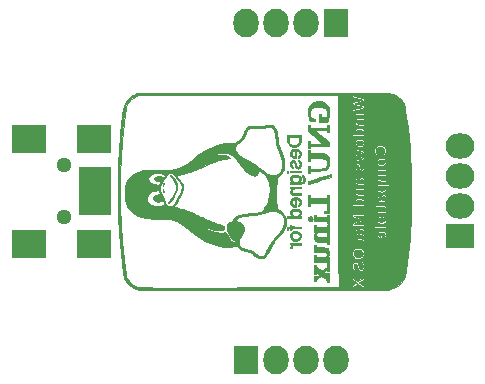
<source format=gbr>
G04 #@! TF.FileFunction,Soldermask,Bot*
%FSLAX46Y46*%
G04 Gerber Fmt 4.6, Leading zero omitted, Abs format (unit mm)*
G04 Created by KiCad (PCBNEW 4.0.2+dfsg1-stable) date Thu 18 Aug 2016 03:04:42 AM CEST*
%MOMM*%
G01*
G04 APERTURE LIST*
%ADD10C,0.100000*%
%ADD11C,0.010000*%
%ADD12R,2.127200X2.432000*%
%ADD13O,2.127200X2.432000*%
%ADD14R,2.701240X0.900380*%
%ADD15R,2.899360X2.398980*%
%ADD16C,1.299160*%
%ADD17R,2.432000X2.127200*%
%ADD18O,2.432000X2.127200*%
G04 APERTURE END LIST*
D10*
D11*
G36*
X96316884Y-83317257D02*
X96320200Y-83747697D01*
X96326059Y-84150454D01*
X96334730Y-84532832D01*
X96346483Y-84902132D01*
X96361589Y-85265656D01*
X96380319Y-85630707D01*
X96402942Y-86004585D01*
X96429730Y-86394594D01*
X96460953Y-86808035D01*
X96463604Y-86841750D01*
X96484957Y-87101705D01*
X96509202Y-87377734D01*
X96535834Y-87665223D01*
X96564347Y-87959558D01*
X96594235Y-88256123D01*
X96624992Y-88550305D01*
X96656113Y-88837489D01*
X96687092Y-89113062D01*
X96717424Y-89372408D01*
X96746601Y-89610913D01*
X96774120Y-89823963D01*
X96799473Y-90006943D01*
X96822156Y-90155240D01*
X96834780Y-90228417D01*
X96889003Y-90410348D01*
X96981415Y-90586218D01*
X97107950Y-90752574D01*
X97264545Y-90905963D01*
X97447134Y-91042932D01*
X97651653Y-91160028D01*
X97874037Y-91253797D01*
X98110222Y-91320788D01*
X98124121Y-91323750D01*
X98139755Y-91326952D01*
X98155999Y-91329985D01*
X98173974Y-91332853D01*
X98194802Y-91335560D01*
X98219606Y-91338107D01*
X98249508Y-91340499D01*
X98285630Y-91342739D01*
X98329094Y-91344829D01*
X98381022Y-91346773D01*
X98442536Y-91348573D01*
X98514759Y-91350234D01*
X98598812Y-91351757D01*
X98695817Y-91353147D01*
X98806897Y-91354407D01*
X98933174Y-91355538D01*
X99075770Y-91356546D01*
X99235807Y-91357432D01*
X99414407Y-91358200D01*
X99612692Y-91358853D01*
X99831784Y-91359394D01*
X100072806Y-91359826D01*
X100336879Y-91360153D01*
X100625126Y-91360377D01*
X100938669Y-91360502D01*
X101278629Y-91360530D01*
X101646130Y-91360465D01*
X102042292Y-91360311D01*
X102468239Y-91360069D01*
X102925092Y-91359744D01*
X103413974Y-91359338D01*
X103936006Y-91358855D01*
X104492310Y-91358297D01*
X105084010Y-91357668D01*
X105712226Y-91356971D01*
X106378081Y-91356209D01*
X107082697Y-91355384D01*
X107827196Y-91354502D01*
X108612701Y-91353563D01*
X108761395Y-91353385D01*
X119197373Y-91340891D01*
X119384953Y-91286532D01*
X119663095Y-91188751D01*
X119907809Y-91065750D01*
X120120562Y-90916277D01*
X120302819Y-90739082D01*
X120456047Y-90532915D01*
X120581711Y-90296525D01*
X120602773Y-90247655D01*
X120629751Y-90175405D01*
X120653726Y-90093092D01*
X120676386Y-89993084D01*
X120699421Y-89867751D01*
X120724520Y-89709460D01*
X120730007Y-89672694D01*
X120827680Y-88976804D01*
X120912388Y-88294026D01*
X120984629Y-87617466D01*
X121044899Y-86940231D01*
X121093695Y-86255430D01*
X121131515Y-85556169D01*
X121158856Y-84835555D01*
X121176214Y-84086697D01*
X121183721Y-83381000D01*
X121184796Y-83148497D01*
X121185574Y-82922849D01*
X121186057Y-82708653D01*
X121186246Y-82510507D01*
X121186142Y-82333008D01*
X121185748Y-82180755D01*
X121185065Y-82058344D01*
X121184095Y-81970373D01*
X121183224Y-81931083D01*
X121146637Y-81013647D01*
X121097967Y-80128141D01*
X121036447Y-79265704D01*
X120961309Y-78417472D01*
X120871787Y-77574585D01*
X120767113Y-76728179D01*
X120675878Y-76069658D01*
X120654495Y-75928225D01*
X120635475Y-75819828D01*
X120616602Y-75735419D01*
X120595663Y-75665949D01*
X120570443Y-75602368D01*
X120551550Y-75561658D01*
X120429226Y-75356614D01*
X120272019Y-75172472D01*
X120083171Y-75011736D01*
X119865925Y-74876907D01*
X119623521Y-74770488D01*
X119460334Y-74719421D01*
X119280417Y-74671221D01*
X118513805Y-74670808D01*
X118513805Y-79084631D01*
X118666798Y-79095604D01*
X118788148Y-79131041D01*
X118882301Y-79193282D01*
X118953704Y-79284665D01*
X118975828Y-79327583D01*
X119006196Y-79430860D01*
X119016480Y-79553345D01*
X119006854Y-79677077D01*
X118977493Y-79784092D01*
X118971237Y-79797925D01*
X118926271Y-79867203D01*
X118868084Y-79928406D01*
X118849529Y-79942661D01*
X118772417Y-79995273D01*
X118745915Y-79931346D01*
X118732864Y-79892954D01*
X118735937Y-79862900D01*
X118760192Y-79828272D01*
X118804124Y-79782710D01*
X118856628Y-79722853D01*
X118884759Y-79665662D01*
X118893575Y-79595574D01*
X118890008Y-79518423D01*
X118863049Y-79415103D01*
X118802417Y-79336100D01*
X118710020Y-79282794D01*
X118605433Y-79260358D01*
X118605433Y-80148287D01*
X118674420Y-80149306D01*
X118784574Y-80166402D01*
X118867487Y-80203693D01*
X118936210Y-80268390D01*
X118968209Y-80311618D01*
X119002326Y-80392073D01*
X119016884Y-80493885D01*
X119011516Y-80600676D01*
X118985855Y-80696069D01*
X118977226Y-80714330D01*
X118910972Y-80796833D01*
X118814800Y-80851826D01*
X118692259Y-80877727D01*
X118609052Y-80878722D01*
X118478529Y-80857674D01*
X118379559Y-80808720D01*
X118310805Y-80730612D01*
X118275000Y-80633169D01*
X118275000Y-81095000D01*
X119018389Y-81095000D01*
X119011820Y-81174375D01*
X119005250Y-81253750D01*
X118737496Y-81264333D01*
X118608442Y-81271400D01*
X118515018Y-81282372D01*
X118450552Y-81299592D01*
X118408368Y-81325398D01*
X118381794Y-81362131D01*
X118369618Y-81393325D01*
X118365494Y-81450738D01*
X118394903Y-81495355D01*
X118459546Y-81527855D01*
X118561122Y-81548917D01*
X118701330Y-81559219D01*
X118788292Y-81560548D01*
X119015834Y-81560667D01*
X119015834Y-81708833D01*
X118798875Y-81708951D01*
X118639010Y-81714023D01*
X118518985Y-81728984D01*
X118439306Y-81753745D01*
X118406882Y-81777987D01*
X118372913Y-81846454D01*
X118380281Y-81912783D01*
X118399569Y-81944008D01*
X118418688Y-81964619D01*
X118442163Y-81979143D01*
X118477714Y-81989041D01*
X118533057Y-81995774D01*
X118615913Y-82000801D01*
X118722851Y-82005167D01*
X119005250Y-82015750D01*
X119018624Y-82178438D01*
X118697962Y-82171177D01*
X118377301Y-82163917D01*
X118315567Y-82094791D01*
X118272445Y-82022808D01*
X118272445Y-82407333D01*
X119312167Y-82407333D01*
X119312167Y-82579478D01*
X119100454Y-82572781D01*
X119011637Y-82571293D01*
X118941170Y-82572630D01*
X118897994Y-82576471D01*
X118888787Y-82580330D01*
X118902479Y-82602796D01*
X118936749Y-82642057D01*
X118952334Y-82658077D01*
X119002099Y-82735539D01*
X119019982Y-82827712D01*
X119005501Y-82920917D01*
X118964170Y-82994650D01*
X118891510Y-83052501D01*
X118835751Y-83073952D01*
X118835751Y-83261713D01*
X118918034Y-83286805D01*
X118967191Y-83321515D01*
X118997382Y-83359269D01*
X119012055Y-83408545D01*
X119015834Y-83482732D01*
X119012919Y-83553861D01*
X118999303Y-83601084D01*
X118967675Y-83642693D01*
X118941750Y-83668121D01*
X118891236Y-83718308D01*
X118871206Y-83747044D01*
X118879427Y-83759743D01*
X118903042Y-83762000D01*
X118959425Y-83781077D01*
X118999242Y-83832251D01*
X119015725Y-83906434D01*
X119015834Y-83913447D01*
X119011970Y-83967519D01*
X118996508Y-83990825D01*
X118973500Y-83994833D01*
X118939185Y-83981930D01*
X118931167Y-83963828D01*
X118919185Y-83932338D01*
X118880395Y-83910226D01*
X118810534Y-83896430D01*
X118705337Y-83889889D01*
X118630351Y-83889000D01*
X118510132Y-83886290D01*
X118424082Y-83876028D01*
X118364259Y-83855019D01*
X118322725Y-83820068D01*
X118318682Y-83813315D01*
X118318682Y-84056231D01*
X118349286Y-84071877D01*
X118363486Y-84105958D01*
X118367915Y-84125141D01*
X118379356Y-84138518D01*
X118404628Y-84147343D01*
X118450549Y-84152867D01*
X118523940Y-84156344D01*
X118631618Y-84159027D01*
X118655046Y-84159519D01*
X118787442Y-84163389D01*
X118883183Y-84170693D01*
X118947945Y-84184518D01*
X118987405Y-84207949D01*
X119007238Y-84244072D01*
X119013122Y-84295974D01*
X119011475Y-84353294D01*
X119004664Y-84424501D01*
X118991697Y-84462794D01*
X118969334Y-84477494D01*
X118968209Y-84477721D01*
X118939638Y-84471548D01*
X118931171Y-84432828D01*
X118931167Y-84431502D01*
X118923181Y-84385106D01*
X118895743Y-84351888D01*
X118843631Y-84329980D01*
X118761621Y-84317510D01*
X118644492Y-84312609D01*
X118598374Y-84312333D01*
X118359667Y-84312333D01*
X118359667Y-84386417D01*
X118354931Y-84437476D01*
X118336445Y-84458078D01*
X118317334Y-84460500D01*
X118288156Y-84452213D01*
X118276384Y-84419861D01*
X118275000Y-84386417D01*
X118275000Y-84629833D01*
X119015834Y-84629833D01*
X119015834Y-84799167D01*
X118275000Y-84799167D01*
X118275000Y-84629833D01*
X118275000Y-84386417D01*
X118273030Y-84341142D01*
X118259497Y-84319536D01*
X118222968Y-84312839D01*
X118178278Y-84312333D01*
X118119262Y-84310245D01*
X118092253Y-84300486D01*
X118086994Y-84277815D01*
X118088320Y-84266366D01*
X118109042Y-84228659D01*
X118163152Y-84198358D01*
X118185042Y-84190519D01*
X118243146Y-84166574D01*
X118269657Y-84139952D01*
X118275000Y-84109486D01*
X118288587Y-84068980D01*
X118318682Y-84056231D01*
X118318682Y-83813315D01*
X118291539Y-83767977D01*
X118283348Y-83749330D01*
X118259190Y-83652709D01*
X118260085Y-83550441D01*
X118283345Y-83454094D01*
X118326282Y-83375235D01*
X118381289Y-83327848D01*
X118439997Y-83297488D01*
X118447903Y-83380388D01*
X118448924Y-83437942D01*
X118434004Y-83469308D01*
X118410457Y-83483951D01*
X118364199Y-83524437D01*
X118347056Y-83581614D01*
X118357639Y-83642818D01*
X118394560Y-83695386D01*
X118436415Y-83720680D01*
X118496442Y-83740192D01*
X118535291Y-83739695D01*
X118558806Y-83713399D01*
X118572828Y-83655518D01*
X118581684Y-83576792D01*
X118592789Y-83489798D01*
X118607833Y-83412827D01*
X118623769Y-83361128D01*
X118625506Y-83357523D01*
X118677653Y-83298319D01*
X118751680Y-83265967D01*
X118835751Y-83261713D01*
X118835751Y-83073952D01*
X118795221Y-83089545D01*
X118685079Y-83106341D01*
X118570858Y-83103445D01*
X118462334Y-83081415D01*
X118369281Y-83040809D01*
X118301475Y-82982185D01*
X118284662Y-82955885D01*
X118257628Y-82861640D01*
X118267720Y-82766174D01*
X118312795Y-82681714D01*
X118337193Y-82656340D01*
X118377634Y-82618118D01*
X118400262Y-82592685D01*
X118402000Y-82588954D01*
X118383734Y-82579975D01*
X118343792Y-82572781D01*
X118304494Y-82562417D01*
X118285978Y-82534619D01*
X118279014Y-82486708D01*
X118272445Y-82407333D01*
X118272445Y-82022808D01*
X118267422Y-82014423D01*
X118256652Y-81930194D01*
X118281969Y-81851462D01*
X118342085Y-81787589D01*
X118359342Y-81776750D01*
X118409331Y-81740671D01*
X118418030Y-81710775D01*
X118385453Y-81683976D01*
X118359871Y-81673056D01*
X118298839Y-81628569D01*
X118262549Y-81554100D01*
X118253834Y-81481928D01*
X118273942Y-81422487D01*
X118333997Y-81350895D01*
X118338500Y-81346570D01*
X118385107Y-81300333D01*
X118415859Y-81266182D01*
X118423167Y-81254598D01*
X118404535Y-81247038D01*
X118358729Y-81243264D01*
X118349084Y-81243167D01*
X118299431Y-81239890D01*
X118279067Y-81221403D01*
X118275009Y-81174722D01*
X118275000Y-81169083D01*
X118275000Y-81095000D01*
X118275000Y-80633169D01*
X118270933Y-80622100D01*
X118261167Y-80553199D01*
X118267472Y-80420656D01*
X118308136Y-80310879D01*
X118380074Y-80226881D01*
X118480201Y-80171679D01*
X118605433Y-80148287D01*
X118605433Y-79260358D01*
X118587768Y-79256568D01*
X118524552Y-79253965D01*
X118387282Y-79267476D01*
X118280571Y-79306358D01*
X118206390Y-79369723D01*
X118183436Y-79407472D01*
X118150426Y-79519717D01*
X118154567Y-79630807D01*
X118194385Y-79731504D01*
X118244955Y-79792976D01*
X118282436Y-79837083D01*
X118290218Y-79881813D01*
X118285822Y-79908582D01*
X118271505Y-79954706D01*
X118250424Y-79969231D01*
X118214474Y-79952653D01*
X118167779Y-79915834D01*
X118087967Y-79821806D01*
X118038196Y-79702481D01*
X118031584Y-79650152D01*
X118031584Y-84629833D01*
X118065677Y-84634454D01*
X118080830Y-84656252D01*
X118084481Y-84707127D01*
X118084500Y-84714500D01*
X118081612Y-84769049D01*
X118067988Y-84793294D01*
X118036192Y-84799136D01*
X118031584Y-84799167D01*
X117997490Y-84794545D01*
X117982337Y-84772748D01*
X117978686Y-84721873D01*
X117978667Y-84714500D01*
X117978667Y-85053167D01*
X119015834Y-85053167D01*
X119015834Y-85127250D01*
X119012294Y-85177024D01*
X118994339Y-85197439D01*
X118952334Y-85201333D01*
X118907728Y-85205956D01*
X118888838Y-85217094D01*
X118888834Y-85217277D01*
X118902897Y-85240529D01*
X118938036Y-85279250D01*
X118952334Y-85293154D01*
X118990827Y-85335580D01*
X119009744Y-85379480D01*
X119015630Y-85442676D01*
X119015834Y-85466083D01*
X119001106Y-85567563D01*
X118955175Y-85644020D01*
X118875415Y-85698279D01*
X118769731Y-85731057D01*
X118634860Y-85745744D01*
X118511497Y-85733981D01*
X118405960Y-85698306D01*
X118324567Y-85641256D01*
X118273637Y-85565370D01*
X118262644Y-85527411D01*
X118261824Y-85440426D01*
X118286777Y-85356316D01*
X118331881Y-85291191D01*
X118350153Y-85276662D01*
X118389084Y-85246539D01*
X118397289Y-85225249D01*
X118372008Y-85211492D01*
X118310485Y-85203968D01*
X118209961Y-85201377D01*
X118190334Y-85201333D01*
X117978667Y-85201333D01*
X117978667Y-85963333D01*
X119015834Y-85963333D01*
X119015834Y-86111500D01*
X118638747Y-86111500D01*
X118638747Y-86323631D01*
X118772659Y-86337278D01*
X118881178Y-86377962D01*
X118960189Y-86443612D01*
X118995640Y-86503083D01*
X119010342Y-86566661D01*
X119015071Y-86650277D01*
X119010507Y-86737699D01*
X118997329Y-86812693D01*
X118980987Y-86852915D01*
X118935448Y-86909992D01*
X118890508Y-86948128D01*
X118863621Y-86958167D01*
X118847897Y-86941117D01*
X118846395Y-86899810D01*
X118856919Y-86849005D01*
X118877270Y-86803463D01*
X118888834Y-86788833D01*
X118926590Y-86726014D01*
X118929129Y-86657149D01*
X118900839Y-86591139D01*
X118846108Y-86536886D01*
X118769324Y-86503290D01*
X118745925Y-86498987D01*
X118656000Y-86486926D01*
X118656000Y-86997838D01*
X118576625Y-86986252D01*
X118449860Y-86950947D01*
X118352656Y-86889090D01*
X118287663Y-86805167D01*
X118257531Y-86703669D01*
X118264911Y-86589081D01*
X118292859Y-86505632D01*
X118351749Y-86417664D01*
X118438593Y-86359000D01*
X118555267Y-86328653D01*
X118638747Y-86323631D01*
X118638747Y-86111500D01*
X117978667Y-86111500D01*
X117978667Y-85963333D01*
X117978667Y-85201333D01*
X117978667Y-85053167D01*
X117978667Y-84714500D01*
X117981555Y-84659951D01*
X117995179Y-84635705D01*
X118026975Y-84629863D01*
X118031584Y-84629833D01*
X118031584Y-79650152D01*
X118021583Y-79571000D01*
X118035469Y-79415500D01*
X118078518Y-79290547D01*
X118151285Y-79195593D01*
X118254326Y-79130086D01*
X118388200Y-79093477D01*
X118513805Y-79084631D01*
X118513805Y-74670808D01*
X116194875Y-74669555D01*
X116194875Y-74876106D01*
X116216542Y-74876439D01*
X116247301Y-74884268D01*
X116312552Y-74900904D01*
X116405772Y-74924684D01*
X116520434Y-74953943D01*
X116650015Y-74987015D01*
X116703297Y-75000616D01*
X117153010Y-75115417D01*
X117153088Y-75225547D01*
X117151719Y-75290225D01*
X117142338Y-75325465D01*
X117117211Y-75344159D01*
X117073792Y-75357758D01*
X117024858Y-75370185D01*
X116944313Y-75389332D01*
X116841917Y-75412932D01*
X116727428Y-75438717D01*
X116682350Y-75448711D01*
X116550889Y-75479459D01*
X116453292Y-75506053D01*
X116392180Y-75527694D01*
X116370171Y-75543583D01*
X116370142Y-75544042D01*
X116387943Y-75564954D01*
X116417625Y-75571226D01*
X116453775Y-75576197D01*
X116522944Y-75589466D01*
X116617014Y-75609338D01*
X116727866Y-75634122D01*
X116803917Y-75651790D01*
X117142584Y-75731629D01*
X117142584Y-75959434D01*
X116676917Y-76081701D01*
X116542640Y-76116813D01*
X116422130Y-76148052D01*
X116412334Y-76150563D01*
X116412334Y-76353667D01*
X117153167Y-76353667D01*
X117153167Y-76501833D01*
X116412334Y-76501833D01*
X116412334Y-76755833D01*
X117153167Y-76755833D01*
X117153167Y-76921714D01*
X116886701Y-76928732D01*
X116776188Y-76931975D01*
X116699755Y-76935989D01*
X116649160Y-76942498D01*
X116616160Y-76953226D01*
X116592513Y-76969898D01*
X116569976Y-76994237D01*
X116569201Y-76995138D01*
X116526279Y-77068985D01*
X116521986Y-77140890D01*
X116556174Y-77203848D01*
X116573938Y-77219964D01*
X116601935Y-77238616D01*
X116635424Y-77251139D01*
X116682985Y-77258718D01*
X116753197Y-77262537D01*
X116854641Y-77263784D01*
X116891438Y-77263833D01*
X117153167Y-77263833D01*
X117153167Y-77433167D01*
X116887904Y-77433167D01*
X116831861Y-77431667D01*
X116831861Y-77629231D01*
X116939563Y-77642156D01*
X117027374Y-77667031D01*
X117042462Y-77674064D01*
X117116125Y-77734075D01*
X117160646Y-77816913D01*
X117173064Y-77912141D01*
X117150416Y-78009319D01*
X117142364Y-78026257D01*
X117106684Y-78077261D01*
X117067688Y-78110934D01*
X117038084Y-78138234D01*
X117046670Y-78161614D01*
X117089449Y-78173619D01*
X117101499Y-78174000D01*
X117136486Y-78179763D01*
X117150799Y-78205304D01*
X117153167Y-78248083D01*
X117153167Y-78322167D01*
X116780529Y-78322167D01*
X116780529Y-78533833D01*
X116902030Y-78543721D01*
X116996377Y-78575706D01*
X117065907Y-78625201D01*
X117132692Y-78713801D01*
X117167917Y-78822232D01*
X117170290Y-78940734D01*
X117138520Y-79059541D01*
X117126709Y-79084973D01*
X117057535Y-79180032D01*
X116963063Y-79241190D01*
X116843462Y-79268364D01*
X116757614Y-79268171D01*
X116625469Y-79244303D01*
X116525999Y-79193744D01*
X116458150Y-79115389D01*
X116424510Y-79018602D01*
X116424510Y-79380500D01*
X116447629Y-79385513D01*
X116503399Y-79399130D01*
X116583522Y-79419220D01*
X116679697Y-79443649D01*
X116783628Y-79470286D01*
X116887015Y-79496999D01*
X116981560Y-79521655D01*
X117058964Y-79542122D01*
X117110928Y-79556268D01*
X117126709Y-79560921D01*
X117144199Y-79586974D01*
X117152759Y-79643892D01*
X117153167Y-79662187D01*
X117153167Y-79754703D01*
X116865517Y-79826893D01*
X116759479Y-79854170D01*
X116667402Y-79879103D01*
X116597511Y-79899372D01*
X116558030Y-79912658D01*
X116553309Y-79914958D01*
X116541204Y-79927281D01*
X116547240Y-79939947D01*
X116575911Y-79954667D01*
X116631710Y-79973150D01*
X116719130Y-79997108D01*
X116842663Y-80028249D01*
X116866194Y-80034040D01*
X117153167Y-80104510D01*
X117153167Y-80196162D01*
X117148181Y-80259574D01*
X117130819Y-80291579D01*
X117116125Y-80299007D01*
X117083000Y-80308130D01*
X117017340Y-80325535D01*
X117015584Y-80325994D01*
X117015584Y-80583032D01*
X117073532Y-80628681D01*
X117126280Y-80694775D01*
X117160351Y-80789203D01*
X117173905Y-80901454D01*
X117165097Y-81021018D01*
X117152320Y-81078162D01*
X117111569Y-81160130D01*
X117047881Y-81215740D01*
X116970835Y-81241347D01*
X116963672Y-81240635D01*
X116963672Y-81814667D01*
X117031348Y-81818946D01*
X117076182Y-81837098D01*
X117117255Y-81877094D01*
X117119535Y-81879791D01*
X117164740Y-81964127D01*
X117171721Y-82058855D01*
X117140117Y-82155430D01*
X117131800Y-82169919D01*
X117096181Y-82218525D01*
X117062804Y-82249080D01*
X117057796Y-82251559D01*
X117028517Y-82273893D01*
X117039064Y-82299844D01*
X117087669Y-82325141D01*
X117088338Y-82325375D01*
X117142879Y-82361179D01*
X117163999Y-82408465D01*
X117169697Y-82474361D01*
X117158802Y-82523973D01*
X117153167Y-82530866D01*
X117153167Y-82681500D01*
X117153167Y-82851833D01*
X116930237Y-82851833D01*
X116784826Y-82856574D01*
X116676327Y-82871576D01*
X116600309Y-82898008D01*
X116552338Y-82937040D01*
X116541037Y-82954483D01*
X116518645Y-83032448D01*
X116535641Y-83102801D01*
X116573938Y-83146630D01*
X116601935Y-83165283D01*
X116635424Y-83177806D01*
X116682985Y-83185384D01*
X116753197Y-83189204D01*
X116854641Y-83190450D01*
X116891438Y-83190500D01*
X117153167Y-83190500D01*
X117153167Y-83359833D01*
X116879378Y-83359833D01*
X116783384Y-83358500D01*
X116783384Y-83562167D01*
X116929074Y-83573004D01*
X117040479Y-83608149D01*
X117117399Y-83667449D01*
X117159637Y-83750754D01*
X117167115Y-83856463D01*
X117155953Y-83928860D01*
X117131344Y-83978135D01*
X117092220Y-84016856D01*
X117049000Y-84060286D01*
X117044354Y-84087350D01*
X117078493Y-84099582D01*
X117103778Y-84100667D01*
X117137317Y-84106897D01*
X117151017Y-84133723D01*
X117153167Y-84174750D01*
X117153167Y-84248833D01*
X116179500Y-84248833D01*
X116179500Y-84905000D01*
X117153167Y-84905000D01*
X117153167Y-85053167D01*
X116751000Y-85053167D01*
X116614301Y-85054172D01*
X116500814Y-85057024D01*
X116415512Y-85061477D01*
X116363370Y-85067286D01*
X116348834Y-85073052D01*
X116367731Y-85087425D01*
X116418376Y-85109339D01*
X116491698Y-85135109D01*
X116534042Y-85148292D01*
X116640789Y-85180849D01*
X116766221Y-85220079D01*
X116888872Y-85259242D01*
X116930917Y-85272912D01*
X117025459Y-85304510D01*
X117087000Y-85328017D01*
X117122951Y-85347941D01*
X117140725Y-85368791D01*
X117147736Y-85395075D01*
X117148930Y-85405499D01*
X117155276Y-85468822D01*
X116852597Y-85566869D01*
X116736818Y-85603971D01*
X116626636Y-85638556D01*
X116532422Y-85667421D01*
X116464545Y-85687357D01*
X116449375Y-85691515D01*
X116380296Y-85712444D01*
X116348371Y-85729125D01*
X116354465Y-85741741D01*
X116399440Y-85750478D01*
X116484159Y-85755517D01*
X116609484Y-85757043D01*
X116750975Y-85755675D01*
X117153167Y-85749101D01*
X117153167Y-85899833D01*
X116951502Y-85899833D01*
X116951502Y-86090645D01*
X117048660Y-86108121D01*
X117119062Y-86157141D01*
X117159681Y-86234191D01*
X117167491Y-86335758D01*
X117167022Y-86340854D01*
X117144430Y-86428309D01*
X117092063Y-86500611D01*
X117045923Y-86551129D01*
X117029803Y-86580342D01*
X117042370Y-86595388D01*
X117073084Y-86602153D01*
X117123104Y-86628456D01*
X117158230Y-86681639D01*
X117170371Y-86746798D01*
X117166602Y-86774425D01*
X117147552Y-86810366D01*
X117119870Y-86831065D01*
X117096526Y-86830271D01*
X117089667Y-86811512D01*
X117076159Y-86782216D01*
X117056405Y-86758595D01*
X117031454Y-86743044D01*
X116988741Y-86732965D01*
X116920657Y-86727401D01*
X116819592Y-86725393D01*
X116792156Y-86725333D01*
X116788555Y-86725316D01*
X116788555Y-86937000D01*
X116922892Y-86951591D01*
X117031455Y-86993942D01*
X117110702Y-87061917D01*
X117157090Y-87153384D01*
X117158894Y-87160132D01*
X117171157Y-87257560D01*
X117164461Y-87359685D01*
X117145148Y-87431542D01*
X117108964Y-87491479D01*
X117057918Y-87545944D01*
X117004565Y-87583325D01*
X116970396Y-87593167D01*
X116948543Y-87573579D01*
X116941500Y-87519828D01*
X116950813Y-87459829D01*
X116983349Y-87424634D01*
X116989125Y-87421409D01*
X117042425Y-87383375D01*
X117064983Y-87333582D01*
X117068176Y-87290150D01*
X117054441Y-87211686D01*
X117010558Y-87156114D01*
X116933988Y-87121809D01*
X116822191Y-87107145D01*
X116780970Y-87106333D01*
X116734419Y-87109553D01*
X116734419Y-87763678D01*
X116864961Y-87788531D01*
X116947711Y-87828985D01*
X117030724Y-87895148D01*
X117100806Y-87974345D01*
X117144763Y-88053896D01*
X117146489Y-88059051D01*
X117167331Y-88167258D01*
X117170296Y-88289492D01*
X117155141Y-88401947D01*
X117150173Y-88420311D01*
X117100469Y-88524478D01*
X117022398Y-88618450D01*
X116953091Y-88669530D01*
X116953091Y-88905500D01*
X116997319Y-88922680D01*
X117049840Y-88966939D01*
X117100292Y-89027353D01*
X117138316Y-89092997D01*
X117143811Y-89106583D01*
X117163028Y-89194544D01*
X117168905Y-89305263D01*
X117162202Y-89421769D01*
X117143676Y-89527092D01*
X117141581Y-89533146D01*
X117141581Y-90302500D01*
X117149002Y-90321217D01*
X117152870Y-90367623D01*
X117153035Y-90381875D01*
X117151422Y-90417313D01*
X117142579Y-90445565D01*
X117120291Y-90473002D01*
X117078346Y-90505996D01*
X117010530Y-90550917D01*
X116951952Y-90588068D01*
X116871778Y-90639575D01*
X116806841Y-90683029D01*
X116764340Y-90713493D01*
X116751218Y-90725651D01*
X116768171Y-90740440D01*
X116814000Y-90772368D01*
X116881437Y-90816533D01*
X116952301Y-90861265D01*
X117039575Y-90916065D01*
X117097013Y-90955120D01*
X117130853Y-90984838D01*
X117147334Y-91011628D01*
X117152693Y-91041900D01*
X117153167Y-91067640D01*
X117150937Y-91119514D01*
X117145391Y-91147553D01*
X117143473Y-91149167D01*
X117122970Y-91138493D01*
X117073727Y-91109286D01*
X117002704Y-91065767D01*
X116916860Y-91012157D01*
X116899167Y-91001000D01*
X116810136Y-90945731D01*
X116733302Y-90899827D01*
X116676027Y-90867557D01*
X116645673Y-90853189D01*
X116643660Y-90852833D01*
X116618659Y-90863774D01*
X116566116Y-90893549D01*
X116493767Y-90937590D01*
X116410752Y-90990417D01*
X116327685Y-91043829D01*
X116258212Y-91087571D01*
X116209601Y-91117132D01*
X116189121Y-91128000D01*
X116189118Y-91128000D01*
X116183044Y-91109224D01*
X116179715Y-91062430D01*
X116179500Y-91044973D01*
X116180969Y-91006279D01*
X116189801Y-90976730D01*
X116212629Y-90949196D01*
X116256090Y-90916546D01*
X116326818Y-90871648D01*
X116359417Y-90851614D01*
X116435360Y-90803475D01*
X116495455Y-90762400D01*
X116531946Y-90733863D01*
X116539334Y-90724614D01*
X116522417Y-90707205D01*
X116476838Y-90673687D01*
X116410353Y-90629534D01*
X116359417Y-90597614D01*
X116277483Y-90546663D01*
X116225175Y-90510455D01*
X116195850Y-90481898D01*
X116182868Y-90453899D01*
X116179586Y-90419365D01*
X116179500Y-90405473D01*
X116182088Y-90353496D01*
X116188528Y-90325326D01*
X116190789Y-90323667D01*
X116211668Y-90334801D01*
X116260512Y-90365199D01*
X116330257Y-90410350D01*
X116413837Y-90465747D01*
X116422742Y-90471716D01*
X116643406Y-90619766D01*
X116886701Y-90461133D01*
X116976069Y-90403384D01*
X117052410Y-90355037D01*
X117108936Y-90320317D01*
X117138858Y-90303449D01*
X117141581Y-90302500D01*
X117141581Y-89533146D01*
X117122233Y-89589057D01*
X117062209Y-89670609D01*
X116977440Y-89718376D01*
X116890631Y-89731000D01*
X116806319Y-89721833D01*
X116739567Y-89691161D01*
X116686496Y-89634227D01*
X116643226Y-89546275D01*
X116605876Y-89422548D01*
X116592501Y-89365490D01*
X116562414Y-89251733D01*
X116529239Y-89175138D01*
X116489520Y-89130535D01*
X116439799Y-89112753D01*
X116422917Y-89111875D01*
X116354860Y-89129676D01*
X116309736Y-89182933D01*
X116287688Y-89271428D01*
X116285334Y-89322686D01*
X116288574Y-89395458D01*
X116302206Y-89443001D01*
X116332095Y-89482176D01*
X116345267Y-89494966D01*
X116385882Y-89541958D01*
X116398412Y-89590282D01*
X116396042Y-89628972D01*
X116383350Y-89679972D01*
X116358331Y-89696084D01*
X116316385Y-89677628D01*
X116267213Y-89637887D01*
X116223725Y-89589321D01*
X116196025Y-89530296D01*
X116181190Y-89450765D01*
X116176301Y-89340680D01*
X116176243Y-89324970D01*
X116185873Y-89182213D01*
X116215888Y-89075218D01*
X116267727Y-89001895D01*
X116342828Y-88960150D01*
X116435355Y-88947833D01*
X116510578Y-88954694D01*
X116570395Y-88978634D01*
X116618548Y-89024687D01*
X116658780Y-89097887D01*
X116694831Y-89203268D01*
X116730127Y-89344463D01*
X116764727Y-89453305D01*
X116811755Y-89523520D01*
X116873197Y-89557508D01*
X116910086Y-89561667D01*
X116972254Y-89550785D01*
X117013945Y-89514885D01*
X117037948Y-89449082D01*
X117047053Y-89348492D01*
X117047334Y-89321331D01*
X117045863Y-89242056D01*
X117038418Y-89191046D01*
X117020446Y-89154259D01*
X116987396Y-89117652D01*
X116978542Y-89109082D01*
X116933046Y-89057197D01*
X116916027Y-89009783D01*
X116916383Y-88974292D01*
X116929803Y-88923212D01*
X116953091Y-88905500D01*
X116953091Y-88669530D01*
X116928734Y-88687482D01*
X116911248Y-88696102D01*
X116798640Y-88729697D01*
X116672313Y-88739103D01*
X116543986Y-88726017D01*
X116425376Y-88692136D01*
X116328205Y-88639157D01*
X116291635Y-88606378D01*
X116226655Y-88508208D01*
X116187601Y-88390171D01*
X116173905Y-88262007D01*
X116185001Y-88133459D01*
X116220320Y-88014265D01*
X116279294Y-87914167D01*
X116335125Y-87860098D01*
X116450889Y-87798717D01*
X116587762Y-87766067D01*
X116734419Y-87763678D01*
X116734419Y-87109553D01*
X116671770Y-87113887D01*
X116594162Y-87138625D01*
X116539808Y-87183667D01*
X116526986Y-87201305D01*
X116505229Y-87266020D01*
X116512782Y-87334615D01*
X116545896Y-87391201D01*
X116576922Y-87412977D01*
X116610118Y-87438753D01*
X116623016Y-87485196D01*
X116624000Y-87513519D01*
X116618957Y-87564651D01*
X116606448Y-87591824D01*
X116602523Y-87593167D01*
X116575608Y-87579880D01*
X116530897Y-87546014D01*
X116502808Y-87521467D01*
X116460785Y-87479908D01*
X116436427Y-87442250D01*
X116423935Y-87393895D01*
X116417508Y-87320242D01*
X116416621Y-87304509D01*
X116414296Y-87221208D01*
X116420397Y-87164683D01*
X116437826Y-87119741D01*
X116458127Y-87087317D01*
X116533586Y-87006856D01*
X116630221Y-86957847D01*
X116753538Y-86937786D01*
X116788555Y-86937000D01*
X116788555Y-86725316D01*
X116689974Y-86724829D01*
X116620441Y-86722012D01*
X116573876Y-86714925D01*
X116540595Y-86701609D01*
X116510916Y-86680109D01*
X116493621Y-86664980D01*
X116454561Y-86624813D01*
X116432432Y-86582566D01*
X116420906Y-86522580D01*
X116416656Y-86474430D01*
X116418592Y-86350533D01*
X116445983Y-86255943D01*
X116500715Y-86184803D01*
X116513303Y-86174282D01*
X116563344Y-86140444D01*
X116590799Y-86140139D01*
X116601702Y-86175707D01*
X116602834Y-86208995D01*
X116591207Y-86277062D01*
X116550940Y-86326139D01*
X116549917Y-86326948D01*
X116508966Y-86381790D01*
X116496471Y-86449199D01*
X116513630Y-86507051D01*
X116548597Y-86535182D01*
X116606520Y-86560618D01*
X116668315Y-86575724D01*
X116688878Y-86577167D01*
X116711043Y-86572525D01*
X116723425Y-86552421D01*
X116728771Y-86507587D01*
X116729834Y-86438903D01*
X116741578Y-86302845D01*
X116776148Y-86199015D01*
X116832545Y-86128977D01*
X116909775Y-86094297D01*
X116951502Y-86090645D01*
X116951502Y-85899833D01*
X116177388Y-85899833D01*
X116190084Y-85656737D01*
X116401750Y-85589169D01*
X116518788Y-85552193D01*
X116647866Y-85512014D01*
X116766905Y-85475488D01*
X116803917Y-85464292D01*
X116994417Y-85406983D01*
X116846250Y-85366955D01*
X116765990Y-85343977D01*
X116660016Y-85311830D01*
X116542701Y-85274950D01*
X116438792Y-85241210D01*
X116179500Y-85155494D01*
X116179500Y-84905000D01*
X116179500Y-84248833D01*
X116137167Y-84248833D01*
X116137167Y-84100667D01*
X116338250Y-84100667D01*
X116424657Y-84099389D01*
X116492465Y-84095957D01*
X116532481Y-84090967D01*
X116539334Y-84087586D01*
X116526559Y-84065191D01*
X116494283Y-84023762D01*
X116475834Y-84002183D01*
X116429863Y-83935803D01*
X116413019Y-83866769D01*
X116412334Y-83844879D01*
X116428139Y-83738235D01*
X116476117Y-83657314D01*
X116557107Y-83601477D01*
X116671949Y-83570082D01*
X116783384Y-83562167D01*
X116783384Y-83358500D01*
X116771272Y-83358331D01*
X116674563Y-83354231D01*
X116599263Y-83348143D01*
X116555382Y-83340678D01*
X116553327Y-83339963D01*
X116473680Y-83291904D01*
X116427323Y-83219433D01*
X116412334Y-83119757D01*
X116415469Y-83055324D01*
X116430367Y-83010240D01*
X116465264Y-82966913D01*
X116499008Y-82934646D01*
X116585683Y-82854628D01*
X116504300Y-82847939D01*
X116451437Y-82840732D01*
X116428473Y-82822729D01*
X116423005Y-82781619D01*
X116422917Y-82767167D01*
X116422917Y-82693083D01*
X116788042Y-82687292D01*
X117153167Y-82681500D01*
X117153167Y-82530866D01*
X117136723Y-82550985D01*
X117108872Y-82549084D01*
X117080660Y-82511956D01*
X117078811Y-82507875D01*
X117066939Y-82487214D01*
X117047568Y-82473004D01*
X117012866Y-82463514D01*
X116955004Y-82457008D01*
X116866149Y-82451752D01*
X116814500Y-82449357D01*
X116709840Y-82442552D01*
X116619094Y-82432701D01*
X116552462Y-82421127D01*
X116523678Y-82411688D01*
X116464093Y-82354739D01*
X116425882Y-82267078D01*
X116412334Y-82156271D01*
X116412334Y-82155762D01*
X116420909Y-82046184D01*
X116449187Y-81964699D01*
X116499695Y-81901366D01*
X116551112Y-81863029D01*
X116584073Y-81862573D01*
X116600345Y-81900689D01*
X116602834Y-81941667D01*
X116597358Y-82001089D01*
X116579535Y-82025153D01*
X116571828Y-82026333D01*
X116535626Y-82045334D01*
X116508308Y-82093744D01*
X116497017Y-82158676D01*
X116497000Y-82161325D01*
X116516196Y-82218180D01*
X116567585Y-82259864D01*
X116641868Y-82279606D01*
X116660460Y-82280333D01*
X116729834Y-82280333D01*
X116729834Y-82166562D01*
X116738039Y-82030265D01*
X116764062Y-81930105D01*
X116810011Y-81862909D01*
X116877996Y-81825502D01*
X116963672Y-81814667D01*
X116963672Y-81240635D01*
X116890013Y-81233303D01*
X116829937Y-81200870D01*
X116796512Y-81163148D01*
X116766738Y-81101931D01*
X116736874Y-81009007D01*
X116728603Y-80978531D01*
X116698757Y-80875400D01*
X116671504Y-80808372D01*
X116642732Y-80771755D01*
X116608327Y-80759852D01*
X116573888Y-80764321D01*
X116531272Y-80794588D01*
X116504529Y-80851427D01*
X116495251Y-80921558D01*
X116505029Y-80991702D01*
X116535454Y-81048578D01*
X116539334Y-81052667D01*
X116563631Y-81091586D01*
X116578624Y-81142026D01*
X116582222Y-81189262D01*
X116572332Y-81218574D01*
X116563387Y-81222000D01*
X116528029Y-81204699D01*
X116486164Y-81161467D01*
X116447899Y-81105304D01*
X116423347Y-81049215D01*
X116420891Y-81038730D01*
X116414851Y-80975024D01*
X116414545Y-80892999D01*
X116417122Y-80847046D01*
X116427193Y-80771449D01*
X116446798Y-80720838D01*
X116483376Y-80677917D01*
X116494079Y-80668111D01*
X116572273Y-80619286D01*
X116649569Y-80610475D01*
X116720926Y-80641875D01*
X116739806Y-80658548D01*
X116773877Y-80708255D01*
X116808621Y-80782988D01*
X116837696Y-80866025D01*
X116854762Y-80940643D01*
X116856834Y-80967132D01*
X116873282Y-81022518D01*
X116913296Y-81070100D01*
X116962883Y-81094321D01*
X116971859Y-81095000D01*
X117026655Y-81080201D01*
X117060873Y-81033747D01*
X117076280Y-80952549D01*
X117077572Y-80910259D01*
X117074282Y-80837137D01*
X117061329Y-80791465D01*
X117034082Y-80758661D01*
X117027776Y-80753380D01*
X116994070Y-80717683D01*
X116989652Y-80677753D01*
X116996782Y-80648044D01*
X117015584Y-80583032D01*
X117015584Y-80325994D01*
X116927620Y-80348999D01*
X116822314Y-80376297D01*
X116782750Y-80386498D01*
X116673953Y-80414582D01*
X116577728Y-80439555D01*
X116502550Y-80459207D01*
X116456892Y-80471330D01*
X116449375Y-80473408D01*
X116424031Y-80472897D01*
X116413664Y-80445341D01*
X116412334Y-80411490D01*
X116412334Y-80338960D01*
X116686859Y-80279417D01*
X116817862Y-80250104D01*
X116911262Y-80226857D01*
X116971141Y-80208356D01*
X117001580Y-80193279D01*
X117006660Y-80180307D01*
X117004001Y-80176779D01*
X116980768Y-80168147D01*
X116924163Y-80151609D01*
X116841937Y-80129311D01*
X116741841Y-80103397D01*
X116708281Y-80094936D01*
X116422917Y-80023449D01*
X116422917Y-79839059D01*
X116714174Y-79763883D01*
X116817599Y-79735677D01*
X116903852Y-79709262D01*
X116965842Y-79687038D01*
X116996479Y-79671405D01*
X116998418Y-79667669D01*
X116976265Y-79655876D01*
X116920277Y-79637974D01*
X116838138Y-79616113D01*
X116737533Y-79592444D01*
X116701869Y-79584663D01*
X116412334Y-79522695D01*
X116412334Y-79451597D01*
X116415515Y-79403802D01*
X116423296Y-79380853D01*
X116424510Y-79380500D01*
X116424510Y-79018602D01*
X116420871Y-79008132D01*
X116412334Y-78905499D01*
X116428583Y-78772764D01*
X116476408Y-78667848D01*
X116554423Y-78592151D01*
X116661242Y-78547071D01*
X116780529Y-78533833D01*
X116780529Y-78322167D01*
X116137167Y-78322167D01*
X116137167Y-78152833D01*
X116338250Y-78152833D01*
X116424659Y-78151959D01*
X116492468Y-78149609D01*
X116532483Y-78146192D01*
X116539334Y-78143878D01*
X116525790Y-78124822D01*
X116491799Y-78087677D01*
X116475834Y-78071423D01*
X116436310Y-78024875D01*
X116417511Y-77976906D01*
X116412369Y-77908302D01*
X116412334Y-77898833D01*
X116416565Y-77826260D01*
X116433706Y-77776791D01*
X116470428Y-77731659D01*
X116472489Y-77729588D01*
X116532555Y-77685312D01*
X116606955Y-77650141D01*
X116625947Y-77644189D01*
X116721559Y-77629495D01*
X116831861Y-77629231D01*
X116831861Y-77431667D01*
X116729561Y-77428928D01*
X116608585Y-77414712D01*
X116520720Y-77388270D01*
X116461710Y-77347352D01*
X116427301Y-77289708D01*
X116413237Y-77213089D01*
X116412334Y-77181763D01*
X116416538Y-77121826D01*
X116434673Y-77076514D01*
X116475025Y-77028824D01*
X116497538Y-77006892D01*
X116582743Y-76925839D01*
X116497538Y-76912214D01*
X116443069Y-76900589D01*
X116418715Y-76881245D01*
X116412471Y-76842207D01*
X116412334Y-76827211D01*
X116412334Y-76755833D01*
X116412334Y-76501833D01*
X116412334Y-76353667D01*
X116412334Y-76150563D01*
X116321393Y-76173883D01*
X116246438Y-76192771D01*
X116203271Y-76203180D01*
X116195375Y-76204734D01*
X116190084Y-76195109D01*
X116190084Y-76353667D01*
X116225869Y-76359202D01*
X116240519Y-76384109D01*
X116243000Y-76427750D01*
X116239047Y-76477849D01*
X116221255Y-76498359D01*
X116190084Y-76501833D01*
X116154298Y-76496298D01*
X116139648Y-76471390D01*
X116137167Y-76427750D01*
X116141120Y-76377650D01*
X116158912Y-76357140D01*
X116190084Y-76353667D01*
X116190084Y-76195109D01*
X116185347Y-76186491D01*
X116179855Y-76140089D01*
X116179500Y-76122729D01*
X116179500Y-76039959D01*
X116364709Y-75998278D01*
X116471932Y-75974212D01*
X116598786Y-75945837D01*
X116723571Y-75918002D01*
X116766875Y-75908367D01*
X116877500Y-75881788D01*
X116947688Y-75859889D01*
X116978974Y-75841822D01*
X116972893Y-75826741D01*
X116936209Y-75814905D01*
X116764076Y-75776809D01*
X116606063Y-75740868D01*
X116466910Y-75708232D01*
X116351363Y-75680052D01*
X116264163Y-75657479D01*
X116210056Y-75641663D01*
X116194018Y-75634901D01*
X116184874Y-75605413D01*
X116182298Y-75550612D01*
X116183434Y-75525863D01*
X116190084Y-75433141D01*
X116580651Y-75346117D01*
X116703267Y-75317834D01*
X116810841Y-75291187D01*
X116896839Y-75267945D01*
X116954728Y-75249877D01*
X116977974Y-75238753D01*
X116978083Y-75238502D01*
X116961693Y-75225826D01*
X116912011Y-75207589D01*
X116837264Y-75186474D01*
X116767431Y-75169858D01*
X116649230Y-75143613D01*
X116520579Y-75114839D01*
X116403121Y-75088385D01*
X116364709Y-75079672D01*
X116179500Y-75037541D01*
X116179500Y-74952302D01*
X116182580Y-74897859D01*
X116194875Y-74876106D01*
X116194875Y-74669555D01*
X112633594Y-74667632D01*
X112633594Y-74874928D01*
X113006843Y-74874957D01*
X113352277Y-74875019D01*
X113668480Y-74875114D01*
X113954035Y-74875243D01*
X114207523Y-74875404D01*
X114427528Y-74875599D01*
X114612632Y-74875827D01*
X114761418Y-74876087D01*
X114872469Y-74876381D01*
X114944366Y-74876709D01*
X114975694Y-74877069D01*
X114977019Y-74877162D01*
X114977409Y-74898610D01*
X114977875Y-74961249D01*
X114978415Y-75063933D01*
X114979026Y-75205520D01*
X114979706Y-75384866D01*
X114980450Y-75600827D01*
X114981258Y-75852260D01*
X114982125Y-76138021D01*
X114983050Y-76456966D01*
X114984029Y-76807953D01*
X114985060Y-77189836D01*
X114986139Y-77601474D01*
X114987265Y-78041722D01*
X114988434Y-78509436D01*
X114989644Y-79003474D01*
X114990891Y-79522690D01*
X114992173Y-80065943D01*
X114993487Y-80632088D01*
X114994831Y-81219981D01*
X114996202Y-81828480D01*
X114997596Y-82456440D01*
X114999012Y-83102718D01*
X115000446Y-83766170D01*
X115001895Y-84445653D01*
X115003357Y-85140023D01*
X115004829Y-85848137D01*
X115006309Y-86568850D01*
X115007793Y-87301020D01*
X115009278Y-88043502D01*
X115010673Y-88749418D01*
X115015334Y-91122753D01*
X108850542Y-91137599D01*
X108312631Y-91138847D01*
X107770763Y-91140014D01*
X107227508Y-91141096D01*
X106685435Y-91142091D01*
X106147116Y-91142998D01*
X105615121Y-91143814D01*
X105092019Y-91144536D01*
X104580382Y-91145163D01*
X104082778Y-91145691D01*
X103601779Y-91146120D01*
X103139955Y-91146445D01*
X102699876Y-91146666D01*
X102284111Y-91146780D01*
X101895233Y-91146785D01*
X101535810Y-91146677D01*
X101208413Y-91146456D01*
X100915612Y-91146119D01*
X100659977Y-91145663D01*
X100444079Y-91145086D01*
X100442084Y-91145079D01*
X98198417Y-91137714D01*
X98040799Y-91089297D01*
X97813468Y-91003938D01*
X97607106Y-90895395D01*
X97425895Y-90767100D01*
X97274017Y-90622481D01*
X97155656Y-90464967D01*
X97074993Y-90297989D01*
X97074664Y-90297059D01*
X97061399Y-90244674D01*
X97044336Y-90153179D01*
X97023887Y-90025590D01*
X97000463Y-89864921D01*
X96974476Y-89674187D01*
X96946338Y-89456401D01*
X96916461Y-89214579D01*
X96885255Y-88951735D01*
X96855715Y-88693833D01*
X96711288Y-87238310D01*
X96607279Y-85794469D01*
X96543672Y-84361453D01*
X96520451Y-82938404D01*
X96537600Y-81524465D01*
X96595103Y-80118780D01*
X96675200Y-78936000D01*
X96694362Y-78707015D01*
X96716196Y-78464076D01*
X96740243Y-78211142D01*
X96766043Y-77952174D01*
X96793134Y-77691132D01*
X96821058Y-77431977D01*
X96849354Y-77178668D01*
X96877561Y-76935167D01*
X96905219Y-76705433D01*
X96931869Y-76493427D01*
X96957050Y-76303109D01*
X96980301Y-76138439D01*
X97001163Y-76003378D01*
X97019176Y-75901886D01*
X97033878Y-75837924D01*
X97036001Y-75831112D01*
X97122360Y-75634739D01*
X97245341Y-75447280D01*
X97399347Y-75274537D01*
X97578779Y-75122310D01*
X97778042Y-74996400D01*
X97896240Y-74939533D01*
X98029084Y-74882583D01*
X106501042Y-74877162D01*
X107097504Y-74876793D01*
X107683160Y-74876458D01*
X108256594Y-74876156D01*
X108816387Y-74875887D01*
X109361122Y-74875651D01*
X109889382Y-74875449D01*
X110399750Y-74875279D01*
X110890808Y-74875142D01*
X111361139Y-74875039D01*
X111809325Y-74874969D01*
X112233949Y-74874932D01*
X112633594Y-74874928D01*
X112633594Y-74667632D01*
X108697084Y-74665506D01*
X107809059Y-74665060D01*
X106962910Y-74664705D01*
X106158176Y-74664442D01*
X105394399Y-74664271D01*
X104671120Y-74664194D01*
X103987881Y-74664210D01*
X103344222Y-74664321D01*
X102739685Y-74664527D01*
X102173811Y-74664829D01*
X101646141Y-74665228D01*
X101156216Y-74665724D01*
X100703579Y-74666318D01*
X100287769Y-74667011D01*
X99908328Y-74667804D01*
X99564798Y-74668697D01*
X99256719Y-74669692D01*
X98983633Y-74670788D01*
X98745081Y-74671986D01*
X98540605Y-74673288D01*
X98369744Y-74674693D01*
X98232042Y-74676204D01*
X98127038Y-74677819D01*
X98054275Y-74679541D01*
X98013293Y-74681370D01*
X98004498Y-74682340D01*
X97907081Y-74711025D01*
X97788949Y-74758731D01*
X97663286Y-74819121D01*
X97543276Y-74885861D01*
X97442103Y-74952613D01*
X97442076Y-74952633D01*
X97281762Y-75088863D01*
X97132832Y-75248987D01*
X97002666Y-75423262D01*
X96898641Y-75601943D01*
X96834755Y-75754576D01*
X96818548Y-75818377D01*
X96799064Y-75920511D01*
X96776762Y-76057140D01*
X96752100Y-76224429D01*
X96725539Y-76418543D01*
X96697535Y-76635645D01*
X96668549Y-76871899D01*
X96639039Y-77123469D01*
X96609465Y-77386519D01*
X96580284Y-77657213D01*
X96551957Y-77931715D01*
X96524941Y-78206190D01*
X96499697Y-78476801D01*
X96476682Y-78739712D01*
X96474417Y-78766667D01*
X96441242Y-79178025D01*
X96412638Y-79566853D01*
X96388335Y-79940111D01*
X96368063Y-80304762D01*
X96351551Y-80667767D01*
X96338529Y-81036089D01*
X96328727Y-81416690D01*
X96321875Y-81816532D01*
X96317702Y-82242576D01*
X96315938Y-82701786D01*
X96315838Y-82851833D01*
X96316884Y-83317257D01*
X96316884Y-83317257D01*
G37*
X96316884Y-83317257D02*
X96320200Y-83747697D01*
X96326059Y-84150454D01*
X96334730Y-84532832D01*
X96346483Y-84902132D01*
X96361589Y-85265656D01*
X96380319Y-85630707D01*
X96402942Y-86004585D01*
X96429730Y-86394594D01*
X96460953Y-86808035D01*
X96463604Y-86841750D01*
X96484957Y-87101705D01*
X96509202Y-87377734D01*
X96535834Y-87665223D01*
X96564347Y-87959558D01*
X96594235Y-88256123D01*
X96624992Y-88550305D01*
X96656113Y-88837489D01*
X96687092Y-89113062D01*
X96717424Y-89372408D01*
X96746601Y-89610913D01*
X96774120Y-89823963D01*
X96799473Y-90006943D01*
X96822156Y-90155240D01*
X96834780Y-90228417D01*
X96889003Y-90410348D01*
X96981415Y-90586218D01*
X97107950Y-90752574D01*
X97264545Y-90905963D01*
X97447134Y-91042932D01*
X97651653Y-91160028D01*
X97874037Y-91253797D01*
X98110222Y-91320788D01*
X98124121Y-91323750D01*
X98139755Y-91326952D01*
X98155999Y-91329985D01*
X98173974Y-91332853D01*
X98194802Y-91335560D01*
X98219606Y-91338107D01*
X98249508Y-91340499D01*
X98285630Y-91342739D01*
X98329094Y-91344829D01*
X98381022Y-91346773D01*
X98442536Y-91348573D01*
X98514759Y-91350234D01*
X98598812Y-91351757D01*
X98695817Y-91353147D01*
X98806897Y-91354407D01*
X98933174Y-91355538D01*
X99075770Y-91356546D01*
X99235807Y-91357432D01*
X99414407Y-91358200D01*
X99612692Y-91358853D01*
X99831784Y-91359394D01*
X100072806Y-91359826D01*
X100336879Y-91360153D01*
X100625126Y-91360377D01*
X100938669Y-91360502D01*
X101278629Y-91360530D01*
X101646130Y-91360465D01*
X102042292Y-91360311D01*
X102468239Y-91360069D01*
X102925092Y-91359744D01*
X103413974Y-91359338D01*
X103936006Y-91358855D01*
X104492310Y-91358297D01*
X105084010Y-91357668D01*
X105712226Y-91356971D01*
X106378081Y-91356209D01*
X107082697Y-91355384D01*
X107827196Y-91354502D01*
X108612701Y-91353563D01*
X108761395Y-91353385D01*
X119197373Y-91340891D01*
X119384953Y-91286532D01*
X119663095Y-91188751D01*
X119907809Y-91065750D01*
X120120562Y-90916277D01*
X120302819Y-90739082D01*
X120456047Y-90532915D01*
X120581711Y-90296525D01*
X120602773Y-90247655D01*
X120629751Y-90175405D01*
X120653726Y-90093092D01*
X120676386Y-89993084D01*
X120699421Y-89867751D01*
X120724520Y-89709460D01*
X120730007Y-89672694D01*
X120827680Y-88976804D01*
X120912388Y-88294026D01*
X120984629Y-87617466D01*
X121044899Y-86940231D01*
X121093695Y-86255430D01*
X121131515Y-85556169D01*
X121158856Y-84835555D01*
X121176214Y-84086697D01*
X121183721Y-83381000D01*
X121184796Y-83148497D01*
X121185574Y-82922849D01*
X121186057Y-82708653D01*
X121186246Y-82510507D01*
X121186142Y-82333008D01*
X121185748Y-82180755D01*
X121185065Y-82058344D01*
X121184095Y-81970373D01*
X121183224Y-81931083D01*
X121146637Y-81013647D01*
X121097967Y-80128141D01*
X121036447Y-79265704D01*
X120961309Y-78417472D01*
X120871787Y-77574585D01*
X120767113Y-76728179D01*
X120675878Y-76069658D01*
X120654495Y-75928225D01*
X120635475Y-75819828D01*
X120616602Y-75735419D01*
X120595663Y-75665949D01*
X120570443Y-75602368D01*
X120551550Y-75561658D01*
X120429226Y-75356614D01*
X120272019Y-75172472D01*
X120083171Y-75011736D01*
X119865925Y-74876907D01*
X119623521Y-74770488D01*
X119460334Y-74719421D01*
X119280417Y-74671221D01*
X118513805Y-74670808D01*
X118513805Y-79084631D01*
X118666798Y-79095604D01*
X118788148Y-79131041D01*
X118882301Y-79193282D01*
X118953704Y-79284665D01*
X118975828Y-79327583D01*
X119006196Y-79430860D01*
X119016480Y-79553345D01*
X119006854Y-79677077D01*
X118977493Y-79784092D01*
X118971237Y-79797925D01*
X118926271Y-79867203D01*
X118868084Y-79928406D01*
X118849529Y-79942661D01*
X118772417Y-79995273D01*
X118745915Y-79931346D01*
X118732864Y-79892954D01*
X118735937Y-79862900D01*
X118760192Y-79828272D01*
X118804124Y-79782710D01*
X118856628Y-79722853D01*
X118884759Y-79665662D01*
X118893575Y-79595574D01*
X118890008Y-79518423D01*
X118863049Y-79415103D01*
X118802417Y-79336100D01*
X118710020Y-79282794D01*
X118605433Y-79260358D01*
X118605433Y-80148287D01*
X118674420Y-80149306D01*
X118784574Y-80166402D01*
X118867487Y-80203693D01*
X118936210Y-80268390D01*
X118968209Y-80311618D01*
X119002326Y-80392073D01*
X119016884Y-80493885D01*
X119011516Y-80600676D01*
X118985855Y-80696069D01*
X118977226Y-80714330D01*
X118910972Y-80796833D01*
X118814800Y-80851826D01*
X118692259Y-80877727D01*
X118609052Y-80878722D01*
X118478529Y-80857674D01*
X118379559Y-80808720D01*
X118310805Y-80730612D01*
X118275000Y-80633169D01*
X118275000Y-81095000D01*
X119018389Y-81095000D01*
X119011820Y-81174375D01*
X119005250Y-81253750D01*
X118737496Y-81264333D01*
X118608442Y-81271400D01*
X118515018Y-81282372D01*
X118450552Y-81299592D01*
X118408368Y-81325398D01*
X118381794Y-81362131D01*
X118369618Y-81393325D01*
X118365494Y-81450738D01*
X118394903Y-81495355D01*
X118459546Y-81527855D01*
X118561122Y-81548917D01*
X118701330Y-81559219D01*
X118788292Y-81560548D01*
X119015834Y-81560667D01*
X119015834Y-81708833D01*
X118798875Y-81708951D01*
X118639010Y-81714023D01*
X118518985Y-81728984D01*
X118439306Y-81753745D01*
X118406882Y-81777987D01*
X118372913Y-81846454D01*
X118380281Y-81912783D01*
X118399569Y-81944008D01*
X118418688Y-81964619D01*
X118442163Y-81979143D01*
X118477714Y-81989041D01*
X118533057Y-81995774D01*
X118615913Y-82000801D01*
X118722851Y-82005167D01*
X119005250Y-82015750D01*
X119018624Y-82178438D01*
X118697962Y-82171177D01*
X118377301Y-82163917D01*
X118315567Y-82094791D01*
X118272445Y-82022808D01*
X118272445Y-82407333D01*
X119312167Y-82407333D01*
X119312167Y-82579478D01*
X119100454Y-82572781D01*
X119011637Y-82571293D01*
X118941170Y-82572630D01*
X118897994Y-82576471D01*
X118888787Y-82580330D01*
X118902479Y-82602796D01*
X118936749Y-82642057D01*
X118952334Y-82658077D01*
X119002099Y-82735539D01*
X119019982Y-82827712D01*
X119005501Y-82920917D01*
X118964170Y-82994650D01*
X118891510Y-83052501D01*
X118835751Y-83073952D01*
X118835751Y-83261713D01*
X118918034Y-83286805D01*
X118967191Y-83321515D01*
X118997382Y-83359269D01*
X119012055Y-83408545D01*
X119015834Y-83482732D01*
X119012919Y-83553861D01*
X118999303Y-83601084D01*
X118967675Y-83642693D01*
X118941750Y-83668121D01*
X118891236Y-83718308D01*
X118871206Y-83747044D01*
X118879427Y-83759743D01*
X118903042Y-83762000D01*
X118959425Y-83781077D01*
X118999242Y-83832251D01*
X119015725Y-83906434D01*
X119015834Y-83913447D01*
X119011970Y-83967519D01*
X118996508Y-83990825D01*
X118973500Y-83994833D01*
X118939185Y-83981930D01*
X118931167Y-83963828D01*
X118919185Y-83932338D01*
X118880395Y-83910226D01*
X118810534Y-83896430D01*
X118705337Y-83889889D01*
X118630351Y-83889000D01*
X118510132Y-83886290D01*
X118424082Y-83876028D01*
X118364259Y-83855019D01*
X118322725Y-83820068D01*
X118318682Y-83813315D01*
X118318682Y-84056231D01*
X118349286Y-84071877D01*
X118363486Y-84105958D01*
X118367915Y-84125141D01*
X118379356Y-84138518D01*
X118404628Y-84147343D01*
X118450549Y-84152867D01*
X118523940Y-84156344D01*
X118631618Y-84159027D01*
X118655046Y-84159519D01*
X118787442Y-84163389D01*
X118883183Y-84170693D01*
X118947945Y-84184518D01*
X118987405Y-84207949D01*
X119007238Y-84244072D01*
X119013122Y-84295974D01*
X119011475Y-84353294D01*
X119004664Y-84424501D01*
X118991697Y-84462794D01*
X118969334Y-84477494D01*
X118968209Y-84477721D01*
X118939638Y-84471548D01*
X118931171Y-84432828D01*
X118931167Y-84431502D01*
X118923181Y-84385106D01*
X118895743Y-84351888D01*
X118843631Y-84329980D01*
X118761621Y-84317510D01*
X118644492Y-84312609D01*
X118598374Y-84312333D01*
X118359667Y-84312333D01*
X118359667Y-84386417D01*
X118354931Y-84437476D01*
X118336445Y-84458078D01*
X118317334Y-84460500D01*
X118288156Y-84452213D01*
X118276384Y-84419861D01*
X118275000Y-84386417D01*
X118275000Y-84629833D01*
X119015834Y-84629833D01*
X119015834Y-84799167D01*
X118275000Y-84799167D01*
X118275000Y-84629833D01*
X118275000Y-84386417D01*
X118273030Y-84341142D01*
X118259497Y-84319536D01*
X118222968Y-84312839D01*
X118178278Y-84312333D01*
X118119262Y-84310245D01*
X118092253Y-84300486D01*
X118086994Y-84277815D01*
X118088320Y-84266366D01*
X118109042Y-84228659D01*
X118163152Y-84198358D01*
X118185042Y-84190519D01*
X118243146Y-84166574D01*
X118269657Y-84139952D01*
X118275000Y-84109486D01*
X118288587Y-84068980D01*
X118318682Y-84056231D01*
X118318682Y-83813315D01*
X118291539Y-83767977D01*
X118283348Y-83749330D01*
X118259190Y-83652709D01*
X118260085Y-83550441D01*
X118283345Y-83454094D01*
X118326282Y-83375235D01*
X118381289Y-83327848D01*
X118439997Y-83297488D01*
X118447903Y-83380388D01*
X118448924Y-83437942D01*
X118434004Y-83469308D01*
X118410457Y-83483951D01*
X118364199Y-83524437D01*
X118347056Y-83581614D01*
X118357639Y-83642818D01*
X118394560Y-83695386D01*
X118436415Y-83720680D01*
X118496442Y-83740192D01*
X118535291Y-83739695D01*
X118558806Y-83713399D01*
X118572828Y-83655518D01*
X118581684Y-83576792D01*
X118592789Y-83489798D01*
X118607833Y-83412827D01*
X118623769Y-83361128D01*
X118625506Y-83357523D01*
X118677653Y-83298319D01*
X118751680Y-83265967D01*
X118835751Y-83261713D01*
X118835751Y-83073952D01*
X118795221Y-83089545D01*
X118685079Y-83106341D01*
X118570858Y-83103445D01*
X118462334Y-83081415D01*
X118369281Y-83040809D01*
X118301475Y-82982185D01*
X118284662Y-82955885D01*
X118257628Y-82861640D01*
X118267720Y-82766174D01*
X118312795Y-82681714D01*
X118337193Y-82656340D01*
X118377634Y-82618118D01*
X118400262Y-82592685D01*
X118402000Y-82588954D01*
X118383734Y-82579975D01*
X118343792Y-82572781D01*
X118304494Y-82562417D01*
X118285978Y-82534619D01*
X118279014Y-82486708D01*
X118272445Y-82407333D01*
X118272445Y-82022808D01*
X118267422Y-82014423D01*
X118256652Y-81930194D01*
X118281969Y-81851462D01*
X118342085Y-81787589D01*
X118359342Y-81776750D01*
X118409331Y-81740671D01*
X118418030Y-81710775D01*
X118385453Y-81683976D01*
X118359871Y-81673056D01*
X118298839Y-81628569D01*
X118262549Y-81554100D01*
X118253834Y-81481928D01*
X118273942Y-81422487D01*
X118333997Y-81350895D01*
X118338500Y-81346570D01*
X118385107Y-81300333D01*
X118415859Y-81266182D01*
X118423167Y-81254598D01*
X118404535Y-81247038D01*
X118358729Y-81243264D01*
X118349084Y-81243167D01*
X118299431Y-81239890D01*
X118279067Y-81221403D01*
X118275009Y-81174722D01*
X118275000Y-81169083D01*
X118275000Y-81095000D01*
X118275000Y-80633169D01*
X118270933Y-80622100D01*
X118261167Y-80553199D01*
X118267472Y-80420656D01*
X118308136Y-80310879D01*
X118380074Y-80226881D01*
X118480201Y-80171679D01*
X118605433Y-80148287D01*
X118605433Y-79260358D01*
X118587768Y-79256568D01*
X118524552Y-79253965D01*
X118387282Y-79267476D01*
X118280571Y-79306358D01*
X118206390Y-79369723D01*
X118183436Y-79407472D01*
X118150426Y-79519717D01*
X118154567Y-79630807D01*
X118194385Y-79731504D01*
X118244955Y-79792976D01*
X118282436Y-79837083D01*
X118290218Y-79881813D01*
X118285822Y-79908582D01*
X118271505Y-79954706D01*
X118250424Y-79969231D01*
X118214474Y-79952653D01*
X118167779Y-79915834D01*
X118087967Y-79821806D01*
X118038196Y-79702481D01*
X118031584Y-79650152D01*
X118031584Y-84629833D01*
X118065677Y-84634454D01*
X118080830Y-84656252D01*
X118084481Y-84707127D01*
X118084500Y-84714500D01*
X118081612Y-84769049D01*
X118067988Y-84793294D01*
X118036192Y-84799136D01*
X118031584Y-84799167D01*
X117997490Y-84794545D01*
X117982337Y-84772748D01*
X117978686Y-84721873D01*
X117978667Y-84714500D01*
X117978667Y-85053167D01*
X119015834Y-85053167D01*
X119015834Y-85127250D01*
X119012294Y-85177024D01*
X118994339Y-85197439D01*
X118952334Y-85201333D01*
X118907728Y-85205956D01*
X118888838Y-85217094D01*
X118888834Y-85217277D01*
X118902897Y-85240529D01*
X118938036Y-85279250D01*
X118952334Y-85293154D01*
X118990827Y-85335580D01*
X119009744Y-85379480D01*
X119015630Y-85442676D01*
X119015834Y-85466083D01*
X119001106Y-85567563D01*
X118955175Y-85644020D01*
X118875415Y-85698279D01*
X118769731Y-85731057D01*
X118634860Y-85745744D01*
X118511497Y-85733981D01*
X118405960Y-85698306D01*
X118324567Y-85641256D01*
X118273637Y-85565370D01*
X118262644Y-85527411D01*
X118261824Y-85440426D01*
X118286777Y-85356316D01*
X118331881Y-85291191D01*
X118350153Y-85276662D01*
X118389084Y-85246539D01*
X118397289Y-85225249D01*
X118372008Y-85211492D01*
X118310485Y-85203968D01*
X118209961Y-85201377D01*
X118190334Y-85201333D01*
X117978667Y-85201333D01*
X117978667Y-85963333D01*
X119015834Y-85963333D01*
X119015834Y-86111500D01*
X118638747Y-86111500D01*
X118638747Y-86323631D01*
X118772659Y-86337278D01*
X118881178Y-86377962D01*
X118960189Y-86443612D01*
X118995640Y-86503083D01*
X119010342Y-86566661D01*
X119015071Y-86650277D01*
X119010507Y-86737699D01*
X118997329Y-86812693D01*
X118980987Y-86852915D01*
X118935448Y-86909992D01*
X118890508Y-86948128D01*
X118863621Y-86958167D01*
X118847897Y-86941117D01*
X118846395Y-86899810D01*
X118856919Y-86849005D01*
X118877270Y-86803463D01*
X118888834Y-86788833D01*
X118926590Y-86726014D01*
X118929129Y-86657149D01*
X118900839Y-86591139D01*
X118846108Y-86536886D01*
X118769324Y-86503290D01*
X118745925Y-86498987D01*
X118656000Y-86486926D01*
X118656000Y-86997838D01*
X118576625Y-86986252D01*
X118449860Y-86950947D01*
X118352656Y-86889090D01*
X118287663Y-86805167D01*
X118257531Y-86703669D01*
X118264911Y-86589081D01*
X118292859Y-86505632D01*
X118351749Y-86417664D01*
X118438593Y-86359000D01*
X118555267Y-86328653D01*
X118638747Y-86323631D01*
X118638747Y-86111500D01*
X117978667Y-86111500D01*
X117978667Y-85963333D01*
X117978667Y-85201333D01*
X117978667Y-85053167D01*
X117978667Y-84714500D01*
X117981555Y-84659951D01*
X117995179Y-84635705D01*
X118026975Y-84629863D01*
X118031584Y-84629833D01*
X118031584Y-79650152D01*
X118021583Y-79571000D01*
X118035469Y-79415500D01*
X118078518Y-79290547D01*
X118151285Y-79195593D01*
X118254326Y-79130086D01*
X118388200Y-79093477D01*
X118513805Y-79084631D01*
X118513805Y-74670808D01*
X116194875Y-74669555D01*
X116194875Y-74876106D01*
X116216542Y-74876439D01*
X116247301Y-74884268D01*
X116312552Y-74900904D01*
X116405772Y-74924684D01*
X116520434Y-74953943D01*
X116650015Y-74987015D01*
X116703297Y-75000616D01*
X117153010Y-75115417D01*
X117153088Y-75225547D01*
X117151719Y-75290225D01*
X117142338Y-75325465D01*
X117117211Y-75344159D01*
X117073792Y-75357758D01*
X117024858Y-75370185D01*
X116944313Y-75389332D01*
X116841917Y-75412932D01*
X116727428Y-75438717D01*
X116682350Y-75448711D01*
X116550889Y-75479459D01*
X116453292Y-75506053D01*
X116392180Y-75527694D01*
X116370171Y-75543583D01*
X116370142Y-75544042D01*
X116387943Y-75564954D01*
X116417625Y-75571226D01*
X116453775Y-75576197D01*
X116522944Y-75589466D01*
X116617014Y-75609338D01*
X116727866Y-75634122D01*
X116803917Y-75651790D01*
X117142584Y-75731629D01*
X117142584Y-75959434D01*
X116676917Y-76081701D01*
X116542640Y-76116813D01*
X116422130Y-76148052D01*
X116412334Y-76150563D01*
X116412334Y-76353667D01*
X117153167Y-76353667D01*
X117153167Y-76501833D01*
X116412334Y-76501833D01*
X116412334Y-76755833D01*
X117153167Y-76755833D01*
X117153167Y-76921714D01*
X116886701Y-76928732D01*
X116776188Y-76931975D01*
X116699755Y-76935989D01*
X116649160Y-76942498D01*
X116616160Y-76953226D01*
X116592513Y-76969898D01*
X116569976Y-76994237D01*
X116569201Y-76995138D01*
X116526279Y-77068985D01*
X116521986Y-77140890D01*
X116556174Y-77203848D01*
X116573938Y-77219964D01*
X116601935Y-77238616D01*
X116635424Y-77251139D01*
X116682985Y-77258718D01*
X116753197Y-77262537D01*
X116854641Y-77263784D01*
X116891438Y-77263833D01*
X117153167Y-77263833D01*
X117153167Y-77433167D01*
X116887904Y-77433167D01*
X116831861Y-77431667D01*
X116831861Y-77629231D01*
X116939563Y-77642156D01*
X117027374Y-77667031D01*
X117042462Y-77674064D01*
X117116125Y-77734075D01*
X117160646Y-77816913D01*
X117173064Y-77912141D01*
X117150416Y-78009319D01*
X117142364Y-78026257D01*
X117106684Y-78077261D01*
X117067688Y-78110934D01*
X117038084Y-78138234D01*
X117046670Y-78161614D01*
X117089449Y-78173619D01*
X117101499Y-78174000D01*
X117136486Y-78179763D01*
X117150799Y-78205304D01*
X117153167Y-78248083D01*
X117153167Y-78322167D01*
X116780529Y-78322167D01*
X116780529Y-78533833D01*
X116902030Y-78543721D01*
X116996377Y-78575706D01*
X117065907Y-78625201D01*
X117132692Y-78713801D01*
X117167917Y-78822232D01*
X117170290Y-78940734D01*
X117138520Y-79059541D01*
X117126709Y-79084973D01*
X117057535Y-79180032D01*
X116963063Y-79241190D01*
X116843462Y-79268364D01*
X116757614Y-79268171D01*
X116625469Y-79244303D01*
X116525999Y-79193744D01*
X116458150Y-79115389D01*
X116424510Y-79018602D01*
X116424510Y-79380500D01*
X116447629Y-79385513D01*
X116503399Y-79399130D01*
X116583522Y-79419220D01*
X116679697Y-79443649D01*
X116783628Y-79470286D01*
X116887015Y-79496999D01*
X116981560Y-79521655D01*
X117058964Y-79542122D01*
X117110928Y-79556268D01*
X117126709Y-79560921D01*
X117144199Y-79586974D01*
X117152759Y-79643892D01*
X117153167Y-79662187D01*
X117153167Y-79754703D01*
X116865517Y-79826893D01*
X116759479Y-79854170D01*
X116667402Y-79879103D01*
X116597511Y-79899372D01*
X116558030Y-79912658D01*
X116553309Y-79914958D01*
X116541204Y-79927281D01*
X116547240Y-79939947D01*
X116575911Y-79954667D01*
X116631710Y-79973150D01*
X116719130Y-79997108D01*
X116842663Y-80028249D01*
X116866194Y-80034040D01*
X117153167Y-80104510D01*
X117153167Y-80196162D01*
X117148181Y-80259574D01*
X117130819Y-80291579D01*
X117116125Y-80299007D01*
X117083000Y-80308130D01*
X117017340Y-80325535D01*
X117015584Y-80325994D01*
X117015584Y-80583032D01*
X117073532Y-80628681D01*
X117126280Y-80694775D01*
X117160351Y-80789203D01*
X117173905Y-80901454D01*
X117165097Y-81021018D01*
X117152320Y-81078162D01*
X117111569Y-81160130D01*
X117047881Y-81215740D01*
X116970835Y-81241347D01*
X116963672Y-81240635D01*
X116963672Y-81814667D01*
X117031348Y-81818946D01*
X117076182Y-81837098D01*
X117117255Y-81877094D01*
X117119535Y-81879791D01*
X117164740Y-81964127D01*
X117171721Y-82058855D01*
X117140117Y-82155430D01*
X117131800Y-82169919D01*
X117096181Y-82218525D01*
X117062804Y-82249080D01*
X117057796Y-82251559D01*
X117028517Y-82273893D01*
X117039064Y-82299844D01*
X117087669Y-82325141D01*
X117088338Y-82325375D01*
X117142879Y-82361179D01*
X117163999Y-82408465D01*
X117169697Y-82474361D01*
X117158802Y-82523973D01*
X117153167Y-82530866D01*
X117153167Y-82681500D01*
X117153167Y-82851833D01*
X116930237Y-82851833D01*
X116784826Y-82856574D01*
X116676327Y-82871576D01*
X116600309Y-82898008D01*
X116552338Y-82937040D01*
X116541037Y-82954483D01*
X116518645Y-83032448D01*
X116535641Y-83102801D01*
X116573938Y-83146630D01*
X116601935Y-83165283D01*
X116635424Y-83177806D01*
X116682985Y-83185384D01*
X116753197Y-83189204D01*
X116854641Y-83190450D01*
X116891438Y-83190500D01*
X117153167Y-83190500D01*
X117153167Y-83359833D01*
X116879378Y-83359833D01*
X116783384Y-83358500D01*
X116783384Y-83562167D01*
X116929074Y-83573004D01*
X117040479Y-83608149D01*
X117117399Y-83667449D01*
X117159637Y-83750754D01*
X117167115Y-83856463D01*
X117155953Y-83928860D01*
X117131344Y-83978135D01*
X117092220Y-84016856D01*
X117049000Y-84060286D01*
X117044354Y-84087350D01*
X117078493Y-84099582D01*
X117103778Y-84100667D01*
X117137317Y-84106897D01*
X117151017Y-84133723D01*
X117153167Y-84174750D01*
X117153167Y-84248833D01*
X116179500Y-84248833D01*
X116179500Y-84905000D01*
X117153167Y-84905000D01*
X117153167Y-85053167D01*
X116751000Y-85053167D01*
X116614301Y-85054172D01*
X116500814Y-85057024D01*
X116415512Y-85061477D01*
X116363370Y-85067286D01*
X116348834Y-85073052D01*
X116367731Y-85087425D01*
X116418376Y-85109339D01*
X116491698Y-85135109D01*
X116534042Y-85148292D01*
X116640789Y-85180849D01*
X116766221Y-85220079D01*
X116888872Y-85259242D01*
X116930917Y-85272912D01*
X117025459Y-85304510D01*
X117087000Y-85328017D01*
X117122951Y-85347941D01*
X117140725Y-85368791D01*
X117147736Y-85395075D01*
X117148930Y-85405499D01*
X117155276Y-85468822D01*
X116852597Y-85566869D01*
X116736818Y-85603971D01*
X116626636Y-85638556D01*
X116532422Y-85667421D01*
X116464545Y-85687357D01*
X116449375Y-85691515D01*
X116380296Y-85712444D01*
X116348371Y-85729125D01*
X116354465Y-85741741D01*
X116399440Y-85750478D01*
X116484159Y-85755517D01*
X116609484Y-85757043D01*
X116750975Y-85755675D01*
X117153167Y-85749101D01*
X117153167Y-85899833D01*
X116951502Y-85899833D01*
X116951502Y-86090645D01*
X117048660Y-86108121D01*
X117119062Y-86157141D01*
X117159681Y-86234191D01*
X117167491Y-86335758D01*
X117167022Y-86340854D01*
X117144430Y-86428309D01*
X117092063Y-86500611D01*
X117045923Y-86551129D01*
X117029803Y-86580342D01*
X117042370Y-86595388D01*
X117073084Y-86602153D01*
X117123104Y-86628456D01*
X117158230Y-86681639D01*
X117170371Y-86746798D01*
X117166602Y-86774425D01*
X117147552Y-86810366D01*
X117119870Y-86831065D01*
X117096526Y-86830271D01*
X117089667Y-86811512D01*
X117076159Y-86782216D01*
X117056405Y-86758595D01*
X117031454Y-86743044D01*
X116988741Y-86732965D01*
X116920657Y-86727401D01*
X116819592Y-86725393D01*
X116792156Y-86725333D01*
X116788555Y-86725316D01*
X116788555Y-86937000D01*
X116922892Y-86951591D01*
X117031455Y-86993942D01*
X117110702Y-87061917D01*
X117157090Y-87153384D01*
X117158894Y-87160132D01*
X117171157Y-87257560D01*
X117164461Y-87359685D01*
X117145148Y-87431542D01*
X117108964Y-87491479D01*
X117057918Y-87545944D01*
X117004565Y-87583325D01*
X116970396Y-87593167D01*
X116948543Y-87573579D01*
X116941500Y-87519828D01*
X116950813Y-87459829D01*
X116983349Y-87424634D01*
X116989125Y-87421409D01*
X117042425Y-87383375D01*
X117064983Y-87333582D01*
X117068176Y-87290150D01*
X117054441Y-87211686D01*
X117010558Y-87156114D01*
X116933988Y-87121809D01*
X116822191Y-87107145D01*
X116780970Y-87106333D01*
X116734419Y-87109553D01*
X116734419Y-87763678D01*
X116864961Y-87788531D01*
X116947711Y-87828985D01*
X117030724Y-87895148D01*
X117100806Y-87974345D01*
X117144763Y-88053896D01*
X117146489Y-88059051D01*
X117167331Y-88167258D01*
X117170296Y-88289492D01*
X117155141Y-88401947D01*
X117150173Y-88420311D01*
X117100469Y-88524478D01*
X117022398Y-88618450D01*
X116953091Y-88669530D01*
X116953091Y-88905500D01*
X116997319Y-88922680D01*
X117049840Y-88966939D01*
X117100292Y-89027353D01*
X117138316Y-89092997D01*
X117143811Y-89106583D01*
X117163028Y-89194544D01*
X117168905Y-89305263D01*
X117162202Y-89421769D01*
X117143676Y-89527092D01*
X117141581Y-89533146D01*
X117141581Y-90302500D01*
X117149002Y-90321217D01*
X117152870Y-90367623D01*
X117153035Y-90381875D01*
X117151422Y-90417313D01*
X117142579Y-90445565D01*
X117120291Y-90473002D01*
X117078346Y-90505996D01*
X117010530Y-90550917D01*
X116951952Y-90588068D01*
X116871778Y-90639575D01*
X116806841Y-90683029D01*
X116764340Y-90713493D01*
X116751218Y-90725651D01*
X116768171Y-90740440D01*
X116814000Y-90772368D01*
X116881437Y-90816533D01*
X116952301Y-90861265D01*
X117039575Y-90916065D01*
X117097013Y-90955120D01*
X117130853Y-90984838D01*
X117147334Y-91011628D01*
X117152693Y-91041900D01*
X117153167Y-91067640D01*
X117150937Y-91119514D01*
X117145391Y-91147553D01*
X117143473Y-91149167D01*
X117122970Y-91138493D01*
X117073727Y-91109286D01*
X117002704Y-91065767D01*
X116916860Y-91012157D01*
X116899167Y-91001000D01*
X116810136Y-90945731D01*
X116733302Y-90899827D01*
X116676027Y-90867557D01*
X116645673Y-90853189D01*
X116643660Y-90852833D01*
X116618659Y-90863774D01*
X116566116Y-90893549D01*
X116493767Y-90937590D01*
X116410752Y-90990417D01*
X116327685Y-91043829D01*
X116258212Y-91087571D01*
X116209601Y-91117132D01*
X116189121Y-91128000D01*
X116189118Y-91128000D01*
X116183044Y-91109224D01*
X116179715Y-91062430D01*
X116179500Y-91044973D01*
X116180969Y-91006279D01*
X116189801Y-90976730D01*
X116212629Y-90949196D01*
X116256090Y-90916546D01*
X116326818Y-90871648D01*
X116359417Y-90851614D01*
X116435360Y-90803475D01*
X116495455Y-90762400D01*
X116531946Y-90733863D01*
X116539334Y-90724614D01*
X116522417Y-90707205D01*
X116476838Y-90673687D01*
X116410353Y-90629534D01*
X116359417Y-90597614D01*
X116277483Y-90546663D01*
X116225175Y-90510455D01*
X116195850Y-90481898D01*
X116182868Y-90453899D01*
X116179586Y-90419365D01*
X116179500Y-90405473D01*
X116182088Y-90353496D01*
X116188528Y-90325326D01*
X116190789Y-90323667D01*
X116211668Y-90334801D01*
X116260512Y-90365199D01*
X116330257Y-90410350D01*
X116413837Y-90465747D01*
X116422742Y-90471716D01*
X116643406Y-90619766D01*
X116886701Y-90461133D01*
X116976069Y-90403384D01*
X117052410Y-90355037D01*
X117108936Y-90320317D01*
X117138858Y-90303449D01*
X117141581Y-90302500D01*
X117141581Y-89533146D01*
X117122233Y-89589057D01*
X117062209Y-89670609D01*
X116977440Y-89718376D01*
X116890631Y-89731000D01*
X116806319Y-89721833D01*
X116739567Y-89691161D01*
X116686496Y-89634227D01*
X116643226Y-89546275D01*
X116605876Y-89422548D01*
X116592501Y-89365490D01*
X116562414Y-89251733D01*
X116529239Y-89175138D01*
X116489520Y-89130535D01*
X116439799Y-89112753D01*
X116422917Y-89111875D01*
X116354860Y-89129676D01*
X116309736Y-89182933D01*
X116287688Y-89271428D01*
X116285334Y-89322686D01*
X116288574Y-89395458D01*
X116302206Y-89443001D01*
X116332095Y-89482176D01*
X116345267Y-89494966D01*
X116385882Y-89541958D01*
X116398412Y-89590282D01*
X116396042Y-89628972D01*
X116383350Y-89679972D01*
X116358331Y-89696084D01*
X116316385Y-89677628D01*
X116267213Y-89637887D01*
X116223725Y-89589321D01*
X116196025Y-89530296D01*
X116181190Y-89450765D01*
X116176301Y-89340680D01*
X116176243Y-89324970D01*
X116185873Y-89182213D01*
X116215888Y-89075218D01*
X116267727Y-89001895D01*
X116342828Y-88960150D01*
X116435355Y-88947833D01*
X116510578Y-88954694D01*
X116570395Y-88978634D01*
X116618548Y-89024687D01*
X116658780Y-89097887D01*
X116694831Y-89203268D01*
X116730127Y-89344463D01*
X116764727Y-89453305D01*
X116811755Y-89523520D01*
X116873197Y-89557508D01*
X116910086Y-89561667D01*
X116972254Y-89550785D01*
X117013945Y-89514885D01*
X117037948Y-89449082D01*
X117047053Y-89348492D01*
X117047334Y-89321331D01*
X117045863Y-89242056D01*
X117038418Y-89191046D01*
X117020446Y-89154259D01*
X116987396Y-89117652D01*
X116978542Y-89109082D01*
X116933046Y-89057197D01*
X116916027Y-89009783D01*
X116916383Y-88974292D01*
X116929803Y-88923212D01*
X116953091Y-88905500D01*
X116953091Y-88669530D01*
X116928734Y-88687482D01*
X116911248Y-88696102D01*
X116798640Y-88729697D01*
X116672313Y-88739103D01*
X116543986Y-88726017D01*
X116425376Y-88692136D01*
X116328205Y-88639157D01*
X116291635Y-88606378D01*
X116226655Y-88508208D01*
X116187601Y-88390171D01*
X116173905Y-88262007D01*
X116185001Y-88133459D01*
X116220320Y-88014265D01*
X116279294Y-87914167D01*
X116335125Y-87860098D01*
X116450889Y-87798717D01*
X116587762Y-87766067D01*
X116734419Y-87763678D01*
X116734419Y-87109553D01*
X116671770Y-87113887D01*
X116594162Y-87138625D01*
X116539808Y-87183667D01*
X116526986Y-87201305D01*
X116505229Y-87266020D01*
X116512782Y-87334615D01*
X116545896Y-87391201D01*
X116576922Y-87412977D01*
X116610118Y-87438753D01*
X116623016Y-87485196D01*
X116624000Y-87513519D01*
X116618957Y-87564651D01*
X116606448Y-87591824D01*
X116602523Y-87593167D01*
X116575608Y-87579880D01*
X116530897Y-87546014D01*
X116502808Y-87521467D01*
X116460785Y-87479908D01*
X116436427Y-87442250D01*
X116423935Y-87393895D01*
X116417508Y-87320242D01*
X116416621Y-87304509D01*
X116414296Y-87221208D01*
X116420397Y-87164683D01*
X116437826Y-87119741D01*
X116458127Y-87087317D01*
X116533586Y-87006856D01*
X116630221Y-86957847D01*
X116753538Y-86937786D01*
X116788555Y-86937000D01*
X116788555Y-86725316D01*
X116689974Y-86724829D01*
X116620441Y-86722012D01*
X116573876Y-86714925D01*
X116540595Y-86701609D01*
X116510916Y-86680109D01*
X116493621Y-86664980D01*
X116454561Y-86624813D01*
X116432432Y-86582566D01*
X116420906Y-86522580D01*
X116416656Y-86474430D01*
X116418592Y-86350533D01*
X116445983Y-86255943D01*
X116500715Y-86184803D01*
X116513303Y-86174282D01*
X116563344Y-86140444D01*
X116590799Y-86140139D01*
X116601702Y-86175707D01*
X116602834Y-86208995D01*
X116591207Y-86277062D01*
X116550940Y-86326139D01*
X116549917Y-86326948D01*
X116508966Y-86381790D01*
X116496471Y-86449199D01*
X116513630Y-86507051D01*
X116548597Y-86535182D01*
X116606520Y-86560618D01*
X116668315Y-86575724D01*
X116688878Y-86577167D01*
X116711043Y-86572525D01*
X116723425Y-86552421D01*
X116728771Y-86507587D01*
X116729834Y-86438903D01*
X116741578Y-86302845D01*
X116776148Y-86199015D01*
X116832545Y-86128977D01*
X116909775Y-86094297D01*
X116951502Y-86090645D01*
X116951502Y-85899833D01*
X116177388Y-85899833D01*
X116190084Y-85656737D01*
X116401750Y-85589169D01*
X116518788Y-85552193D01*
X116647866Y-85512014D01*
X116766905Y-85475488D01*
X116803917Y-85464292D01*
X116994417Y-85406983D01*
X116846250Y-85366955D01*
X116765990Y-85343977D01*
X116660016Y-85311830D01*
X116542701Y-85274950D01*
X116438792Y-85241210D01*
X116179500Y-85155494D01*
X116179500Y-84905000D01*
X116179500Y-84248833D01*
X116137167Y-84248833D01*
X116137167Y-84100667D01*
X116338250Y-84100667D01*
X116424657Y-84099389D01*
X116492465Y-84095957D01*
X116532481Y-84090967D01*
X116539334Y-84087586D01*
X116526559Y-84065191D01*
X116494283Y-84023762D01*
X116475834Y-84002183D01*
X116429863Y-83935803D01*
X116413019Y-83866769D01*
X116412334Y-83844879D01*
X116428139Y-83738235D01*
X116476117Y-83657314D01*
X116557107Y-83601477D01*
X116671949Y-83570082D01*
X116783384Y-83562167D01*
X116783384Y-83358500D01*
X116771272Y-83358331D01*
X116674563Y-83354231D01*
X116599263Y-83348143D01*
X116555382Y-83340678D01*
X116553327Y-83339963D01*
X116473680Y-83291904D01*
X116427323Y-83219433D01*
X116412334Y-83119757D01*
X116415469Y-83055324D01*
X116430367Y-83010240D01*
X116465264Y-82966913D01*
X116499008Y-82934646D01*
X116585683Y-82854628D01*
X116504300Y-82847939D01*
X116451437Y-82840732D01*
X116428473Y-82822729D01*
X116423005Y-82781619D01*
X116422917Y-82767167D01*
X116422917Y-82693083D01*
X116788042Y-82687292D01*
X117153167Y-82681500D01*
X117153167Y-82530866D01*
X117136723Y-82550985D01*
X117108872Y-82549084D01*
X117080660Y-82511956D01*
X117078811Y-82507875D01*
X117066939Y-82487214D01*
X117047568Y-82473004D01*
X117012866Y-82463514D01*
X116955004Y-82457008D01*
X116866149Y-82451752D01*
X116814500Y-82449357D01*
X116709840Y-82442552D01*
X116619094Y-82432701D01*
X116552462Y-82421127D01*
X116523678Y-82411688D01*
X116464093Y-82354739D01*
X116425882Y-82267078D01*
X116412334Y-82156271D01*
X116412334Y-82155762D01*
X116420909Y-82046184D01*
X116449187Y-81964699D01*
X116499695Y-81901366D01*
X116551112Y-81863029D01*
X116584073Y-81862573D01*
X116600345Y-81900689D01*
X116602834Y-81941667D01*
X116597358Y-82001089D01*
X116579535Y-82025153D01*
X116571828Y-82026333D01*
X116535626Y-82045334D01*
X116508308Y-82093744D01*
X116497017Y-82158676D01*
X116497000Y-82161325D01*
X116516196Y-82218180D01*
X116567585Y-82259864D01*
X116641868Y-82279606D01*
X116660460Y-82280333D01*
X116729834Y-82280333D01*
X116729834Y-82166562D01*
X116738039Y-82030265D01*
X116764062Y-81930105D01*
X116810011Y-81862909D01*
X116877996Y-81825502D01*
X116963672Y-81814667D01*
X116963672Y-81240635D01*
X116890013Y-81233303D01*
X116829937Y-81200870D01*
X116796512Y-81163148D01*
X116766738Y-81101931D01*
X116736874Y-81009007D01*
X116728603Y-80978531D01*
X116698757Y-80875400D01*
X116671504Y-80808372D01*
X116642732Y-80771755D01*
X116608327Y-80759852D01*
X116573888Y-80764321D01*
X116531272Y-80794588D01*
X116504529Y-80851427D01*
X116495251Y-80921558D01*
X116505029Y-80991702D01*
X116535454Y-81048578D01*
X116539334Y-81052667D01*
X116563631Y-81091586D01*
X116578624Y-81142026D01*
X116582222Y-81189262D01*
X116572332Y-81218574D01*
X116563387Y-81222000D01*
X116528029Y-81204699D01*
X116486164Y-81161467D01*
X116447899Y-81105304D01*
X116423347Y-81049215D01*
X116420891Y-81038730D01*
X116414851Y-80975024D01*
X116414545Y-80892999D01*
X116417122Y-80847046D01*
X116427193Y-80771449D01*
X116446798Y-80720838D01*
X116483376Y-80677917D01*
X116494079Y-80668111D01*
X116572273Y-80619286D01*
X116649569Y-80610475D01*
X116720926Y-80641875D01*
X116739806Y-80658548D01*
X116773877Y-80708255D01*
X116808621Y-80782988D01*
X116837696Y-80866025D01*
X116854762Y-80940643D01*
X116856834Y-80967132D01*
X116873282Y-81022518D01*
X116913296Y-81070100D01*
X116962883Y-81094321D01*
X116971859Y-81095000D01*
X117026655Y-81080201D01*
X117060873Y-81033747D01*
X117076280Y-80952549D01*
X117077572Y-80910259D01*
X117074282Y-80837137D01*
X117061329Y-80791465D01*
X117034082Y-80758661D01*
X117027776Y-80753380D01*
X116994070Y-80717683D01*
X116989652Y-80677753D01*
X116996782Y-80648044D01*
X117015584Y-80583032D01*
X117015584Y-80325994D01*
X116927620Y-80348999D01*
X116822314Y-80376297D01*
X116782750Y-80386498D01*
X116673953Y-80414582D01*
X116577728Y-80439555D01*
X116502550Y-80459207D01*
X116456892Y-80471330D01*
X116449375Y-80473408D01*
X116424031Y-80472897D01*
X116413664Y-80445341D01*
X116412334Y-80411490D01*
X116412334Y-80338960D01*
X116686859Y-80279417D01*
X116817862Y-80250104D01*
X116911262Y-80226857D01*
X116971141Y-80208356D01*
X117001580Y-80193279D01*
X117006660Y-80180307D01*
X117004001Y-80176779D01*
X116980768Y-80168147D01*
X116924163Y-80151609D01*
X116841937Y-80129311D01*
X116741841Y-80103397D01*
X116708281Y-80094936D01*
X116422917Y-80023449D01*
X116422917Y-79839059D01*
X116714174Y-79763883D01*
X116817599Y-79735677D01*
X116903852Y-79709262D01*
X116965842Y-79687038D01*
X116996479Y-79671405D01*
X116998418Y-79667669D01*
X116976265Y-79655876D01*
X116920277Y-79637974D01*
X116838138Y-79616113D01*
X116737533Y-79592444D01*
X116701869Y-79584663D01*
X116412334Y-79522695D01*
X116412334Y-79451597D01*
X116415515Y-79403802D01*
X116423296Y-79380853D01*
X116424510Y-79380500D01*
X116424510Y-79018602D01*
X116420871Y-79008132D01*
X116412334Y-78905499D01*
X116428583Y-78772764D01*
X116476408Y-78667848D01*
X116554423Y-78592151D01*
X116661242Y-78547071D01*
X116780529Y-78533833D01*
X116780529Y-78322167D01*
X116137167Y-78322167D01*
X116137167Y-78152833D01*
X116338250Y-78152833D01*
X116424659Y-78151959D01*
X116492468Y-78149609D01*
X116532483Y-78146192D01*
X116539334Y-78143878D01*
X116525790Y-78124822D01*
X116491799Y-78087677D01*
X116475834Y-78071423D01*
X116436310Y-78024875D01*
X116417511Y-77976906D01*
X116412369Y-77908302D01*
X116412334Y-77898833D01*
X116416565Y-77826260D01*
X116433706Y-77776791D01*
X116470428Y-77731659D01*
X116472489Y-77729588D01*
X116532555Y-77685312D01*
X116606955Y-77650141D01*
X116625947Y-77644189D01*
X116721559Y-77629495D01*
X116831861Y-77629231D01*
X116831861Y-77431667D01*
X116729561Y-77428928D01*
X116608585Y-77414712D01*
X116520720Y-77388270D01*
X116461710Y-77347352D01*
X116427301Y-77289708D01*
X116413237Y-77213089D01*
X116412334Y-77181763D01*
X116416538Y-77121826D01*
X116434673Y-77076514D01*
X116475025Y-77028824D01*
X116497538Y-77006892D01*
X116582743Y-76925839D01*
X116497538Y-76912214D01*
X116443069Y-76900589D01*
X116418715Y-76881245D01*
X116412471Y-76842207D01*
X116412334Y-76827211D01*
X116412334Y-76755833D01*
X116412334Y-76501833D01*
X116412334Y-76353667D01*
X116412334Y-76150563D01*
X116321393Y-76173883D01*
X116246438Y-76192771D01*
X116203271Y-76203180D01*
X116195375Y-76204734D01*
X116190084Y-76195109D01*
X116190084Y-76353667D01*
X116225869Y-76359202D01*
X116240519Y-76384109D01*
X116243000Y-76427750D01*
X116239047Y-76477849D01*
X116221255Y-76498359D01*
X116190084Y-76501833D01*
X116154298Y-76496298D01*
X116139648Y-76471390D01*
X116137167Y-76427750D01*
X116141120Y-76377650D01*
X116158912Y-76357140D01*
X116190084Y-76353667D01*
X116190084Y-76195109D01*
X116185347Y-76186491D01*
X116179855Y-76140089D01*
X116179500Y-76122729D01*
X116179500Y-76039959D01*
X116364709Y-75998278D01*
X116471932Y-75974212D01*
X116598786Y-75945837D01*
X116723571Y-75918002D01*
X116766875Y-75908367D01*
X116877500Y-75881788D01*
X116947688Y-75859889D01*
X116978974Y-75841822D01*
X116972893Y-75826741D01*
X116936209Y-75814905D01*
X116764076Y-75776809D01*
X116606063Y-75740868D01*
X116466910Y-75708232D01*
X116351363Y-75680052D01*
X116264163Y-75657479D01*
X116210056Y-75641663D01*
X116194018Y-75634901D01*
X116184874Y-75605413D01*
X116182298Y-75550612D01*
X116183434Y-75525863D01*
X116190084Y-75433141D01*
X116580651Y-75346117D01*
X116703267Y-75317834D01*
X116810841Y-75291187D01*
X116896839Y-75267945D01*
X116954728Y-75249877D01*
X116977974Y-75238753D01*
X116978083Y-75238502D01*
X116961693Y-75225826D01*
X116912011Y-75207589D01*
X116837264Y-75186474D01*
X116767431Y-75169858D01*
X116649230Y-75143613D01*
X116520579Y-75114839D01*
X116403121Y-75088385D01*
X116364709Y-75079672D01*
X116179500Y-75037541D01*
X116179500Y-74952302D01*
X116182580Y-74897859D01*
X116194875Y-74876106D01*
X116194875Y-74669555D01*
X112633594Y-74667632D01*
X112633594Y-74874928D01*
X113006843Y-74874957D01*
X113352277Y-74875019D01*
X113668480Y-74875114D01*
X113954035Y-74875243D01*
X114207523Y-74875404D01*
X114427528Y-74875599D01*
X114612632Y-74875827D01*
X114761418Y-74876087D01*
X114872469Y-74876381D01*
X114944366Y-74876709D01*
X114975694Y-74877069D01*
X114977019Y-74877162D01*
X114977409Y-74898610D01*
X114977875Y-74961249D01*
X114978415Y-75063933D01*
X114979026Y-75205520D01*
X114979706Y-75384866D01*
X114980450Y-75600827D01*
X114981258Y-75852260D01*
X114982125Y-76138021D01*
X114983050Y-76456966D01*
X114984029Y-76807953D01*
X114985060Y-77189836D01*
X114986139Y-77601474D01*
X114987265Y-78041722D01*
X114988434Y-78509436D01*
X114989644Y-79003474D01*
X114990891Y-79522690D01*
X114992173Y-80065943D01*
X114993487Y-80632088D01*
X114994831Y-81219981D01*
X114996202Y-81828480D01*
X114997596Y-82456440D01*
X114999012Y-83102718D01*
X115000446Y-83766170D01*
X115001895Y-84445653D01*
X115003357Y-85140023D01*
X115004829Y-85848137D01*
X115006309Y-86568850D01*
X115007793Y-87301020D01*
X115009278Y-88043502D01*
X115010673Y-88749418D01*
X115015334Y-91122753D01*
X108850542Y-91137599D01*
X108312631Y-91138847D01*
X107770763Y-91140014D01*
X107227508Y-91141096D01*
X106685435Y-91142091D01*
X106147116Y-91142998D01*
X105615121Y-91143814D01*
X105092019Y-91144536D01*
X104580382Y-91145163D01*
X104082778Y-91145691D01*
X103601779Y-91146120D01*
X103139955Y-91146445D01*
X102699876Y-91146666D01*
X102284111Y-91146780D01*
X101895233Y-91146785D01*
X101535810Y-91146677D01*
X101208413Y-91146456D01*
X100915612Y-91146119D01*
X100659977Y-91145663D01*
X100444079Y-91145086D01*
X100442084Y-91145079D01*
X98198417Y-91137714D01*
X98040799Y-91089297D01*
X97813468Y-91003938D01*
X97607106Y-90895395D01*
X97425895Y-90767100D01*
X97274017Y-90622481D01*
X97155656Y-90464967D01*
X97074993Y-90297989D01*
X97074664Y-90297059D01*
X97061399Y-90244674D01*
X97044336Y-90153179D01*
X97023887Y-90025590D01*
X97000463Y-89864921D01*
X96974476Y-89674187D01*
X96946338Y-89456401D01*
X96916461Y-89214579D01*
X96885255Y-88951735D01*
X96855715Y-88693833D01*
X96711288Y-87238310D01*
X96607279Y-85794469D01*
X96543672Y-84361453D01*
X96520451Y-82938404D01*
X96537600Y-81524465D01*
X96595103Y-80118780D01*
X96675200Y-78936000D01*
X96694362Y-78707015D01*
X96716196Y-78464076D01*
X96740243Y-78211142D01*
X96766043Y-77952174D01*
X96793134Y-77691132D01*
X96821058Y-77431977D01*
X96849354Y-77178668D01*
X96877561Y-76935167D01*
X96905219Y-76705433D01*
X96931869Y-76493427D01*
X96957050Y-76303109D01*
X96980301Y-76138439D01*
X97001163Y-76003378D01*
X97019176Y-75901886D01*
X97033878Y-75837924D01*
X97036001Y-75831112D01*
X97122360Y-75634739D01*
X97245341Y-75447280D01*
X97399347Y-75274537D01*
X97578779Y-75122310D01*
X97778042Y-74996400D01*
X97896240Y-74939533D01*
X98029084Y-74882583D01*
X106501042Y-74877162D01*
X107097504Y-74876793D01*
X107683160Y-74876458D01*
X108256594Y-74876156D01*
X108816387Y-74875887D01*
X109361122Y-74875651D01*
X109889382Y-74875449D01*
X110399750Y-74875279D01*
X110890808Y-74875142D01*
X111361139Y-74875039D01*
X111809325Y-74874969D01*
X112233949Y-74874932D01*
X112633594Y-74874928D01*
X112633594Y-74667632D01*
X108697084Y-74665506D01*
X107809059Y-74665060D01*
X106962910Y-74664705D01*
X106158176Y-74664442D01*
X105394399Y-74664271D01*
X104671120Y-74664194D01*
X103987881Y-74664210D01*
X103344222Y-74664321D01*
X102739685Y-74664527D01*
X102173811Y-74664829D01*
X101646141Y-74665228D01*
X101156216Y-74665724D01*
X100703579Y-74666318D01*
X100287769Y-74667011D01*
X99908328Y-74667804D01*
X99564798Y-74668697D01*
X99256719Y-74669692D01*
X98983633Y-74670788D01*
X98745081Y-74671986D01*
X98540605Y-74673288D01*
X98369744Y-74674693D01*
X98232042Y-74676204D01*
X98127038Y-74677819D01*
X98054275Y-74679541D01*
X98013293Y-74681370D01*
X98004498Y-74682340D01*
X97907081Y-74711025D01*
X97788949Y-74758731D01*
X97663286Y-74819121D01*
X97543276Y-74885861D01*
X97442103Y-74952613D01*
X97442076Y-74952633D01*
X97281762Y-75088863D01*
X97132832Y-75248987D01*
X97002666Y-75423262D01*
X96898641Y-75601943D01*
X96834755Y-75754576D01*
X96818548Y-75818377D01*
X96799064Y-75920511D01*
X96776762Y-76057140D01*
X96752100Y-76224429D01*
X96725539Y-76418543D01*
X96697535Y-76635645D01*
X96668549Y-76871899D01*
X96639039Y-77123469D01*
X96609465Y-77386519D01*
X96580284Y-77657213D01*
X96551957Y-77931715D01*
X96524941Y-78206190D01*
X96499697Y-78476801D01*
X96476682Y-78739712D01*
X96474417Y-78766667D01*
X96441242Y-79178025D01*
X96412638Y-79566853D01*
X96388335Y-79940111D01*
X96368063Y-80304762D01*
X96351551Y-80667767D01*
X96338529Y-81036089D01*
X96328727Y-81416690D01*
X96321875Y-81816532D01*
X96317702Y-82242576D01*
X96315938Y-82701786D01*
X96315838Y-82851833D01*
X96316884Y-83317257D01*
G36*
X118380387Y-82850998D02*
X118425146Y-82892766D01*
X118504082Y-82921676D01*
X118610417Y-82935574D01*
X118649627Y-82936500D01*
X118760947Y-82924381D01*
X118847071Y-82890998D01*
X118904452Y-82840814D01*
X118929541Y-82778290D01*
X118918791Y-82707888D01*
X118880083Y-82646638D01*
X118852540Y-82617664D01*
X118823841Y-82600057D01*
X118783019Y-82591000D01*
X118719110Y-82587676D01*
X118648955Y-82587250D01*
X118558421Y-82588481D01*
X118498871Y-82593825D01*
X118458986Y-82605757D01*
X118427447Y-82626751D01*
X118414289Y-82638564D01*
X118369666Y-82707183D01*
X118360609Y-82787729D01*
X118380387Y-82850998D01*
X118380387Y-82850998D01*
G37*
X118380387Y-82850998D02*
X118425146Y-82892766D01*
X118504082Y-82921676D01*
X118610417Y-82935574D01*
X118649627Y-82936500D01*
X118760947Y-82924381D01*
X118847071Y-82890998D01*
X118904452Y-82840814D01*
X118929541Y-82778290D01*
X118918791Y-82707888D01*
X118880083Y-82646638D01*
X118852540Y-82617664D01*
X118823841Y-82600057D01*
X118783019Y-82591000D01*
X118719110Y-82587676D01*
X118648955Y-82587250D01*
X118558421Y-82588481D01*
X118498871Y-82593825D01*
X118458986Y-82605757D01*
X118427447Y-82626751D01*
X118414289Y-82638564D01*
X118369666Y-82707183D01*
X118360609Y-82787729D01*
X118380387Y-82850998D01*
G36*
X118374028Y-80603224D02*
X118418959Y-80659057D01*
X118497232Y-80694064D01*
X118611481Y-80710281D01*
X118711754Y-80711130D01*
X118784136Y-80699187D01*
X118823026Y-80683443D01*
X118890956Y-80627159D01*
X118924970Y-80551545D01*
X118921835Y-80466431D01*
X118907233Y-80427216D01*
X118863589Y-80372730D01*
X118791741Y-80337243D01*
X118688207Y-80317973D01*
X118563411Y-80318006D01*
X118466174Y-80345519D01*
X118398937Y-80398978D01*
X118364139Y-80476850D01*
X118359667Y-80524520D01*
X118374028Y-80603224D01*
X118374028Y-80603224D01*
G37*
X118374028Y-80603224D02*
X118418959Y-80659057D01*
X118497232Y-80694064D01*
X118611481Y-80710281D01*
X118711754Y-80711130D01*
X118784136Y-80699187D01*
X118823026Y-80683443D01*
X118890956Y-80627159D01*
X118924970Y-80551545D01*
X118921835Y-80466431D01*
X118907233Y-80427216D01*
X118863589Y-80372730D01*
X118791741Y-80337243D01*
X118688207Y-80317973D01*
X118563411Y-80318006D01*
X118466174Y-80345519D01*
X118398937Y-80398978D01*
X118364139Y-80476850D01*
X118359667Y-80524520D01*
X118374028Y-80603224D01*
G36*
X118735375Y-83733754D02*
X118803770Y-83708603D01*
X118867179Y-83661905D01*
X118913631Y-83604898D01*
X118931167Y-83549999D01*
X118916812Y-83504192D01*
X118888834Y-83465667D01*
X118838408Y-83433643D01*
X118793584Y-83423333D01*
X118724969Y-83441012D01*
X118679694Y-83493801D01*
X118658012Y-83581326D01*
X118656000Y-83627186D01*
X118656000Y-83746372D01*
X118735375Y-83733754D01*
X118735375Y-83733754D01*
G37*
X118735375Y-83733754D02*
X118803770Y-83708603D01*
X118867179Y-83661905D01*
X118913631Y-83604898D01*
X118931167Y-83549999D01*
X118916812Y-83504192D01*
X118888834Y-83465667D01*
X118838408Y-83433643D01*
X118793584Y-83423333D01*
X118724969Y-83441012D01*
X118679694Y-83493801D01*
X118658012Y-83581326D01*
X118656000Y-83627186D01*
X118656000Y-83746372D01*
X118735375Y-83733754D01*
G36*
X118378902Y-85476119D02*
X118432800Y-85528555D01*
X118515648Y-85563009D01*
X118621737Y-85576856D01*
X118715357Y-85571861D01*
X118819043Y-85545718D01*
X118889778Y-85499266D01*
X118925162Y-85435736D01*
X118922795Y-85358357D01*
X118906411Y-85314873D01*
X118859866Y-85263379D01*
X118784235Y-85227172D01*
X118690710Y-85208517D01*
X118590484Y-85209679D01*
X118497011Y-85232049D01*
X118418596Y-85271850D01*
X118375319Y-85322248D01*
X118360007Y-85392451D01*
X118359667Y-85408328D01*
X118378902Y-85476119D01*
X118378902Y-85476119D01*
G37*
X118378902Y-85476119D02*
X118432800Y-85528555D01*
X118515648Y-85563009D01*
X118621737Y-85576856D01*
X118715357Y-85571861D01*
X118819043Y-85545718D01*
X118889778Y-85499266D01*
X118925162Y-85435736D01*
X118922795Y-85358357D01*
X118906411Y-85314873D01*
X118859866Y-85263379D01*
X118784235Y-85227172D01*
X118690710Y-85208517D01*
X118590484Y-85209679D01*
X118497011Y-85232049D01*
X118418596Y-85271850D01*
X118375319Y-85322248D01*
X118360007Y-85392451D01*
X118359667Y-85408328D01*
X118378902Y-85476119D01*
G36*
X118357818Y-86725636D02*
X118408631Y-86786525D01*
X118480223Y-86824048D01*
X118529996Y-86831167D01*
X118550486Y-86827437D01*
X118562829Y-86810633D01*
X118569050Y-86772329D01*
X118571174Y-86704101D01*
X118571334Y-86659187D01*
X118571334Y-86487208D01*
X118502542Y-86500415D01*
X118443023Y-86524747D01*
X118387321Y-86567785D01*
X118348560Y-86617447D01*
X118338500Y-86651434D01*
X118357818Y-86725636D01*
X118357818Y-86725636D01*
G37*
X118357818Y-86725636D02*
X118408631Y-86786525D01*
X118480223Y-86824048D01*
X118529996Y-86831167D01*
X118550486Y-86827437D01*
X118562829Y-86810633D01*
X118569050Y-86772329D01*
X118571174Y-86704101D01*
X118571334Y-86659187D01*
X118571334Y-86487208D01*
X118502542Y-86500415D01*
X118443023Y-86524747D01*
X118387321Y-86567785D01*
X118348560Y-86617447D01*
X118338500Y-86651434D01*
X118357818Y-86725636D01*
G36*
X116508352Y-78021203D02*
X116549815Y-78088561D01*
X116589976Y-78121540D01*
X116657085Y-78148291D01*
X116742939Y-78158883D01*
X116836215Y-78154893D01*
X116925592Y-78137902D01*
X116999749Y-78109487D01*
X117047363Y-78071229D01*
X117055352Y-78056635D01*
X117068654Y-77979622D01*
X117054779Y-77905689D01*
X117024701Y-77859677D01*
X116955708Y-77819759D01*
X116862088Y-77797373D01*
X116758185Y-77793527D01*
X116658346Y-77809229D01*
X116603060Y-77830074D01*
X116535381Y-77882902D01*
X116503676Y-77949631D01*
X116508352Y-78021203D01*
X116508352Y-78021203D01*
G37*
X116508352Y-78021203D02*
X116549815Y-78088561D01*
X116589976Y-78121540D01*
X116657085Y-78148291D01*
X116742939Y-78158883D01*
X116836215Y-78154893D01*
X116925592Y-78137902D01*
X116999749Y-78109487D01*
X117047363Y-78071229D01*
X117055352Y-78056635D01*
X117068654Y-77979622D01*
X117054779Y-77905689D01*
X117024701Y-77859677D01*
X116955708Y-77819759D01*
X116862088Y-77797373D01*
X116758185Y-77793527D01*
X116658346Y-77809229D01*
X116603060Y-77830074D01*
X116535381Y-77882902D01*
X116503676Y-77949631D01*
X116508352Y-78021203D01*
G36*
X116538447Y-79012096D02*
X116562222Y-79038895D01*
X116630347Y-79079374D01*
X116718721Y-79100576D01*
X116815672Y-79103373D01*
X116909526Y-79088641D01*
X116988610Y-79057254D01*
X117041252Y-79010087D01*
X117045630Y-79002683D01*
X117068753Y-78921552D01*
X117059238Y-78838764D01*
X117019172Y-78770235D01*
X117014553Y-78765698D01*
X116954134Y-78731613D01*
X116867966Y-78710107D01*
X116771088Y-78702441D01*
X116678543Y-78709875D01*
X116609031Y-78731711D01*
X116543658Y-78786067D01*
X116508932Y-78858597D01*
X116506610Y-78937781D01*
X116538447Y-79012096D01*
X116538447Y-79012096D01*
G37*
X116538447Y-79012096D02*
X116562222Y-79038895D01*
X116630347Y-79079374D01*
X116718721Y-79100576D01*
X116815672Y-79103373D01*
X116909526Y-79088641D01*
X116988610Y-79057254D01*
X117041252Y-79010087D01*
X117045630Y-79002683D01*
X117068753Y-78921552D01*
X117059238Y-78838764D01*
X117019172Y-78770235D01*
X117014553Y-78765698D01*
X116954134Y-78731613D01*
X116867966Y-78710107D01*
X116771088Y-78702441D01*
X116678543Y-78709875D01*
X116609031Y-78731711D01*
X116543658Y-78786067D01*
X116508932Y-78858597D01*
X116506610Y-78937781D01*
X116538447Y-79012096D01*
G36*
X116862832Y-82280333D02*
X116944025Y-82263604D01*
X117012231Y-82219511D01*
X117056862Y-82157195D01*
X117068500Y-82102768D01*
X117061024Y-82047249D01*
X117043100Y-82009400D01*
X117000812Y-81990245D01*
X116939394Y-81984822D01*
X116878485Y-81992665D01*
X116837726Y-82013308D01*
X116836880Y-82014288D01*
X116820755Y-82051431D01*
X116806268Y-82114391D01*
X116799577Y-82162455D01*
X116787411Y-82280333D01*
X116862832Y-82280333D01*
X116862832Y-82280333D01*
G37*
X116862832Y-82280333D02*
X116944025Y-82263604D01*
X117012231Y-82219511D01*
X117056862Y-82157195D01*
X117068500Y-82102768D01*
X117061024Y-82047249D01*
X117043100Y-82009400D01*
X117000812Y-81990245D01*
X116939394Y-81984822D01*
X116878485Y-81992665D01*
X116837726Y-82013308D01*
X116836880Y-82014288D01*
X116820755Y-82051431D01*
X116806268Y-82114391D01*
X116799577Y-82162455D01*
X116787411Y-82280333D01*
X116862832Y-82280333D01*
G36*
X116510753Y-83950439D02*
X116549757Y-84008081D01*
X116613973Y-84053511D01*
X116695188Y-84084456D01*
X116785192Y-84098643D01*
X116875774Y-84093799D01*
X116958721Y-84067651D01*
X117018980Y-84025111D01*
X117057551Y-83962738D01*
X117068387Y-83890557D01*
X117050822Y-83824327D01*
X117028670Y-83796015D01*
X116954330Y-83753136D01*
X116853622Y-83729342D01*
X116739207Y-83727321D01*
X116716198Y-83729715D01*
X116614955Y-83752741D01*
X116548376Y-83794190D01*
X116511459Y-83857692D01*
X116505171Y-83882860D01*
X116510753Y-83950439D01*
X116510753Y-83950439D01*
G37*
X116510753Y-83950439D02*
X116549757Y-84008081D01*
X116613973Y-84053511D01*
X116695188Y-84084456D01*
X116785192Y-84098643D01*
X116875774Y-84093799D01*
X116958721Y-84067651D01*
X117018980Y-84025111D01*
X117057551Y-83962738D01*
X117068387Y-83890557D01*
X117050822Y-83824327D01*
X117028670Y-83796015D01*
X116954330Y-83753136D01*
X116853622Y-83729342D01*
X116739207Y-83727321D01*
X116716198Y-83729715D01*
X116614955Y-83752741D01*
X116548376Y-83794190D01*
X116511459Y-83857692D01*
X116505171Y-83882860D01*
X116510753Y-83950439D01*
G36*
X116797135Y-86531355D02*
X116810235Y-86563840D01*
X116811583Y-86564780D01*
X116852908Y-86570225D01*
X116912988Y-86557526D01*
X116975547Y-86532312D01*
X117024310Y-86500212D01*
X117035975Y-86487183D01*
X117063676Y-86420465D01*
X117063906Y-86350381D01*
X117036730Y-86294459D01*
X117035238Y-86292928D01*
X116980005Y-86264334D01*
X116913675Y-86264737D01*
X116855136Y-86293253D01*
X116846444Y-86301785D01*
X116822701Y-86345147D01*
X116805288Y-86407521D01*
X116796126Y-86474420D01*
X116797135Y-86531355D01*
X116797135Y-86531355D01*
G37*
X116797135Y-86531355D02*
X116810235Y-86563840D01*
X116811583Y-86564780D01*
X116852908Y-86570225D01*
X116912988Y-86557526D01*
X116975547Y-86532312D01*
X117024310Y-86500212D01*
X117035975Y-86487183D01*
X117063676Y-86420465D01*
X117063906Y-86350381D01*
X117036730Y-86294459D01*
X117035238Y-86292928D01*
X116980005Y-86264334D01*
X116913675Y-86264737D01*
X116855136Y-86293253D01*
X116846444Y-86301785D01*
X116822701Y-86345147D01*
X116805288Y-86407521D01*
X116796126Y-86474420D01*
X116797135Y-86531355D01*
G36*
X116317056Y-88363588D02*
X116369426Y-88454830D01*
X116453183Y-88520364D01*
X116565691Y-88557923D01*
X116667725Y-88566368D01*
X116796159Y-88550142D01*
X116902252Y-88505927D01*
X116982335Y-88438744D01*
X117032740Y-88353614D01*
X117049798Y-88255557D01*
X117029841Y-88149592D01*
X117007898Y-88100836D01*
X116952061Y-88024740D01*
X116876705Y-87975086D01*
X116775128Y-87948767D01*
X116666334Y-87942417D01*
X116527818Y-87955884D01*
X116421934Y-87996306D01*
X116348644Y-88063714D01*
X116307911Y-88158138D01*
X116298708Y-88248907D01*
X116317056Y-88363588D01*
X116317056Y-88363588D01*
G37*
X116317056Y-88363588D02*
X116369426Y-88454830D01*
X116453183Y-88520364D01*
X116565691Y-88557923D01*
X116667725Y-88566368D01*
X116796159Y-88550142D01*
X116902252Y-88505927D01*
X116982335Y-88438744D01*
X117032740Y-88353614D01*
X117049798Y-88255557D01*
X117029841Y-88149592D01*
X117007898Y-88100836D01*
X116952061Y-88024740D01*
X116876705Y-87975086D01*
X116775128Y-87948767D01*
X116666334Y-87942417D01*
X116527818Y-87955884D01*
X116421934Y-87996306D01*
X116348644Y-88063714D01*
X116307911Y-88158138D01*
X116298708Y-88248907D01*
X116317056Y-88363588D01*
G36*
X112456880Y-82337788D02*
X112465775Y-82375487D01*
X112480625Y-82381811D01*
X112505657Y-82373883D01*
X112567008Y-82354652D01*
X112660576Y-82325396D01*
X112782262Y-82287397D01*
X112927962Y-82241935D01*
X113093577Y-82190288D01*
X113275006Y-82133739D01*
X113454165Y-82077921D01*
X114401246Y-81782917D01*
X114401373Y-81661208D01*
X114397847Y-81591423D01*
X114388213Y-81548585D01*
X114379132Y-81539500D01*
X114355975Y-81545573D01*
X114297256Y-81562797D01*
X114207812Y-81589675D01*
X114092484Y-81624714D01*
X113956110Y-81666418D01*
X113803527Y-81713293D01*
X113639575Y-81763843D01*
X113469092Y-81816574D01*
X113296916Y-81869990D01*
X113127887Y-81922598D01*
X112966843Y-81972901D01*
X112818622Y-82019406D01*
X112688062Y-82060616D01*
X112580003Y-82095038D01*
X112554709Y-82103169D01*
X112454167Y-82135569D01*
X112454167Y-82263132D01*
X112456880Y-82337788D01*
X112456880Y-82337788D01*
G37*
X112456880Y-82337788D02*
X112465775Y-82375487D01*
X112480625Y-82381811D01*
X112505657Y-82373883D01*
X112567008Y-82354652D01*
X112660576Y-82325396D01*
X112782262Y-82287397D01*
X112927962Y-82241935D01*
X113093577Y-82190288D01*
X113275006Y-82133739D01*
X113454165Y-82077921D01*
X114401246Y-81782917D01*
X114401373Y-81661208D01*
X114397847Y-81591423D01*
X114388213Y-81548585D01*
X114379132Y-81539500D01*
X114355975Y-81545573D01*
X114297256Y-81562797D01*
X114207812Y-81589675D01*
X114092484Y-81624714D01*
X113956110Y-81666418D01*
X113803527Y-81713293D01*
X113639575Y-81763843D01*
X113469092Y-81816574D01*
X113296916Y-81869990D01*
X113127887Y-81922598D01*
X112966843Y-81972901D01*
X112818622Y-82019406D01*
X112688062Y-82060616D01*
X112580003Y-82095038D01*
X112554709Y-82103169D01*
X112454167Y-82135569D01*
X112454167Y-82263132D01*
X112456880Y-82337788D01*
G36*
X112449886Y-76534221D02*
X112477479Y-76716589D01*
X112519487Y-76880509D01*
X112545714Y-76951625D01*
X112579007Y-77031000D01*
X113004500Y-77031000D01*
X113004500Y-76961538D01*
X113000741Y-76917857D01*
X112982137Y-76892002D01*
X112937701Y-76872675D01*
X112909741Y-76864096D01*
X112813791Y-76820911D01*
X112723529Y-76754435D01*
X112650709Y-76675243D01*
X112607084Y-76593915D01*
X112606152Y-76590898D01*
X112580116Y-76451221D01*
X112582655Y-76312007D01*
X112611942Y-76183121D01*
X112666151Y-76074426D01*
X112711662Y-76021325D01*
X112782741Y-75966060D01*
X112865325Y-75925461D01*
X112967016Y-75897430D01*
X113095419Y-75879865D01*
X113256831Y-75870707D01*
X113472102Y-75871703D01*
X113650774Y-75890197D01*
X113795240Y-75927197D01*
X113907891Y-75983715D01*
X113991120Y-76060760D01*
X114047319Y-76159342D01*
X114064632Y-76211754D01*
X114078552Y-76315443D01*
X114073584Y-76435294D01*
X114051632Y-76550590D01*
X114027363Y-76617112D01*
X113990869Y-76693640D01*
X113756976Y-76687695D01*
X113523084Y-76681750D01*
X113516632Y-76581208D01*
X113510890Y-76520520D01*
X113498836Y-76490984D01*
X113472836Y-76481440D01*
X113447840Y-76480667D01*
X113385500Y-76480667D01*
X113385500Y-77094500D01*
X114044047Y-77094500D01*
X114085886Y-76999917D01*
X114147932Y-76823794D01*
X114191832Y-76623935D01*
X114215343Y-76415840D01*
X114216225Y-76215003D01*
X114209953Y-76142000D01*
X114168704Y-75943685D01*
X114094915Y-75771260D01*
X113990433Y-75626563D01*
X113857106Y-75511435D01*
X113696783Y-75427714D01*
X113511311Y-75377241D01*
X113431293Y-75366846D01*
X113225592Y-75365692D01*
X113037282Y-75400589D01*
X112869291Y-75469567D01*
X112724542Y-75570658D01*
X112605962Y-75701891D01*
X112516476Y-75861298D01*
X112465624Y-76016834D01*
X112442755Y-76170302D01*
X112437910Y-76347445D01*
X112449886Y-76534221D01*
X112449886Y-76534221D01*
G37*
X112449886Y-76534221D02*
X112477479Y-76716589D01*
X112519487Y-76880509D01*
X112545714Y-76951625D01*
X112579007Y-77031000D01*
X113004500Y-77031000D01*
X113004500Y-76961538D01*
X113000741Y-76917857D01*
X112982137Y-76892002D01*
X112937701Y-76872675D01*
X112909741Y-76864096D01*
X112813791Y-76820911D01*
X112723529Y-76754435D01*
X112650709Y-76675243D01*
X112607084Y-76593915D01*
X112606152Y-76590898D01*
X112580116Y-76451221D01*
X112582655Y-76312007D01*
X112611942Y-76183121D01*
X112666151Y-76074426D01*
X112711662Y-76021325D01*
X112782741Y-75966060D01*
X112865325Y-75925461D01*
X112967016Y-75897430D01*
X113095419Y-75879865D01*
X113256831Y-75870707D01*
X113472102Y-75871703D01*
X113650774Y-75890197D01*
X113795240Y-75927197D01*
X113907891Y-75983715D01*
X113991120Y-76060760D01*
X114047319Y-76159342D01*
X114064632Y-76211754D01*
X114078552Y-76315443D01*
X114073584Y-76435294D01*
X114051632Y-76550590D01*
X114027363Y-76617112D01*
X113990869Y-76693640D01*
X113756976Y-76687695D01*
X113523084Y-76681750D01*
X113516632Y-76581208D01*
X113510890Y-76520520D01*
X113498836Y-76490984D01*
X113472836Y-76481440D01*
X113447840Y-76480667D01*
X113385500Y-76480667D01*
X113385500Y-77094500D01*
X114044047Y-77094500D01*
X114085886Y-76999917D01*
X114147932Y-76823794D01*
X114191832Y-76623935D01*
X114215343Y-76415840D01*
X114216225Y-76215003D01*
X114209953Y-76142000D01*
X114168704Y-75943685D01*
X114094915Y-75771260D01*
X113990433Y-75626563D01*
X113857106Y-75511435D01*
X113696783Y-75427714D01*
X113511311Y-75377241D01*
X113431293Y-75366846D01*
X113225592Y-75365692D01*
X113037282Y-75400589D01*
X112869291Y-75469567D01*
X112724542Y-75570658D01*
X112605962Y-75701891D01*
X112516476Y-75861298D01*
X112465624Y-76016834D01*
X112442755Y-76170302D01*
X112437910Y-76347445D01*
X112449886Y-76534221D01*
G36*
X112602334Y-80417667D02*
X112602334Y-80206000D01*
X113119875Y-80206000D01*
X113280601Y-80206983D01*
X113428625Y-80209766D01*
X113557205Y-80214098D01*
X113659602Y-80219729D01*
X113729074Y-80226407D01*
X113745960Y-80229278D01*
X113855485Y-80269324D01*
X113944848Y-80334521D01*
X114005172Y-80417505D01*
X114019868Y-80456449D01*
X114039658Y-80574740D01*
X114039224Y-80700469D01*
X114019504Y-80816274D01*
X113997103Y-80877358D01*
X113963249Y-80933778D01*
X113918842Y-80979902D01*
X113859741Y-81016683D01*
X113781802Y-81045072D01*
X113680885Y-81066023D01*
X113552846Y-81080487D01*
X113393544Y-81089416D01*
X113198836Y-81093762D01*
X113052125Y-81094581D01*
X112602334Y-81095000D01*
X112602334Y-80859484D01*
X112464750Y-80872750D01*
X112464750Y-81465417D01*
X112533542Y-81472049D01*
X112602334Y-81478682D01*
X112602334Y-81246153D01*
X113189709Y-81239368D01*
X113363477Y-81237225D01*
X113500481Y-81234972D01*
X113606292Y-81232156D01*
X113686477Y-81228322D01*
X113746605Y-81223013D01*
X113792245Y-81215777D01*
X113828966Y-81206156D01*
X113862336Y-81193697D01*
X113888363Y-81182285D01*
X114011263Y-81105907D01*
X114107644Y-81002740D01*
X114157649Y-80912858D01*
X114172646Y-80862881D01*
X114189319Y-80786114D01*
X114205521Y-80695785D01*
X114219103Y-80605121D01*
X114227918Y-80527351D01*
X114229815Y-80475703D01*
X114229385Y-80471138D01*
X114225549Y-80440090D01*
X114218277Y-80380446D01*
X114209957Y-80311833D01*
X114175749Y-80147224D01*
X114115719Y-80014547D01*
X114027845Y-79910725D01*
X113910105Y-79832681D01*
X113888363Y-79822381D01*
X113853881Y-79807511D01*
X113820228Y-79795821D01*
X113781835Y-79786859D01*
X113733133Y-79780173D01*
X113668556Y-79775308D01*
X113582534Y-79771814D01*
X113469499Y-79769236D01*
X113323883Y-79767121D01*
X113189709Y-79765565D01*
X112602334Y-79759047D01*
X112602334Y-79525984D01*
X112464750Y-79539250D01*
X112459029Y-79978458D01*
X112453308Y-80417667D01*
X112602334Y-80417667D01*
X112602334Y-80417667D01*
G37*
X112602334Y-80417667D02*
X112602334Y-80206000D01*
X113119875Y-80206000D01*
X113280601Y-80206983D01*
X113428625Y-80209766D01*
X113557205Y-80214098D01*
X113659602Y-80219729D01*
X113729074Y-80226407D01*
X113745960Y-80229278D01*
X113855485Y-80269324D01*
X113944848Y-80334521D01*
X114005172Y-80417505D01*
X114019868Y-80456449D01*
X114039658Y-80574740D01*
X114039224Y-80700469D01*
X114019504Y-80816274D01*
X113997103Y-80877358D01*
X113963249Y-80933778D01*
X113918842Y-80979902D01*
X113859741Y-81016683D01*
X113781802Y-81045072D01*
X113680885Y-81066023D01*
X113552846Y-81080487D01*
X113393544Y-81089416D01*
X113198836Y-81093762D01*
X113052125Y-81094581D01*
X112602334Y-81095000D01*
X112602334Y-80859484D01*
X112464750Y-80872750D01*
X112464750Y-81465417D01*
X112533542Y-81472049D01*
X112602334Y-81478682D01*
X112602334Y-81246153D01*
X113189709Y-81239368D01*
X113363477Y-81237225D01*
X113500481Y-81234972D01*
X113606292Y-81232156D01*
X113686477Y-81228322D01*
X113746605Y-81223013D01*
X113792245Y-81215777D01*
X113828966Y-81206156D01*
X113862336Y-81193697D01*
X113888363Y-81182285D01*
X114011263Y-81105907D01*
X114107644Y-81002740D01*
X114157649Y-80912858D01*
X114172646Y-80862881D01*
X114189319Y-80786114D01*
X114205521Y-80695785D01*
X114219103Y-80605121D01*
X114227918Y-80527351D01*
X114229815Y-80475703D01*
X114229385Y-80471138D01*
X114225549Y-80440090D01*
X114218277Y-80380446D01*
X114209957Y-80311833D01*
X114175749Y-80147224D01*
X114115719Y-80014547D01*
X114027845Y-79910725D01*
X113910105Y-79832681D01*
X113888363Y-79822381D01*
X113853881Y-79807511D01*
X113820228Y-79795821D01*
X113781835Y-79786859D01*
X113733133Y-79780173D01*
X113668556Y-79775308D01*
X113582534Y-79771814D01*
X113469499Y-79769236D01*
X113323883Y-79767121D01*
X113189709Y-79765565D01*
X112602334Y-79759047D01*
X112602334Y-79525984D01*
X112464750Y-79539250D01*
X112459029Y-79978458D01*
X112453308Y-80417667D01*
X112602334Y-80417667D01*
G36*
X113434113Y-88147031D02*
X113607058Y-88150206D01*
X113742283Y-88154832D01*
X113844404Y-88162229D01*
X113918033Y-88173716D01*
X113967784Y-88190612D01*
X113998273Y-88214237D01*
X114014111Y-88245911D01*
X114019914Y-88286952D01*
X114020500Y-88314713D01*
X114015929Y-88387588D01*
X113999154Y-88444384D01*
X113965578Y-88487193D01*
X113910608Y-88518110D01*
X113829648Y-88539229D01*
X113718104Y-88552643D01*
X113571381Y-88560445D01*
X113475459Y-88563072D01*
X113110334Y-88571022D01*
X113110334Y-88494844D01*
X113107303Y-88444269D01*
X113089896Y-88423160D01*
X113045643Y-88418694D01*
X113036250Y-88418667D01*
X112962167Y-88418667D01*
X112962167Y-88969000D01*
X114039233Y-88969000D01*
X114045741Y-89058958D01*
X114052489Y-89115849D01*
X114068363Y-89143150D01*
X114103291Y-89153596D01*
X114121042Y-89155549D01*
X114189834Y-89162182D01*
X114189834Y-88566833D01*
X114014791Y-88566833D01*
X114071153Y-88522499D01*
X114136992Y-88447418D01*
X114186885Y-88345147D01*
X114216833Y-88229109D01*
X114222837Y-88112725D01*
X114212904Y-88046782D01*
X114163577Y-87927668D01*
X114082533Y-87835402D01*
X114032990Y-87801537D01*
X114000810Y-87784420D01*
X113967877Y-87771597D01*
X113927456Y-87762315D01*
X113872809Y-87755818D01*
X113797202Y-87751352D01*
X113693899Y-87748164D01*
X113556165Y-87745499D01*
X113528375Y-87745036D01*
X113110334Y-87738156D01*
X113110334Y-87655078D01*
X113107965Y-87601536D01*
X113093536Y-87577999D01*
X113056065Y-87572148D01*
X113036250Y-87572000D01*
X112962167Y-87572000D01*
X112962167Y-88139979D01*
X113434113Y-88147031D01*
X113434113Y-88147031D01*
G37*
X113434113Y-88147031D02*
X113607058Y-88150206D01*
X113742283Y-88154832D01*
X113844404Y-88162229D01*
X113918033Y-88173716D01*
X113967784Y-88190612D01*
X113998273Y-88214237D01*
X114014111Y-88245911D01*
X114019914Y-88286952D01*
X114020500Y-88314713D01*
X114015929Y-88387588D01*
X113999154Y-88444384D01*
X113965578Y-88487193D01*
X113910608Y-88518110D01*
X113829648Y-88539229D01*
X113718104Y-88552643D01*
X113571381Y-88560445D01*
X113475459Y-88563072D01*
X113110334Y-88571022D01*
X113110334Y-88494844D01*
X113107303Y-88444269D01*
X113089896Y-88423160D01*
X113045643Y-88418694D01*
X113036250Y-88418667D01*
X112962167Y-88418667D01*
X112962167Y-88969000D01*
X114039233Y-88969000D01*
X114045741Y-89058958D01*
X114052489Y-89115849D01*
X114068363Y-89143150D01*
X114103291Y-89153596D01*
X114121042Y-89155549D01*
X114189834Y-89162182D01*
X114189834Y-88566833D01*
X114014791Y-88566833D01*
X114071153Y-88522499D01*
X114136992Y-88447418D01*
X114186885Y-88345147D01*
X114216833Y-88229109D01*
X114222837Y-88112725D01*
X114212904Y-88046782D01*
X114163577Y-87927668D01*
X114082533Y-87835402D01*
X114032990Y-87801537D01*
X114000810Y-87784420D01*
X113967877Y-87771597D01*
X113927456Y-87762315D01*
X113872809Y-87755818D01*
X113797202Y-87751352D01*
X113693899Y-87748164D01*
X113556165Y-87745499D01*
X113528375Y-87745036D01*
X113110334Y-87738156D01*
X113110334Y-87655078D01*
X113107965Y-87601536D01*
X113093536Y-87577999D01*
X113056065Y-87572148D01*
X113036250Y-87572000D01*
X112962167Y-87572000D01*
X112962167Y-88139979D01*
X113434113Y-88147031D01*
G36*
X112464750Y-77930583D02*
X113015084Y-78402825D01*
X113147837Y-78516651D01*
X113272813Y-78623641D01*
X113385755Y-78720162D01*
X113482405Y-78802582D01*
X113558508Y-78867271D01*
X113609806Y-78910597D01*
X113628917Y-78926465D01*
X113692417Y-78977864D01*
X113147375Y-78978098D01*
X112602334Y-78978333D01*
X112602334Y-78742818D01*
X112533542Y-78749450D01*
X112464750Y-78756083D01*
X112458877Y-79057708D01*
X112453005Y-79359333D01*
X112602334Y-79359333D01*
X112602334Y-79126500D01*
X114189834Y-79126500D01*
X114189834Y-78833456D01*
X113576000Y-78312308D01*
X113438725Y-78195515D01*
X113312145Y-78087349D01*
X113199772Y-77990847D01*
X113105118Y-77909044D01*
X113031693Y-77844978D01*
X112983010Y-77801685D01*
X112962579Y-77782202D01*
X112962167Y-77781497D01*
X112982397Y-77778877D01*
X113039343Y-77776528D01*
X113127387Y-77774549D01*
X113240911Y-77773040D01*
X113374299Y-77772104D01*
X113500811Y-77771833D01*
X114039455Y-77771833D01*
X114045852Y-77882958D01*
X114051018Y-77947753D01*
X114061647Y-77981555D01*
X114084958Y-77995668D01*
X114121042Y-78000716D01*
X114189834Y-78007349D01*
X114189834Y-77390833D01*
X114041667Y-77390833D01*
X114041667Y-77602500D01*
X112602334Y-77602500D01*
X112602334Y-77390833D01*
X112452902Y-77390833D01*
X112464750Y-77930583D01*
X112464750Y-77930583D01*
G37*
X112464750Y-77930583D02*
X113015084Y-78402825D01*
X113147837Y-78516651D01*
X113272813Y-78623641D01*
X113385755Y-78720162D01*
X113482405Y-78802582D01*
X113558508Y-78867271D01*
X113609806Y-78910597D01*
X113628917Y-78926465D01*
X113692417Y-78977864D01*
X113147375Y-78978098D01*
X112602334Y-78978333D01*
X112602334Y-78742818D01*
X112533542Y-78749450D01*
X112464750Y-78756083D01*
X112458877Y-79057708D01*
X112453005Y-79359333D01*
X112602334Y-79359333D01*
X112602334Y-79126500D01*
X114189834Y-79126500D01*
X114189834Y-78833456D01*
X113576000Y-78312308D01*
X113438725Y-78195515D01*
X113312145Y-78087349D01*
X113199772Y-77990847D01*
X113105118Y-77909044D01*
X113031693Y-77844978D01*
X112983010Y-77801685D01*
X112962579Y-77782202D01*
X112962167Y-77781497D01*
X112982397Y-77778877D01*
X113039343Y-77776528D01*
X113127387Y-77774549D01*
X113240911Y-77773040D01*
X113374299Y-77772104D01*
X113500811Y-77771833D01*
X114039455Y-77771833D01*
X114045852Y-77882958D01*
X114051018Y-77947753D01*
X114061647Y-77981555D01*
X114084958Y-77995668D01*
X114121042Y-78000716D01*
X114189834Y-78007349D01*
X114189834Y-77390833D01*
X114041667Y-77390833D01*
X114041667Y-77602500D01*
X112602334Y-77602500D01*
X112602334Y-77390833D01*
X112452902Y-77390833D01*
X112464750Y-77930583D01*
G36*
X112602334Y-84206500D02*
X112602334Y-83994833D01*
X114041667Y-83994833D01*
X114041667Y-84672167D01*
X113766500Y-84672167D01*
X113766500Y-84820333D01*
X114189834Y-84820333D01*
X114189834Y-83314818D01*
X114121042Y-83321450D01*
X114080883Y-83327641D01*
X114059667Y-83343713D01*
X114050176Y-83380971D01*
X114045852Y-83439208D01*
X114039455Y-83550333D01*
X112602334Y-83550333D01*
X112602334Y-83314818D01*
X112533542Y-83321450D01*
X112464750Y-83328083D01*
X112459029Y-83767292D01*
X112453308Y-84206500D01*
X112602334Y-84206500D01*
X112602334Y-84206500D01*
G37*
X112602334Y-84206500D02*
X112602334Y-83994833D01*
X114041667Y-83994833D01*
X114041667Y-84672167D01*
X113766500Y-84672167D01*
X113766500Y-84820333D01*
X114189834Y-84820333D01*
X114189834Y-83314818D01*
X114121042Y-83321450D01*
X114080883Y-83327641D01*
X114059667Y-83343713D01*
X114050176Y-83380971D01*
X114045852Y-83439208D01*
X114039455Y-83550333D01*
X112602334Y-83550333D01*
X112602334Y-83314818D01*
X112533542Y-83321450D01*
X112464750Y-83328083D01*
X112459029Y-83767292D01*
X112453308Y-84206500D01*
X112602334Y-84206500D01*
G36*
X114039233Y-85540000D02*
X114045741Y-85629958D01*
X114052489Y-85686849D01*
X114068363Y-85714150D01*
X114103291Y-85724596D01*
X114121042Y-85726549D01*
X114189834Y-85733182D01*
X114189834Y-84968500D01*
X114115750Y-84968500D01*
X114068317Y-84971063D01*
X114047238Y-84986889D01*
X114041832Y-85028183D01*
X114041667Y-85053167D01*
X114041667Y-85137833D01*
X113110334Y-85137833D01*
X113110334Y-85053167D01*
X113108091Y-84998957D01*
X113094243Y-84974867D01*
X113058110Y-84968689D01*
X113036250Y-84968500D01*
X112962167Y-84968500D01*
X112962167Y-85540000D01*
X114039233Y-85540000D01*
X114039233Y-85540000D01*
G37*
X114039233Y-85540000D02*
X114045741Y-85629958D01*
X114052489Y-85686849D01*
X114068363Y-85714150D01*
X114103291Y-85724596D01*
X114121042Y-85726549D01*
X114189834Y-85733182D01*
X114189834Y-84968500D01*
X114115750Y-84968500D01*
X114068317Y-84971063D01*
X114047238Y-84986889D01*
X114041832Y-85028183D01*
X114041667Y-85053167D01*
X114041667Y-85137833D01*
X113110334Y-85137833D01*
X113110334Y-85053167D01*
X113108091Y-84998957D01*
X113094243Y-84974867D01*
X113058110Y-84968689D01*
X113036250Y-84968500D01*
X112962167Y-84968500D01*
X112962167Y-85540000D01*
X114039233Y-85540000D01*
G36*
X112939813Y-86971711D02*
X112984691Y-87080565D01*
X113062046Y-87171951D01*
X113162781Y-87236375D01*
X113209377Y-87252973D01*
X113257010Y-87260370D01*
X113338177Y-87266754D01*
X113444080Y-87271693D01*
X113565922Y-87274750D01*
X113665959Y-87275548D01*
X114041667Y-87275667D01*
X114041667Y-87360333D01*
X114043910Y-87414542D01*
X114057758Y-87438633D01*
X114093890Y-87444811D01*
X114115750Y-87445000D01*
X114189834Y-87445000D01*
X114189834Y-86725333D01*
X114115750Y-86725333D01*
X114066097Y-86728610D01*
X114045734Y-86747096D01*
X114041676Y-86793778D01*
X114041667Y-86799417D01*
X114041667Y-86873500D01*
X113676542Y-86872305D01*
X113514247Y-86870358D01*
X113388911Y-86865007D01*
X113295222Y-86855194D01*
X113227870Y-86839862D01*
X113181546Y-86817952D01*
X113150938Y-86788408D01*
X113137073Y-86764854D01*
X113118538Y-86682679D01*
X113137247Y-86603384D01*
X113188418Y-86534910D01*
X113267267Y-86485198D01*
X113314663Y-86470070D01*
X113364650Y-86463335D01*
X113447061Y-86457588D01*
X113551988Y-86453304D01*
X113669522Y-86450961D01*
X113718875Y-86450671D01*
X114041667Y-86450167D01*
X114041667Y-86524250D01*
X114044943Y-86573903D01*
X114063430Y-86594266D01*
X114110111Y-86598324D01*
X114115750Y-86598333D01*
X114189834Y-86598333D01*
X114189834Y-85854818D01*
X114121042Y-85861450D01*
X114077481Y-85869091D01*
X114056312Y-85889308D01*
X114047605Y-85934835D01*
X114045741Y-85958042D01*
X114039233Y-86048000D01*
X113112768Y-86048000D01*
X113106259Y-85958042D01*
X113099511Y-85901150D01*
X113083637Y-85873849D01*
X113048709Y-85863403D01*
X113030959Y-85861450D01*
X112962167Y-85854818D01*
X112962167Y-86450167D01*
X113115260Y-86450167D01*
X113040645Y-86532756D01*
X112970838Y-86640326D01*
X112932975Y-86768265D01*
X112929310Y-86906770D01*
X112939813Y-86971711D01*
X112939813Y-86971711D01*
G37*
X112939813Y-86971711D02*
X112984691Y-87080565D01*
X113062046Y-87171951D01*
X113162781Y-87236375D01*
X113209377Y-87252973D01*
X113257010Y-87260370D01*
X113338177Y-87266754D01*
X113444080Y-87271693D01*
X113565922Y-87274750D01*
X113665959Y-87275548D01*
X114041667Y-87275667D01*
X114041667Y-87360333D01*
X114043910Y-87414542D01*
X114057758Y-87438633D01*
X114093890Y-87444811D01*
X114115750Y-87445000D01*
X114189834Y-87445000D01*
X114189834Y-86725333D01*
X114115750Y-86725333D01*
X114066097Y-86728610D01*
X114045734Y-86747096D01*
X114041676Y-86793778D01*
X114041667Y-86799417D01*
X114041667Y-86873500D01*
X113676542Y-86872305D01*
X113514247Y-86870358D01*
X113388911Y-86865007D01*
X113295222Y-86855194D01*
X113227870Y-86839862D01*
X113181546Y-86817952D01*
X113150938Y-86788408D01*
X113137073Y-86764854D01*
X113118538Y-86682679D01*
X113137247Y-86603384D01*
X113188418Y-86534910D01*
X113267267Y-86485198D01*
X113314663Y-86470070D01*
X113364650Y-86463335D01*
X113447061Y-86457588D01*
X113551988Y-86453304D01*
X113669522Y-86450961D01*
X113718875Y-86450671D01*
X114041667Y-86450167D01*
X114041667Y-86524250D01*
X114044943Y-86573903D01*
X114063430Y-86594266D01*
X114110111Y-86598324D01*
X114115750Y-86598333D01*
X114189834Y-86598333D01*
X114189834Y-85854818D01*
X114121042Y-85861450D01*
X114077481Y-85869091D01*
X114056312Y-85889308D01*
X114047605Y-85934835D01*
X114045741Y-85958042D01*
X114039233Y-86048000D01*
X113112768Y-86048000D01*
X113106259Y-85958042D01*
X113099511Y-85901150D01*
X113083637Y-85873849D01*
X113048709Y-85863403D01*
X113030959Y-85861450D01*
X112962167Y-85854818D01*
X112962167Y-86450167D01*
X113115260Y-86450167D01*
X113040645Y-86532756D01*
X112970838Y-86640326D01*
X112932975Y-86768265D01*
X112929310Y-86906770D01*
X112939813Y-86971711D01*
G36*
X113034909Y-89985000D02*
X113084814Y-89980723D01*
X113106832Y-89960256D01*
X113114284Y-89920873D01*
X113120917Y-89856745D01*
X113263479Y-89959590D01*
X113406042Y-90062435D01*
X113268611Y-90161301D01*
X113203243Y-90207452D01*
X113151861Y-90242099D01*
X113123362Y-90259289D01*
X113120756Y-90260167D01*
X113113432Y-90241738D01*
X113110334Y-90197349D01*
X113110334Y-90196667D01*
X113106204Y-90154003D01*
X113085256Y-90136505D01*
X113036250Y-90133167D01*
X112962167Y-90133167D01*
X112962167Y-90598833D01*
X113036250Y-90598833D01*
X113084443Y-90596039D01*
X113105297Y-90579338D01*
X113110243Y-90536255D01*
X113110334Y-90517980D01*
X113111880Y-90483159D01*
X113120310Y-90454374D01*
X113141309Y-90425398D01*
X113180561Y-90390004D01*
X113243751Y-90341965D01*
X113323690Y-90284274D01*
X113537047Y-90131421D01*
X113784065Y-90307734D01*
X113880892Y-90377254D01*
X113948578Y-90427994D01*
X113992540Y-90465628D01*
X114018197Y-90495826D01*
X114030964Y-90524262D01*
X114036259Y-90556607D01*
X114037592Y-90573190D01*
X114043910Y-90629266D01*
X114058921Y-90654920D01*
X114093197Y-90662025D01*
X114116967Y-90662333D01*
X114189834Y-90662333D01*
X114189834Y-89879167D01*
X114117028Y-89879167D01*
X114067380Y-89883156D01*
X114045605Y-89903785D01*
X114037653Y-89951254D01*
X114031084Y-90023342D01*
X113878091Y-89912481D01*
X113725099Y-89801620D01*
X114041667Y-89580592D01*
X114041667Y-89655796D01*
X114044809Y-89705944D01*
X114062706Y-89726707D01*
X114108064Y-89730982D01*
X114115750Y-89731000D01*
X114189834Y-89731000D01*
X114189834Y-89220318D01*
X114121042Y-89226950D01*
X114077538Y-89234566D01*
X114056363Y-89254709D01*
X114047636Y-89300091D01*
X114045726Y-89323849D01*
X114041781Y-89361658D01*
X114032415Y-89392170D01*
X114011894Y-89421578D01*
X113974485Y-89456072D01*
X113914456Y-89501846D01*
X113826072Y-89565090D01*
X113815279Y-89572737D01*
X113714050Y-89641793D01*
X113636608Y-89688992D01*
X113586168Y-89712507D01*
X113567803Y-89713364D01*
X113542207Y-89694744D01*
X113489545Y-89657063D01*
X113417332Y-89605680D01*
X113333082Y-89545952D01*
X113327292Y-89541855D01*
X113236884Y-89477129D01*
X113175761Y-89430353D01*
X113138239Y-89395615D01*
X113118633Y-89367006D01*
X113111260Y-89338616D01*
X113110334Y-89316254D01*
X113106923Y-89267925D01*
X113088046Y-89248103D01*
X113040737Y-89244173D01*
X113036250Y-89244167D01*
X112962167Y-89244167D01*
X112962167Y-89985000D01*
X113034909Y-89985000D01*
X113034909Y-89985000D01*
G37*
X113034909Y-89985000D02*
X113084814Y-89980723D01*
X113106832Y-89960256D01*
X113114284Y-89920873D01*
X113120917Y-89856745D01*
X113263479Y-89959590D01*
X113406042Y-90062435D01*
X113268611Y-90161301D01*
X113203243Y-90207452D01*
X113151861Y-90242099D01*
X113123362Y-90259289D01*
X113120756Y-90260167D01*
X113113432Y-90241738D01*
X113110334Y-90197349D01*
X113110334Y-90196667D01*
X113106204Y-90154003D01*
X113085256Y-90136505D01*
X113036250Y-90133167D01*
X112962167Y-90133167D01*
X112962167Y-90598833D01*
X113036250Y-90598833D01*
X113084443Y-90596039D01*
X113105297Y-90579338D01*
X113110243Y-90536255D01*
X113110334Y-90517980D01*
X113111880Y-90483159D01*
X113120310Y-90454374D01*
X113141309Y-90425398D01*
X113180561Y-90390004D01*
X113243751Y-90341965D01*
X113323690Y-90284274D01*
X113537047Y-90131421D01*
X113784065Y-90307734D01*
X113880892Y-90377254D01*
X113948578Y-90427994D01*
X113992540Y-90465628D01*
X114018197Y-90495826D01*
X114030964Y-90524262D01*
X114036259Y-90556607D01*
X114037592Y-90573190D01*
X114043910Y-90629266D01*
X114058921Y-90654920D01*
X114093197Y-90662025D01*
X114116967Y-90662333D01*
X114189834Y-90662333D01*
X114189834Y-89879167D01*
X114117028Y-89879167D01*
X114067380Y-89883156D01*
X114045605Y-89903785D01*
X114037653Y-89951254D01*
X114031084Y-90023342D01*
X113878091Y-89912481D01*
X113725099Y-89801620D01*
X114041667Y-89580592D01*
X114041667Y-89655796D01*
X114044809Y-89705944D01*
X114062706Y-89726707D01*
X114108064Y-89730982D01*
X114115750Y-89731000D01*
X114189834Y-89731000D01*
X114189834Y-89220318D01*
X114121042Y-89226950D01*
X114077538Y-89234566D01*
X114056363Y-89254709D01*
X114047636Y-89300091D01*
X114045726Y-89323849D01*
X114041781Y-89361658D01*
X114032415Y-89392170D01*
X114011894Y-89421578D01*
X113974485Y-89456072D01*
X113914456Y-89501846D01*
X113826072Y-89565090D01*
X113815279Y-89572737D01*
X113714050Y-89641793D01*
X113636608Y-89688992D01*
X113586168Y-89712507D01*
X113567803Y-89713364D01*
X113542207Y-89694744D01*
X113489545Y-89657063D01*
X113417332Y-89605680D01*
X113333082Y-89545952D01*
X113327292Y-89541855D01*
X113236884Y-89477129D01*
X113175761Y-89430353D01*
X113138239Y-89395615D01*
X113118633Y-89367006D01*
X113111260Y-89338616D01*
X113110334Y-89316254D01*
X113106923Y-89267925D01*
X113088046Y-89248103D01*
X113040737Y-89244173D01*
X113036250Y-89244167D01*
X112962167Y-89244167D01*
X112962167Y-89985000D01*
X113034909Y-89985000D01*
G36*
X112429036Y-85428902D02*
X112462634Y-85468033D01*
X112542757Y-85525820D01*
X112624399Y-85541622D01*
X112705711Y-85515352D01*
X112750901Y-85481792D01*
X112809585Y-85404703D01*
X112828694Y-85318679D01*
X112807205Y-85230281D01*
X112793836Y-85206097D01*
X112729468Y-85137717D01*
X112649968Y-85104218D01*
X112565125Y-85106262D01*
X112484728Y-85144512D01*
X112444859Y-85182510D01*
X112397455Y-85264762D01*
X112392217Y-85347478D01*
X112429036Y-85428902D01*
X112429036Y-85428902D01*
G37*
X112429036Y-85428902D02*
X112462634Y-85468033D01*
X112542757Y-85525820D01*
X112624399Y-85541622D01*
X112705711Y-85515352D01*
X112750901Y-85481792D01*
X112809585Y-85404703D01*
X112828694Y-85318679D01*
X112807205Y-85230281D01*
X112793836Y-85206097D01*
X112729468Y-85137717D01*
X112649968Y-85104218D01*
X112565125Y-85106262D01*
X112484728Y-85144512D01*
X112444859Y-85182510D01*
X112397455Y-85264762D01*
X112392217Y-85347478D01*
X112429036Y-85428902D01*
G36*
X110937218Y-82010398D02*
X110971543Y-82103495D01*
X111028901Y-82174906D01*
X111040589Y-82183798D01*
X111068968Y-82205392D01*
X111066526Y-82214649D01*
X111028260Y-82216795D01*
X111008960Y-82216833D01*
X110957255Y-82219554D01*
X110935225Y-82235816D01*
X110930233Y-82277769D01*
X110930167Y-82292595D01*
X110930167Y-82368358D01*
X111432875Y-82361387D01*
X111608983Y-82358405D01*
X111748003Y-82353998D01*
X111855180Y-82346806D01*
X111935758Y-82335467D01*
X111994982Y-82318621D01*
X112038098Y-82294906D01*
X112070351Y-82262963D01*
X112096984Y-82221429D01*
X112115950Y-82184154D01*
X112148142Y-82080469D01*
X112157166Y-81962213D01*
X112143093Y-81847150D01*
X112114256Y-81767425D01*
X112072008Y-81708189D01*
X112020699Y-81662345D01*
X112010325Y-81656257D01*
X111948101Y-81624080D01*
X111934824Y-81694852D01*
X111931054Y-81744996D01*
X111947201Y-81785587D01*
X111989413Y-81833489D01*
X112031868Y-81881364D01*
X112048921Y-81923911D01*
X112048053Y-81982461D01*
X112046559Y-81996453D01*
X112031687Y-82064733D01*
X112007431Y-82120646D01*
X111998414Y-82132907D01*
X111939566Y-82173450D01*
X111853423Y-82202800D01*
X111754512Y-82216319D01*
X111735832Y-82216715D01*
X111663080Y-82216833D01*
X111717370Y-82158625D01*
X111779143Y-82080616D01*
X111810663Y-82005351D01*
X111819167Y-81919799D01*
X111805767Y-81808559D01*
X111764105Y-81723004D01*
X111691984Y-81661557D01*
X111587206Y-81622639D01*
X111447577Y-81604676D01*
X111391222Y-81603321D01*
X111391222Y-81751285D01*
X111476060Y-81756273D01*
X111555563Y-81769269D01*
X111597931Y-81781976D01*
X111667900Y-81831269D01*
X111705600Y-81902639D01*
X111708778Y-81988310D01*
X111681225Y-82069359D01*
X111623911Y-82139201D01*
X111536437Y-82183230D01*
X111416646Y-82202391D01*
X111374667Y-82203431D01*
X111242960Y-82190500D01*
X111142001Y-82152569D01*
X111073608Y-82090928D01*
X111039601Y-82006872D01*
X111036000Y-81962833D01*
X111049359Y-81880401D01*
X111091324Y-81819734D01*
X111164726Y-81779145D01*
X111272396Y-81756949D01*
X111391222Y-81751285D01*
X111391222Y-81603321D01*
X111377887Y-81603000D01*
X111247853Y-81607495D01*
X111150178Y-81622960D01*
X111075650Y-81652359D01*
X111015059Y-81698659D01*
X110987387Y-81728746D01*
X110943647Y-81810248D01*
X110927422Y-81908391D01*
X110937218Y-82010398D01*
X110937218Y-82010398D01*
G37*
X110937218Y-82010398D02*
X110971543Y-82103495D01*
X111028901Y-82174906D01*
X111040589Y-82183798D01*
X111068968Y-82205392D01*
X111066526Y-82214649D01*
X111028260Y-82216795D01*
X111008960Y-82216833D01*
X110957255Y-82219554D01*
X110935225Y-82235816D01*
X110930233Y-82277769D01*
X110930167Y-82292595D01*
X110930167Y-82368358D01*
X111432875Y-82361387D01*
X111608983Y-82358405D01*
X111748003Y-82353998D01*
X111855180Y-82346806D01*
X111935758Y-82335467D01*
X111994982Y-82318621D01*
X112038098Y-82294906D01*
X112070351Y-82262963D01*
X112096984Y-82221429D01*
X112115950Y-82184154D01*
X112148142Y-82080469D01*
X112157166Y-81962213D01*
X112143093Y-81847150D01*
X112114256Y-81767425D01*
X112072008Y-81708189D01*
X112020699Y-81662345D01*
X112010325Y-81656257D01*
X111948101Y-81624080D01*
X111934824Y-81694852D01*
X111931054Y-81744996D01*
X111947201Y-81785587D01*
X111989413Y-81833489D01*
X112031868Y-81881364D01*
X112048921Y-81923911D01*
X112048053Y-81982461D01*
X112046559Y-81996453D01*
X112031687Y-82064733D01*
X112007431Y-82120646D01*
X111998414Y-82132907D01*
X111939566Y-82173450D01*
X111853423Y-82202800D01*
X111754512Y-82216319D01*
X111735832Y-82216715D01*
X111663080Y-82216833D01*
X111717370Y-82158625D01*
X111779143Y-82080616D01*
X111810663Y-82005351D01*
X111819167Y-81919799D01*
X111805767Y-81808559D01*
X111764105Y-81723004D01*
X111691984Y-81661557D01*
X111587206Y-81622639D01*
X111447577Y-81604676D01*
X111391222Y-81603321D01*
X111391222Y-81751285D01*
X111476060Y-81756273D01*
X111555563Y-81769269D01*
X111597931Y-81781976D01*
X111667900Y-81831269D01*
X111705600Y-81902639D01*
X111708778Y-81988310D01*
X111681225Y-82069359D01*
X111623911Y-82139201D01*
X111536437Y-82183230D01*
X111416646Y-82202391D01*
X111374667Y-82203431D01*
X111242960Y-82190500D01*
X111142001Y-82152569D01*
X111073608Y-82090928D01*
X111039601Y-82006872D01*
X111036000Y-81962833D01*
X111049359Y-81880401D01*
X111091324Y-81819734D01*
X111164726Y-81779145D01*
X111272396Y-81756949D01*
X111391222Y-81751285D01*
X111391222Y-81603321D01*
X111377887Y-81603000D01*
X111247853Y-81607495D01*
X111150178Y-81622960D01*
X111075650Y-81652359D01*
X111015059Y-81698659D01*
X110987387Y-81728746D01*
X110943647Y-81810248D01*
X110927422Y-81908391D01*
X110937218Y-82010398D01*
G36*
X110928683Y-79859769D02*
X110949305Y-79966894D01*
X110987851Y-80047557D01*
X111049077Y-80104124D01*
X111139735Y-80152800D01*
X111246959Y-80187356D01*
X111295292Y-80196371D01*
X111395834Y-80210807D01*
X111395834Y-79892152D01*
X111397173Y-79771310D01*
X111400929Y-79672206D01*
X111406712Y-79601070D01*
X111414131Y-79564134D01*
X111416640Y-79560639D01*
X111461921Y-79553437D01*
X111526117Y-79566726D01*
X111594180Y-79595724D01*
X111650188Y-79634831D01*
X111687251Y-79674799D01*
X111706179Y-79715920D01*
X111712807Y-79774746D01*
X111713334Y-79813954D01*
X111710242Y-79888272D01*
X111697175Y-79937408D01*
X111668443Y-79978293D01*
X111652559Y-79994864D01*
X111610235Y-80048738D01*
X111600477Y-80098119D01*
X111602110Y-80109653D01*
X111620199Y-80152809D01*
X111652703Y-80158933D01*
X111702349Y-80128070D01*
X111721042Y-80111561D01*
X111782936Y-80027218D01*
X111819738Y-79917918D01*
X111829282Y-79794289D01*
X111810664Y-79671529D01*
X111766153Y-79563805D01*
X111697175Y-79485138D01*
X111600470Y-79433517D01*
X111472779Y-79406933D01*
X111373860Y-79402131D01*
X111270932Y-79411419D01*
X111270932Y-79557200D01*
X111280557Y-79571791D01*
X111286321Y-79608389D01*
X111289156Y-79673457D01*
X111289990Y-79773461D01*
X111290000Y-79790985D01*
X111289201Y-79898113D01*
X111286219Y-79969582D01*
X111280175Y-80012048D01*
X111270191Y-80032165D01*
X111257570Y-80036667D01*
X111198627Y-80024794D01*
X111133042Y-79995459D01*
X111079060Y-79958086D01*
X111058871Y-79934017D01*
X111044827Y-79886930D01*
X111036759Y-79819504D01*
X111036000Y-79793013D01*
X111041926Y-79721670D01*
X111065244Y-79670160D01*
X111097872Y-79632872D01*
X111144208Y-79593723D01*
X111183490Y-79572344D01*
X111191391Y-79571000D01*
X111239685Y-79563502D01*
X111256519Y-79558152D01*
X111270932Y-79557200D01*
X111270932Y-79411419D01*
X111226749Y-79415407D01*
X111105792Y-79455132D01*
X111015005Y-79519762D01*
X110989751Y-79549833D01*
X110948964Y-79636372D01*
X110928589Y-79744639D01*
X110928683Y-79859769D01*
X110928683Y-79859769D01*
G37*
X110928683Y-79859769D02*
X110949305Y-79966894D01*
X110987851Y-80047557D01*
X111049077Y-80104124D01*
X111139735Y-80152800D01*
X111246959Y-80187356D01*
X111295292Y-80196371D01*
X111395834Y-80210807D01*
X111395834Y-79892152D01*
X111397173Y-79771310D01*
X111400929Y-79672206D01*
X111406712Y-79601070D01*
X111414131Y-79564134D01*
X111416640Y-79560639D01*
X111461921Y-79553437D01*
X111526117Y-79566726D01*
X111594180Y-79595724D01*
X111650188Y-79634831D01*
X111687251Y-79674799D01*
X111706179Y-79715920D01*
X111712807Y-79774746D01*
X111713334Y-79813954D01*
X111710242Y-79888272D01*
X111697175Y-79937408D01*
X111668443Y-79978293D01*
X111652559Y-79994864D01*
X111610235Y-80048738D01*
X111600477Y-80098119D01*
X111602110Y-80109653D01*
X111620199Y-80152809D01*
X111652703Y-80158933D01*
X111702349Y-80128070D01*
X111721042Y-80111561D01*
X111782936Y-80027218D01*
X111819738Y-79917918D01*
X111829282Y-79794289D01*
X111810664Y-79671529D01*
X111766153Y-79563805D01*
X111697175Y-79485138D01*
X111600470Y-79433517D01*
X111472779Y-79406933D01*
X111373860Y-79402131D01*
X111270932Y-79411419D01*
X111270932Y-79557200D01*
X111280557Y-79571791D01*
X111286321Y-79608389D01*
X111289156Y-79673457D01*
X111289990Y-79773461D01*
X111290000Y-79790985D01*
X111289201Y-79898113D01*
X111286219Y-79969582D01*
X111280175Y-80012048D01*
X111270191Y-80032165D01*
X111257570Y-80036667D01*
X111198627Y-80024794D01*
X111133042Y-79995459D01*
X111079060Y-79958086D01*
X111058871Y-79934017D01*
X111044827Y-79886930D01*
X111036759Y-79819504D01*
X111036000Y-79793013D01*
X111041926Y-79721670D01*
X111065244Y-79670160D01*
X111097872Y-79632872D01*
X111144208Y-79593723D01*
X111183490Y-79572344D01*
X111191391Y-79571000D01*
X111239685Y-79563502D01*
X111256519Y-79558152D01*
X111270932Y-79557200D01*
X111270932Y-79411419D01*
X111226749Y-79415407D01*
X111105792Y-79455132D01*
X111015005Y-79519762D01*
X110989751Y-79549833D01*
X110948964Y-79636372D01*
X110928589Y-79744639D01*
X110928683Y-79859769D01*
G36*
X110943978Y-80860902D02*
X110959681Y-80912997D01*
X110998658Y-80976752D01*
X111051230Y-81026899D01*
X111104420Y-81051753D01*
X111114793Y-81052667D01*
X111137411Y-81036362D01*
X111140619Y-80995501D01*
X111126222Y-80942160D01*
X111096025Y-80888416D01*
X111088917Y-80879473D01*
X111051600Y-80810523D01*
X111034081Y-80725621D01*
X111036838Y-80639917D01*
X111060351Y-80568563D01*
X111078334Y-80544667D01*
X111134619Y-80507272D01*
X111186342Y-80511589D01*
X111232984Y-80557187D01*
X111274023Y-80643637D01*
X111298691Y-80726438D01*
X111334509Y-80852557D01*
X111370747Y-80942800D01*
X111410669Y-81003528D01*
X111457540Y-81041103D01*
X111461137Y-81043016D01*
X111554475Y-81070785D01*
X111645431Y-81061766D01*
X111724174Y-81019036D01*
X111780874Y-80945672D01*
X111782392Y-80942474D01*
X111802162Y-80884784D01*
X111819034Y-80809732D01*
X111830554Y-80732765D01*
X111834268Y-80669328D01*
X111830452Y-80639917D01*
X111822022Y-80606353D01*
X111811370Y-80551080D01*
X111809512Y-80540198D01*
X111788045Y-80480275D01*
X111748581Y-80418166D01*
X111701081Y-80366038D01*
X111655506Y-80336062D01*
X111639917Y-80333000D01*
X111614704Y-80351063D01*
X111598460Y-80387305D01*
X111596599Y-80431141D01*
X111620602Y-80472626D01*
X111649082Y-80501631D01*
X111684672Y-80538969D01*
X111703996Y-80576113D01*
X111711922Y-80627837D01*
X111713334Y-80696616D01*
X111705222Y-80805588D01*
X111679854Y-80878078D01*
X111635677Y-80916915D01*
X111587725Y-80925667D01*
X111545391Y-80920514D01*
X111512465Y-80900594D01*
X111484368Y-80859214D01*
X111456524Y-80789679D01*
X111425076Y-80687778D01*
X111385854Y-80567396D01*
X111346349Y-80481590D01*
X111302025Y-80422819D01*
X111248348Y-80383540D01*
X111239394Y-80378953D01*
X111162949Y-80363115D01*
X111082332Y-80380802D01*
X111010866Y-80426988D01*
X110969361Y-80480836D01*
X110944502Y-80556333D01*
X110931737Y-80655908D01*
X110931439Y-80762964D01*
X110943978Y-80860902D01*
X110943978Y-80860902D01*
G37*
X110943978Y-80860902D02*
X110959681Y-80912997D01*
X110998658Y-80976752D01*
X111051230Y-81026899D01*
X111104420Y-81051753D01*
X111114793Y-81052667D01*
X111137411Y-81036362D01*
X111140619Y-80995501D01*
X111126222Y-80942160D01*
X111096025Y-80888416D01*
X111088917Y-80879473D01*
X111051600Y-80810523D01*
X111034081Y-80725621D01*
X111036838Y-80639917D01*
X111060351Y-80568563D01*
X111078334Y-80544667D01*
X111134619Y-80507272D01*
X111186342Y-80511589D01*
X111232984Y-80557187D01*
X111274023Y-80643637D01*
X111298691Y-80726438D01*
X111334509Y-80852557D01*
X111370747Y-80942800D01*
X111410669Y-81003528D01*
X111457540Y-81041103D01*
X111461137Y-81043016D01*
X111554475Y-81070785D01*
X111645431Y-81061766D01*
X111724174Y-81019036D01*
X111780874Y-80945672D01*
X111782392Y-80942474D01*
X111802162Y-80884784D01*
X111819034Y-80809732D01*
X111830554Y-80732765D01*
X111834268Y-80669328D01*
X111830452Y-80639917D01*
X111822022Y-80606353D01*
X111811370Y-80551080D01*
X111809512Y-80540198D01*
X111788045Y-80480275D01*
X111748581Y-80418166D01*
X111701081Y-80366038D01*
X111655506Y-80336062D01*
X111639917Y-80333000D01*
X111614704Y-80351063D01*
X111598460Y-80387305D01*
X111596599Y-80431141D01*
X111620602Y-80472626D01*
X111649082Y-80501631D01*
X111684672Y-80538969D01*
X111703996Y-80576113D01*
X111711922Y-80627837D01*
X111713334Y-80696616D01*
X111705222Y-80805588D01*
X111679854Y-80878078D01*
X111635677Y-80916915D01*
X111587725Y-80925667D01*
X111545391Y-80920514D01*
X111512465Y-80900594D01*
X111484368Y-80859214D01*
X111456524Y-80789679D01*
X111425076Y-80687778D01*
X111385854Y-80567396D01*
X111346349Y-80481590D01*
X111302025Y-80422819D01*
X111248348Y-80383540D01*
X111239394Y-80378953D01*
X111162949Y-80363115D01*
X111082332Y-80380802D01*
X111010866Y-80426988D01*
X110969361Y-80480836D01*
X110944502Y-80556333D01*
X110931737Y-80655908D01*
X110931439Y-80762964D01*
X110943978Y-80860902D01*
G36*
X110940978Y-84054865D02*
X110989495Y-84158246D01*
X111070737Y-84234955D01*
X111185015Y-84285318D01*
X111289445Y-84305630D01*
X111394700Y-84318096D01*
X111400558Y-83992423D01*
X111406417Y-83666750D01*
X111480500Y-83674164D01*
X111586199Y-83698493D01*
X111658699Y-83748446D01*
X111700187Y-83826407D01*
X111712863Y-83927670D01*
X111709531Y-84000137D01*
X111694453Y-84048930D01*
X111661136Y-84092381D01*
X111650765Y-84102991D01*
X111613445Y-84147635D01*
X111595760Y-84183638D01*
X111595818Y-84191321D01*
X111614528Y-84252311D01*
X111629856Y-84278732D01*
X111651722Y-84276204D01*
X111690051Y-84250347D01*
X111694474Y-84247190D01*
X111759942Y-84176458D01*
X111805211Y-84077425D01*
X111827576Y-83960345D01*
X111824332Y-83835466D01*
X111815749Y-83787785D01*
X111771650Y-83682316D01*
X111693911Y-83600230D01*
X111585217Y-83543168D01*
X111448250Y-83512769D01*
X111357869Y-83508000D01*
X111246616Y-83519529D01*
X111246616Y-83677333D01*
X111265317Y-83679722D01*
X111277700Y-83691692D01*
X111285061Y-83720452D01*
X111288696Y-83773208D01*
X111289902Y-83857168D01*
X111290000Y-83918499D01*
X111290000Y-84159665D01*
X111204723Y-84138019D01*
X111115694Y-84098123D01*
X111059760Y-84031869D01*
X111036691Y-83938958D01*
X111036000Y-83916504D01*
X111040830Y-83848773D01*
X111052896Y-83793552D01*
X111057794Y-83781994D01*
X111099092Y-83737580D01*
X111162859Y-83699496D01*
X111229474Y-83678617D01*
X111246616Y-83677333D01*
X111246616Y-83519529D01*
X111211329Y-83523187D01*
X111094404Y-83568430D01*
X111007589Y-83643253D01*
X110951379Y-83747179D01*
X110926270Y-83879731D01*
X110924875Y-83924485D01*
X110940978Y-84054865D01*
X110940978Y-84054865D01*
G37*
X110940978Y-84054865D02*
X110989495Y-84158246D01*
X111070737Y-84234955D01*
X111185015Y-84285318D01*
X111289445Y-84305630D01*
X111394700Y-84318096D01*
X111400558Y-83992423D01*
X111406417Y-83666750D01*
X111480500Y-83674164D01*
X111586199Y-83698493D01*
X111658699Y-83748446D01*
X111700187Y-83826407D01*
X111712863Y-83927670D01*
X111709531Y-84000137D01*
X111694453Y-84048930D01*
X111661136Y-84092381D01*
X111650765Y-84102991D01*
X111613445Y-84147635D01*
X111595760Y-84183638D01*
X111595818Y-84191321D01*
X111614528Y-84252311D01*
X111629856Y-84278732D01*
X111651722Y-84276204D01*
X111690051Y-84250347D01*
X111694474Y-84247190D01*
X111759942Y-84176458D01*
X111805211Y-84077425D01*
X111827576Y-83960345D01*
X111824332Y-83835466D01*
X111815749Y-83787785D01*
X111771650Y-83682316D01*
X111693911Y-83600230D01*
X111585217Y-83543168D01*
X111448250Y-83512769D01*
X111357869Y-83508000D01*
X111246616Y-83519529D01*
X111246616Y-83677333D01*
X111265317Y-83679722D01*
X111277700Y-83691692D01*
X111285061Y-83720452D01*
X111288696Y-83773208D01*
X111289902Y-83857168D01*
X111290000Y-83918499D01*
X111290000Y-84159665D01*
X111204723Y-84138019D01*
X111115694Y-84098123D01*
X111059760Y-84031869D01*
X111036691Y-83938958D01*
X111036000Y-83916504D01*
X111040830Y-83848773D01*
X111052896Y-83793552D01*
X111057794Y-83781994D01*
X111099092Y-83737580D01*
X111162859Y-83699496D01*
X111229474Y-83678617D01*
X111246616Y-83677333D01*
X111246616Y-83519529D01*
X111211329Y-83523187D01*
X111094404Y-83568430D01*
X111007589Y-83643253D01*
X110951379Y-83747179D01*
X110926270Y-83879731D01*
X110924875Y-83924485D01*
X110940978Y-84054865D01*
G36*
X111168292Y-85222789D02*
X111319808Y-85223341D01*
X111459253Y-85224745D01*
X111580445Y-85226868D01*
X111677203Y-85229576D01*
X111743348Y-85232736D01*
X111771542Y-85235841D01*
X111803442Y-85239672D01*
X111816671Y-85220864D01*
X111819167Y-85174698D01*
X111814573Y-85123567D01*
X111792790Y-85098957D01*
X111751416Y-85087241D01*
X111706577Y-85076881D01*
X111699095Y-85065761D01*
X111724802Y-85044882D01*
X111730085Y-85041177D01*
X111773038Y-85002683D01*
X111795378Y-84972706D01*
X111817060Y-84904727D01*
X111827572Y-84816354D01*
X111825140Y-84728468D01*
X111819109Y-84693638D01*
X111776856Y-84605653D01*
X111699003Y-84536925D01*
X111588891Y-84490107D01*
X111551153Y-84480954D01*
X111425791Y-84465659D01*
X111317156Y-84468560D01*
X111317156Y-84631213D01*
X111402991Y-84633454D01*
X111499386Y-84637367D01*
X111563310Y-84643035D01*
X111604620Y-84652981D01*
X111633169Y-84669727D01*
X111658815Y-84695794D01*
X111662282Y-84699805D01*
X111702732Y-84775636D01*
X111712664Y-84863152D01*
X111691038Y-84945601D01*
X111678817Y-84966026D01*
X111611872Y-85024937D01*
X111509960Y-85061134D01*
X111374047Y-85074284D01*
X111364084Y-85074333D01*
X111238324Y-85064704D01*
X111140092Y-85036990D01*
X111074530Y-84992949D01*
X111057740Y-84969571D01*
X111044419Y-84921357D01*
X111039320Y-84853184D01*
X111040162Y-84825607D01*
X111048747Y-84759786D01*
X111070344Y-84717573D01*
X111115007Y-84680344D01*
X111120667Y-84676490D01*
X111158842Y-84653315D01*
X111196994Y-84639160D01*
X111246105Y-84632351D01*
X111317156Y-84631213D01*
X111317156Y-84468560D01*
X111299446Y-84469033D01*
X111181084Y-84489057D01*
X111079671Y-84523709D01*
X111004171Y-84570971D01*
X110970884Y-84611686D01*
X110932813Y-84717650D01*
X110924169Y-84829072D01*
X110944132Y-84933670D01*
X110991880Y-85019163D01*
X110998630Y-85026700D01*
X111043379Y-85074333D01*
X110612667Y-85074333D01*
X110612667Y-85222500D01*
X111168292Y-85222789D01*
X111168292Y-85222789D01*
G37*
X111168292Y-85222789D02*
X111319808Y-85223341D01*
X111459253Y-85224745D01*
X111580445Y-85226868D01*
X111677203Y-85229576D01*
X111743348Y-85232736D01*
X111771542Y-85235841D01*
X111803442Y-85239672D01*
X111816671Y-85220864D01*
X111819167Y-85174698D01*
X111814573Y-85123567D01*
X111792790Y-85098957D01*
X111751416Y-85087241D01*
X111706577Y-85076881D01*
X111699095Y-85065761D01*
X111724802Y-85044882D01*
X111730085Y-85041177D01*
X111773038Y-85002683D01*
X111795378Y-84972706D01*
X111817060Y-84904727D01*
X111827572Y-84816354D01*
X111825140Y-84728468D01*
X111819109Y-84693638D01*
X111776856Y-84605653D01*
X111699003Y-84536925D01*
X111588891Y-84490107D01*
X111551153Y-84480954D01*
X111425791Y-84465659D01*
X111317156Y-84468560D01*
X111317156Y-84631213D01*
X111402991Y-84633454D01*
X111499386Y-84637367D01*
X111563310Y-84643035D01*
X111604620Y-84652981D01*
X111633169Y-84669727D01*
X111658815Y-84695794D01*
X111662282Y-84699805D01*
X111702732Y-84775636D01*
X111712664Y-84863152D01*
X111691038Y-84945601D01*
X111678817Y-84966026D01*
X111611872Y-85024937D01*
X111509960Y-85061134D01*
X111374047Y-85074284D01*
X111364084Y-85074333D01*
X111238324Y-85064704D01*
X111140092Y-85036990D01*
X111074530Y-84992949D01*
X111057740Y-84969571D01*
X111044419Y-84921357D01*
X111039320Y-84853184D01*
X111040162Y-84825607D01*
X111048747Y-84759786D01*
X111070344Y-84717573D01*
X111115007Y-84680344D01*
X111120667Y-84676490D01*
X111158842Y-84653315D01*
X111196994Y-84639160D01*
X111246105Y-84632351D01*
X111317156Y-84631213D01*
X111317156Y-84468560D01*
X111299446Y-84469033D01*
X111181084Y-84489057D01*
X111079671Y-84523709D01*
X111004171Y-84570971D01*
X110970884Y-84611686D01*
X110932813Y-84717650D01*
X110924169Y-84829072D01*
X110944132Y-84933670D01*
X110991880Y-85019163D01*
X110998630Y-85026700D01*
X111043379Y-85074333D01*
X110612667Y-85074333D01*
X110612667Y-85222500D01*
X111168292Y-85222789D01*
G36*
X110933800Y-86897420D02*
X110964563Y-86993133D01*
X111026592Y-87074859D01*
X111116036Y-87134077D01*
X111224530Y-87170902D01*
X111343708Y-87185447D01*
X111465205Y-87177830D01*
X111580654Y-87148164D01*
X111681690Y-87096566D01*
X111759949Y-87023149D01*
X111786128Y-86981825D01*
X111814191Y-86898895D01*
X111828305Y-86797269D01*
X111826128Y-86698960D01*
X111819911Y-86664433D01*
X111772131Y-86551767D01*
X111691800Y-86465563D01*
X111580418Y-86407132D01*
X111501667Y-86386388D01*
X111374667Y-86375335D01*
X111374667Y-86534833D01*
X111509634Y-86545767D01*
X111609431Y-86579155D01*
X111675312Y-86635879D01*
X111708530Y-86716819D01*
X111713334Y-86772748D01*
X111709242Y-86842208D01*
X111698892Y-86898569D01*
X111692784Y-86914679D01*
X111649598Y-86955885D01*
X111575345Y-86988428D01*
X111480684Y-87010784D01*
X111376274Y-87021433D01*
X111272775Y-87018851D01*
X111180846Y-87001516D01*
X111153441Y-86991708D01*
X111090120Y-86954168D01*
X111053222Y-86900472D01*
X111037532Y-86820894D01*
X111036000Y-86772748D01*
X111051564Y-86677933D01*
X111099092Y-86607825D01*
X111179837Y-86561544D01*
X111295053Y-86538207D01*
X111374667Y-86534833D01*
X111374667Y-86375335D01*
X111355939Y-86373705D01*
X111221786Y-86390162D01*
X111106111Y-86433512D01*
X111015815Y-86501507D01*
X110973751Y-86558300D01*
X110937009Y-86659063D01*
X110923569Y-86777930D01*
X110933800Y-86897420D01*
X110933800Y-86897420D01*
G37*
X110933800Y-86897420D02*
X110964563Y-86993133D01*
X111026592Y-87074859D01*
X111116036Y-87134077D01*
X111224530Y-87170902D01*
X111343708Y-87185447D01*
X111465205Y-87177830D01*
X111580654Y-87148164D01*
X111681690Y-87096566D01*
X111759949Y-87023149D01*
X111786128Y-86981825D01*
X111814191Y-86898895D01*
X111828305Y-86797269D01*
X111826128Y-86698960D01*
X111819911Y-86664433D01*
X111772131Y-86551767D01*
X111691800Y-86465563D01*
X111580418Y-86407132D01*
X111501667Y-86386388D01*
X111374667Y-86375335D01*
X111374667Y-86534833D01*
X111509634Y-86545767D01*
X111609431Y-86579155D01*
X111675312Y-86635879D01*
X111708530Y-86716819D01*
X111713334Y-86772748D01*
X111709242Y-86842208D01*
X111698892Y-86898569D01*
X111692784Y-86914679D01*
X111649598Y-86955885D01*
X111575345Y-86988428D01*
X111480684Y-87010784D01*
X111376274Y-87021433D01*
X111272775Y-87018851D01*
X111180846Y-87001516D01*
X111153441Y-86991708D01*
X111090120Y-86954168D01*
X111053222Y-86900472D01*
X111037532Y-86820894D01*
X111036000Y-86772748D01*
X111051564Y-86677933D01*
X111099092Y-86607825D01*
X111179837Y-86561544D01*
X111295053Y-86538207D01*
X111374667Y-86534833D01*
X111374667Y-86375335D01*
X111355939Y-86373705D01*
X111221786Y-86390162D01*
X111106111Y-86433512D01*
X111015815Y-86501507D01*
X110973751Y-86558300D01*
X110937009Y-86659063D01*
X110923569Y-86777930D01*
X110933800Y-86897420D01*
G36*
X110677342Y-78628009D02*
X110681580Y-78722450D01*
X110689952Y-78794617D01*
X110703527Y-78854518D01*
X110718821Y-78900249D01*
X110787583Y-79030777D01*
X110883834Y-79129287D01*
X111006823Y-79195299D01*
X111155800Y-79228332D01*
X111237696Y-79232333D01*
X111400771Y-79215363D01*
X111538820Y-79164709D01*
X111651164Y-79080760D01*
X111737124Y-78963900D01*
X111748778Y-78941373D01*
X111772715Y-78889859D01*
X111789559Y-78842979D01*
X111800808Y-78791267D01*
X111807964Y-78725258D01*
X111812525Y-78635484D01*
X111815860Y-78517958D01*
X111823136Y-78216333D01*
X110803167Y-78216333D01*
X110803167Y-78385667D01*
X111692167Y-78385667D01*
X111692167Y-78551841D01*
X111689017Y-78642528D01*
X111680721Y-78726230D01*
X111669004Y-78786094D01*
X111667763Y-78789966D01*
X111608370Y-78907399D01*
X111520612Y-78993469D01*
X111404718Y-79048031D01*
X111260919Y-79070939D01*
X111225403Y-79071716D01*
X111134751Y-79067605D01*
X111065829Y-79052043D01*
X110998549Y-79020187D01*
X110989121Y-79014740D01*
X110910489Y-78956954D01*
X110855878Y-78886072D01*
X110822063Y-78794563D01*
X110805824Y-78674895D01*
X110803167Y-78580067D01*
X110803167Y-78385667D01*
X110803167Y-78216333D01*
X110676167Y-78216333D01*
X110676167Y-78501289D01*
X110677342Y-78628009D01*
X110677342Y-78628009D01*
G37*
X110677342Y-78628009D02*
X110681580Y-78722450D01*
X110689952Y-78794617D01*
X110703527Y-78854518D01*
X110718821Y-78900249D01*
X110787583Y-79030777D01*
X110883834Y-79129287D01*
X111006823Y-79195299D01*
X111155800Y-79228332D01*
X111237696Y-79232333D01*
X111400771Y-79215363D01*
X111538820Y-79164709D01*
X111651164Y-79080760D01*
X111737124Y-78963900D01*
X111748778Y-78941373D01*
X111772715Y-78889859D01*
X111789559Y-78842979D01*
X111800808Y-78791267D01*
X111807964Y-78725258D01*
X111812525Y-78635484D01*
X111815860Y-78517958D01*
X111823136Y-78216333D01*
X110803167Y-78216333D01*
X110803167Y-78385667D01*
X111692167Y-78385667D01*
X111692167Y-78551841D01*
X111689017Y-78642528D01*
X111680721Y-78726230D01*
X111669004Y-78786094D01*
X111667763Y-78789966D01*
X111608370Y-78907399D01*
X111520612Y-78993469D01*
X111404718Y-79048031D01*
X111260919Y-79070939D01*
X111225403Y-79071716D01*
X111134751Y-79067605D01*
X111065829Y-79052043D01*
X110998549Y-79020187D01*
X110989121Y-79014740D01*
X110910489Y-78956954D01*
X110855878Y-78886072D01*
X110822063Y-78794563D01*
X110805824Y-78674895D01*
X110803167Y-78580067D01*
X110803167Y-78385667D01*
X110803167Y-78216333D01*
X110676167Y-78216333D01*
X110676167Y-78501289D01*
X110677342Y-78628009D01*
G36*
X111808584Y-81401917D02*
X111815179Y-81322108D01*
X111821774Y-81242300D01*
X110940750Y-81253750D01*
X110940750Y-81401917D01*
X111808584Y-81401917D01*
X111808584Y-81401917D01*
G37*
X111808584Y-81401917D02*
X111815179Y-81322108D01*
X111821774Y-81242300D01*
X110940750Y-81253750D01*
X110940750Y-81401917D01*
X111808584Y-81401917D01*
G36*
X110946159Y-83172998D02*
X110993888Y-83246297D01*
X111046444Y-83284265D01*
X111083905Y-83297471D01*
X111136307Y-83306872D01*
X111210299Y-83312992D01*
X111312532Y-83316357D01*
X111449657Y-83317489D01*
X111467824Y-83317500D01*
X111819167Y-83317500D01*
X111819167Y-83169333D01*
X111483355Y-83169333D01*
X111355438Y-83168915D01*
X111262618Y-83167121D01*
X111197662Y-83163140D01*
X111153337Y-83156163D01*
X111122410Y-83145378D01*
X111097650Y-83129976D01*
X111091771Y-83125464D01*
X111053313Y-83084660D01*
X111037728Y-83032216D01*
X111036000Y-82992590D01*
X111043629Y-82912182D01*
X111069359Y-82850394D01*
X111117454Y-82805109D01*
X111192178Y-82774210D01*
X111297795Y-82755580D01*
X111438571Y-82747102D01*
X111532737Y-82746000D01*
X111819167Y-82746000D01*
X111819167Y-82597833D01*
X110927485Y-82597833D01*
X110934117Y-82666625D01*
X110944996Y-82715799D01*
X110973005Y-82737158D01*
X111001350Y-82742345D01*
X111061951Y-82749273D01*
X111004946Y-82808774D01*
X110950979Y-82889701D01*
X110923797Y-82984309D01*
X110922492Y-83082205D01*
X110946159Y-83172998D01*
X110946159Y-83172998D01*
G37*
X110946159Y-83172998D02*
X110993888Y-83246297D01*
X111046444Y-83284265D01*
X111083905Y-83297471D01*
X111136307Y-83306872D01*
X111210299Y-83312992D01*
X111312532Y-83316357D01*
X111449657Y-83317489D01*
X111467824Y-83317500D01*
X111819167Y-83317500D01*
X111819167Y-83169333D01*
X111483355Y-83169333D01*
X111355438Y-83168915D01*
X111262618Y-83167121D01*
X111197662Y-83163140D01*
X111153337Y-83156163D01*
X111122410Y-83145378D01*
X111097650Y-83129976D01*
X111091771Y-83125464D01*
X111053313Y-83084660D01*
X111037728Y-83032216D01*
X111036000Y-82992590D01*
X111043629Y-82912182D01*
X111069359Y-82850394D01*
X111117454Y-82805109D01*
X111192178Y-82774210D01*
X111297795Y-82755580D01*
X111438571Y-82747102D01*
X111532737Y-82746000D01*
X111819167Y-82746000D01*
X111819167Y-82597833D01*
X110927485Y-82597833D01*
X110934117Y-82666625D01*
X110944996Y-82715799D01*
X110973005Y-82737158D01*
X111001350Y-82742345D01*
X111061951Y-82749273D01*
X111004946Y-82808774D01*
X110950979Y-82889701D01*
X110923797Y-82984309D01*
X110922492Y-83082205D01*
X110946159Y-83172998D01*
G36*
X110614347Y-86258373D02*
X110622948Y-86290020D01*
X110643812Y-86300926D01*
X110665584Y-86302000D01*
X110706841Y-86292306D01*
X110718500Y-86258275D01*
X110731969Y-86186622D01*
X110774068Y-86145585D01*
X110846245Y-86132667D01*
X110899962Y-86134735D01*
X110923831Y-86149086D01*
X110929965Y-86187941D01*
X110930167Y-86217333D01*
X110933055Y-86271882D01*
X110946679Y-86296128D01*
X110978475Y-86301970D01*
X110983084Y-86302000D01*
X111017177Y-86297379D01*
X111032330Y-86275581D01*
X111035981Y-86224706D01*
X111036000Y-86217333D01*
X111036000Y-86132667D01*
X111819167Y-86132667D01*
X111819167Y-85985455D01*
X111432875Y-85979686D01*
X111046584Y-85973917D01*
X111039886Y-85915708D01*
X111026238Y-85871957D01*
X110991832Y-85857811D01*
X110981678Y-85857500D01*
X110944793Y-85864628D01*
X110931329Y-85894459D01*
X110930167Y-85921000D01*
X110927890Y-85958467D01*
X110913813Y-85977229D01*
X110877063Y-85983751D01*
X110823371Y-85984500D01*
X110725387Y-85997167D01*
X110659357Y-86036893D01*
X110622695Y-86106267D01*
X110612667Y-86195204D01*
X110614347Y-86258373D01*
X110614347Y-86258373D01*
G37*
X110614347Y-86258373D02*
X110622948Y-86290020D01*
X110643812Y-86300926D01*
X110665584Y-86302000D01*
X110706841Y-86292306D01*
X110718500Y-86258275D01*
X110731969Y-86186622D01*
X110774068Y-86145585D01*
X110846245Y-86132667D01*
X110899962Y-86134735D01*
X110923831Y-86149086D01*
X110929965Y-86187941D01*
X110930167Y-86217333D01*
X110933055Y-86271882D01*
X110946679Y-86296128D01*
X110978475Y-86301970D01*
X110983084Y-86302000D01*
X111017177Y-86297379D01*
X111032330Y-86275581D01*
X111035981Y-86224706D01*
X111036000Y-86217333D01*
X111036000Y-86132667D01*
X111819167Y-86132667D01*
X111819167Y-85985455D01*
X111432875Y-85979686D01*
X111046584Y-85973917D01*
X111039886Y-85915708D01*
X111026238Y-85871957D01*
X110991832Y-85857811D01*
X110981678Y-85857500D01*
X110944793Y-85864628D01*
X110931329Y-85894459D01*
X110930167Y-85921000D01*
X110927890Y-85958467D01*
X110913813Y-85977229D01*
X110877063Y-85983751D01*
X110823371Y-85984500D01*
X110725387Y-85997167D01*
X110659357Y-86036893D01*
X110622695Y-86106267D01*
X110612667Y-86195204D01*
X110614347Y-86258373D01*
G36*
X110923296Y-87775125D02*
X110950544Y-87796591D01*
X110995931Y-87804833D01*
X111039041Y-87799495D01*
X111055178Y-87774586D01*
X111057167Y-87739942D01*
X111064219Y-87670260D01*
X111088379Y-87617141D01*
X111134151Y-87578594D01*
X111206041Y-87552626D01*
X111308553Y-87537245D01*
X111446194Y-87530459D01*
X111532737Y-87529667D01*
X111819167Y-87529667D01*
X111819167Y-87381500D01*
X110930167Y-87381500D01*
X110930167Y-87445000D01*
X110936301Y-87490869D01*
X110960750Y-87507580D01*
X110977792Y-87508824D01*
X111030874Y-87518027D01*
X111057167Y-87529667D01*
X111077746Y-87546169D01*
X111060614Y-87550428D01*
X111055565Y-87550509D01*
X111008510Y-87569668D01*
X110964496Y-87617050D01*
X110931651Y-87678853D01*
X110918104Y-87741275D01*
X110923296Y-87775125D01*
X110923296Y-87775125D01*
G37*
X110923296Y-87775125D02*
X110950544Y-87796591D01*
X110995931Y-87804833D01*
X111039041Y-87799495D01*
X111055178Y-87774586D01*
X111057167Y-87739942D01*
X111064219Y-87670260D01*
X111088379Y-87617141D01*
X111134151Y-87578594D01*
X111206041Y-87552626D01*
X111308553Y-87537245D01*
X111446194Y-87530459D01*
X111532737Y-87529667D01*
X111819167Y-87529667D01*
X111819167Y-87381500D01*
X110930167Y-87381500D01*
X110930167Y-87445000D01*
X110936301Y-87490869D01*
X110960750Y-87507580D01*
X110977792Y-87508824D01*
X111030874Y-87518027D01*
X111057167Y-87529667D01*
X111077746Y-87546169D01*
X111060614Y-87550428D01*
X111055565Y-87550509D01*
X111008510Y-87569668D01*
X110964496Y-87617050D01*
X110931651Y-87678853D01*
X110918104Y-87741275D01*
X110923296Y-87775125D01*
G36*
X110615174Y-81382122D02*
X110628763Y-81406256D01*
X110662531Y-81412366D01*
X110676167Y-81412500D01*
X110716884Y-81409156D01*
X110734984Y-81391038D01*
X110739567Y-81346014D01*
X110739667Y-81327833D01*
X110737159Y-81273544D01*
X110723571Y-81249411D01*
X110689802Y-81243300D01*
X110676167Y-81243167D01*
X110635450Y-81246510D01*
X110617350Y-81264628D01*
X110612767Y-81309653D01*
X110612667Y-81327833D01*
X110615174Y-81382122D01*
X110615174Y-81382122D01*
G37*
X110615174Y-81382122D02*
X110628763Y-81406256D01*
X110662531Y-81412366D01*
X110676167Y-81412500D01*
X110716884Y-81409156D01*
X110734984Y-81391038D01*
X110739567Y-81346014D01*
X110739667Y-81327833D01*
X110737159Y-81273544D01*
X110723571Y-81249411D01*
X110689802Y-81243300D01*
X110676167Y-81243167D01*
X110635450Y-81246510D01*
X110617350Y-81264628D01*
X110612767Y-81309653D01*
X110612667Y-81327833D01*
X110615174Y-81382122D01*
G36*
X96903960Y-83464722D02*
X96933674Y-83741826D01*
X96992636Y-83993415D01*
X97081740Y-84222841D01*
X97201880Y-84433456D01*
X97266938Y-84523810D01*
X97419209Y-84689610D01*
X97607353Y-84840021D01*
X97826899Y-84972487D01*
X98073381Y-85084454D01*
X98342328Y-85173368D01*
X98451722Y-85201100D01*
X98572964Y-85227847D01*
X98690710Y-85250283D01*
X98810572Y-85268888D01*
X98938161Y-85284142D01*
X99079087Y-85296525D01*
X99238963Y-85306515D01*
X99423400Y-85314594D01*
X99638009Y-85321241D01*
X99888401Y-85326935D01*
X99934084Y-85327826D01*
X100147696Y-85332098D01*
X100323711Y-85336146D01*
X100466860Y-85340252D01*
X100581877Y-85344700D01*
X100673494Y-85349775D01*
X100746443Y-85355759D01*
X100805457Y-85362936D01*
X100855268Y-85371591D01*
X100900610Y-85382005D01*
X100919009Y-85386851D01*
X101055234Y-85426975D01*
X101184250Y-85472516D01*
X101310555Y-85526175D01*
X101438645Y-85590654D01*
X101573018Y-85668654D01*
X101718170Y-85762875D01*
X101878598Y-85876020D01*
X102058799Y-86010789D01*
X102263271Y-86169884D01*
X102389417Y-86270102D01*
X102716189Y-86524733D01*
X103021093Y-86748256D01*
X103308288Y-86942949D01*
X103581934Y-87111092D01*
X103846190Y-87254962D01*
X104105216Y-87376838D01*
X104363172Y-87478998D01*
X104624218Y-87563721D01*
X104867581Y-87627497D01*
X104959212Y-87648254D01*
X105037963Y-87663556D01*
X105113267Y-87674239D01*
X105194555Y-87681140D01*
X105291262Y-87685098D01*
X105412819Y-87686951D01*
X105543250Y-87687496D01*
X105691730Y-87687376D01*
X105806828Y-87685894D01*
X105897494Y-87682259D01*
X105972676Y-87675682D01*
X106041322Y-87665373D01*
X106112381Y-87650542D01*
X106194801Y-87630400D01*
X106197297Y-87629767D01*
X106289330Y-87606962D01*
X106364394Y-87589355D01*
X106414193Y-87578824D01*
X106430550Y-87576935D01*
X106442690Y-87595996D01*
X106472113Y-87640604D01*
X106512492Y-87701169D01*
X106513183Y-87702202D01*
X106570567Y-87779600D01*
X106632929Y-87843850D01*
X106706458Y-87898229D01*
X106797342Y-87946010D01*
X106911768Y-87990468D01*
X107055923Y-88034880D01*
X107227833Y-88080463D01*
X107359664Y-88114443D01*
X107459987Y-88143250D01*
X107538505Y-88171411D01*
X107604918Y-88203454D01*
X107668927Y-88243905D01*
X107740232Y-88297292D01*
X107807128Y-88350804D01*
X107985996Y-88484422D01*
X108147731Y-88581128D01*
X108294771Y-88641551D01*
X108429554Y-88666317D01*
X108554517Y-88656052D01*
X108672098Y-88611384D01*
X108716591Y-88584700D01*
X108775815Y-88539374D01*
X108833666Y-88481061D01*
X108893241Y-88405160D01*
X108957640Y-88307069D01*
X109029958Y-88182187D01*
X109113295Y-88025913D01*
X109177478Y-87900083D01*
X109274077Y-87711184D01*
X109358691Y-87553889D01*
X109436320Y-87421026D01*
X109511963Y-87305424D01*
X109590619Y-87199909D01*
X109677288Y-87097309D01*
X109776969Y-86990452D01*
X109892399Y-86874392D01*
X110030279Y-86735297D01*
X110141183Y-86615113D01*
X110231103Y-86506197D01*
X110306032Y-86400904D01*
X110371964Y-86291592D01*
X110418735Y-86203123D01*
X110493449Y-86023658D01*
X110546662Y-85829717D01*
X110576170Y-85633822D01*
X110579770Y-85448495D01*
X110568904Y-85349500D01*
X110549878Y-85275089D01*
X110516795Y-85180926D01*
X110475930Y-85084388D01*
X110464379Y-85060172D01*
X110354441Y-84883315D01*
X110212480Y-84732899D01*
X110041903Y-84612195D01*
X109948297Y-84564614D01*
X109792920Y-84494694D01*
X109781191Y-84228889D01*
X109773238Y-84103729D01*
X109760030Y-83954750D01*
X109743346Y-83799875D01*
X109724965Y-83657031D01*
X109723318Y-83645583D01*
X109692537Y-83362776D01*
X109684350Y-83084281D01*
X109699113Y-82798843D01*
X109737179Y-82495210D01*
X109764584Y-82335633D01*
X109787782Y-82207118D01*
X109809082Y-82083199D01*
X109826810Y-81974067D01*
X109839291Y-81889910D01*
X109843700Y-81854351D01*
X109853054Y-81783309D01*
X109867961Y-81739840D01*
X109896818Y-81709283D01*
X109943910Y-81679378D01*
X110027194Y-81618874D01*
X110117937Y-81534552D01*
X110203611Y-81439669D01*
X110271691Y-81347484D01*
X110294133Y-81308692D01*
X110362497Y-81133714D01*
X110404824Y-80932488D01*
X110421008Y-80712233D01*
X110410937Y-80480166D01*
X110374504Y-80243506D01*
X110313681Y-80015801D01*
X110287448Y-79943799D01*
X110248054Y-79845734D01*
X110200546Y-79733757D01*
X110149972Y-79620022D01*
X110142801Y-79604360D01*
X110043469Y-79368013D01*
X109969414Y-79141519D01*
X109915271Y-78906370D01*
X109884577Y-78713750D01*
X109868224Y-78592394D01*
X109849037Y-78449687D01*
X109829785Y-78306239D01*
X109817741Y-78216333D01*
X109785119Y-78010778D01*
X109746386Y-77842448D01*
X109699592Y-77706438D01*
X109642784Y-77597844D01*
X109574011Y-77511762D01*
X109517613Y-77462202D01*
X109399237Y-77396211D01*
X109257820Y-77361895D01*
X109165424Y-77360405D01*
X109165424Y-77541989D01*
X109275552Y-77548103D01*
X109345168Y-77565923D01*
X109422949Y-77612954D01*
X109487344Y-77685269D01*
X109540077Y-77786601D01*
X109582874Y-77920678D01*
X109617460Y-78091231D01*
X109631307Y-78184583D01*
X109663349Y-78420895D01*
X109691094Y-78620256D01*
X109715696Y-78787698D01*
X109738309Y-78928249D01*
X109760089Y-79046940D01*
X109782190Y-79148802D01*
X109805767Y-79238864D01*
X109831975Y-79322158D01*
X109861968Y-79403712D01*
X109896902Y-79488558D01*
X109937930Y-79581726D01*
X109966575Y-79645083D01*
X110079313Y-79910555D01*
X110162866Y-80146315D01*
X110217135Y-80352065D01*
X110230985Y-80428250D01*
X110241240Y-80536947D01*
X110243548Y-80665986D01*
X110238574Y-80801113D01*
X110226980Y-80928077D01*
X110209431Y-81032626D01*
X110201418Y-81063250D01*
X110128750Y-81238419D01*
X110026692Y-81383944D01*
X109897831Y-81497920D01*
X109744756Y-81578440D01*
X109570054Y-81623600D01*
X109529433Y-81626311D01*
X109529433Y-84655052D01*
X109628291Y-84659815D01*
X109718004Y-84674560D01*
X109740387Y-84679949D01*
X109902769Y-84741116D01*
X110053091Y-84835021D01*
X110184433Y-84954930D01*
X110289877Y-85094111D01*
X110362504Y-85245830D01*
X110379116Y-85301546D01*
X110391887Y-85391698D01*
X110394769Y-85508651D01*
X110388635Y-85638263D01*
X110374358Y-85766391D01*
X110352811Y-85878895D01*
X110340863Y-85921000D01*
X110291904Y-86053831D01*
X110233174Y-86176812D01*
X110159997Y-86296691D01*
X110067698Y-86420216D01*
X109951603Y-86554135D01*
X109807036Y-86705197D01*
X109775952Y-86736405D01*
X109641813Y-86873031D01*
X109529669Y-86994588D01*
X109433734Y-87109257D01*
X109348224Y-87225218D01*
X109267355Y-87350650D01*
X109185341Y-87493734D01*
X109096399Y-87662649D01*
X109035373Y-87783667D01*
X108972721Y-87907387D01*
X108910886Y-88026054D01*
X108854354Y-88131312D01*
X108807607Y-88214804D01*
X108776336Y-88266366D01*
X108694585Y-88370768D01*
X108608102Y-88441124D01*
X108514056Y-88477232D01*
X108409617Y-88478886D01*
X108291953Y-88445886D01*
X108158232Y-88378028D01*
X108005625Y-88275108D01*
X107913917Y-88204523D01*
X107820332Y-88131743D01*
X107740206Y-88075505D01*
X107663956Y-88031382D01*
X107581995Y-87994945D01*
X107484738Y-87961769D01*
X107362601Y-87927423D01*
X107253181Y-87899311D01*
X107079783Y-87852395D01*
X106943135Y-87807534D01*
X106837889Y-87762307D01*
X106758698Y-87714296D01*
X106700214Y-87661083D01*
X106684707Y-87642178D01*
X106629256Y-87556182D01*
X106594114Y-87464962D01*
X106575776Y-87356047D01*
X106570763Y-87236443D01*
X106569834Y-87059637D01*
X106666025Y-86952649D01*
X106782059Y-86804180D01*
X106878197Y-86642139D01*
X106950775Y-86475279D01*
X106996129Y-86312353D01*
X107010595Y-86162116D01*
X107009330Y-86132498D01*
X106991312Y-86008656D01*
X106952633Y-85909415D01*
X106886263Y-85819297D01*
X106850258Y-85782211D01*
X106751385Y-85704443D01*
X106628695Y-85635390D01*
X106496338Y-85581157D01*
X106368464Y-85547848D01*
X106289375Y-85540251D01*
X106245805Y-85532260D01*
X106234556Y-85506816D01*
X106255958Y-85460942D01*
X106305105Y-85397739D01*
X106390652Y-85314616D01*
X106495066Y-85246545D01*
X106626871Y-85188751D01*
X106748505Y-85149371D01*
X106847453Y-85125657D01*
X106977042Y-85101742D01*
X107125612Y-85079139D01*
X107281504Y-85059359D01*
X107433061Y-85043916D01*
X107568622Y-85034323D01*
X107654023Y-85031875D01*
X107807618Y-85022511D01*
X107992959Y-84995489D01*
X108203864Y-84951960D01*
X108434152Y-84893075D01*
X108500016Y-84874354D01*
X108745330Y-84804876D01*
X108955331Y-84749480D01*
X109134381Y-84707483D01*
X109286840Y-84678202D01*
X109417070Y-84660953D01*
X109529433Y-84655052D01*
X109529433Y-81626311D01*
X109427334Y-81633125D01*
X109324311Y-81625585D01*
X109219819Y-81602953D01*
X109109427Y-81562924D01*
X108988700Y-81503193D01*
X108853206Y-81421453D01*
X108698512Y-81315400D01*
X108520185Y-81182728D01*
X108435732Y-81117386D01*
X108324786Y-81030929D01*
X108213629Y-80944629D01*
X108111218Y-80865415D01*
X108026506Y-80800219D01*
X107980242Y-80764892D01*
X107924949Y-80726945D01*
X107838321Y-80672566D01*
X107726355Y-80605283D01*
X107595047Y-80528627D01*
X107450394Y-80446127D01*
X107298392Y-80361312D01*
X107240950Y-80329756D01*
X107069615Y-80235609D01*
X106930888Y-80158146D01*
X106819923Y-80094319D01*
X106731876Y-80041079D01*
X106661902Y-79995375D01*
X106605156Y-79954160D01*
X106556792Y-79914384D01*
X106511965Y-79872999D01*
X106506136Y-79867333D01*
X106388751Y-79737882D01*
X106308859Y-79613226D01*
X106263170Y-79486816D01*
X106248403Y-79354119D01*
X106252226Y-79268064D01*
X106267385Y-79192547D01*
X106297803Y-79122197D01*
X106347405Y-79051643D01*
X106420115Y-78975512D01*
X106519858Y-78888432D01*
X106650556Y-78785032D01*
X106681291Y-78761513D01*
X106804654Y-78664357D01*
X106899301Y-78580144D01*
X106972413Y-78499384D01*
X107031176Y-78412588D01*
X107082774Y-78310268D01*
X107134391Y-78182934D01*
X107149008Y-78143725D01*
X107205425Y-77999101D01*
X107256428Y-77888942D01*
X107306053Y-77806446D01*
X107358336Y-77744814D01*
X107411713Y-77701068D01*
X107489913Y-77654034D01*
X107570355Y-77622891D01*
X107660999Y-77606809D01*
X107769805Y-77604956D01*
X107904734Y-77616503D01*
X108040917Y-77635461D01*
X108224874Y-77659575D01*
X108379204Y-77669208D01*
X108514176Y-77664045D01*
X108640057Y-77643771D01*
X108750063Y-77613626D01*
X108892873Y-77575537D01*
X109034595Y-77551396D01*
X109165424Y-77541989D01*
X109165424Y-77360405D01*
X109092042Y-77359220D01*
X108900582Y-77388157D01*
X108699432Y-77443054D01*
X108604222Y-77470910D01*
X108519708Y-77487758D01*
X108434542Y-77494019D01*
X108337379Y-77490111D01*
X108216873Y-77476453D01*
X108130736Y-77464068D01*
X107964417Y-77443367D01*
X107808370Y-77432101D01*
X107672011Y-77430603D01*
X107564754Y-77439206D01*
X107542471Y-77443207D01*
X107426488Y-77485496D01*
X107308682Y-77561139D01*
X107210411Y-77651817D01*
X107149785Y-77723650D01*
X107099591Y-77799244D01*
X107053919Y-77889455D01*
X107006856Y-78005136D01*
X106983935Y-78067593D01*
X106931800Y-78203449D01*
X106881808Y-78308218D01*
X106826920Y-78392136D01*
X106760093Y-78465440D01*
X106674286Y-78538366D01*
X106644349Y-78561281D01*
X106555134Y-78629523D01*
X106463330Y-78701529D01*
X106384319Y-78765177D01*
X106360667Y-78784805D01*
X106246750Y-78880543D01*
X105947917Y-78874981D01*
X105707830Y-78878006D01*
X105484145Y-78898067D01*
X105258778Y-78937445D01*
X105142942Y-78965719D01*
X105142942Y-79713578D01*
X105396237Y-79719212D01*
X105630147Y-79761866D01*
X105844206Y-79841591D01*
X105856535Y-79847617D01*
X105980326Y-79915090D01*
X106090437Y-79989930D01*
X106192795Y-80078020D01*
X106293330Y-80185241D01*
X106397968Y-80317477D01*
X106512638Y-80480610D01*
X106548316Y-80534083D01*
X106747191Y-80817664D01*
X106942865Y-81062052D01*
X107134766Y-81266681D01*
X107322324Y-81430985D01*
X107504966Y-81554399D01*
X107648433Y-81623812D01*
X107769416Y-81657619D01*
X107890325Y-81666906D01*
X107999083Y-81651817D01*
X108074828Y-81618704D01*
X108140453Y-81556331D01*
X108196227Y-81470201D01*
X108232799Y-81377362D01*
X108242000Y-81314014D01*
X108246582Y-81263911D01*
X108257681Y-81236039D01*
X108258399Y-81235530D01*
X108281270Y-81243068D01*
X108329147Y-81271662D01*
X108393803Y-81316148D01*
X108433388Y-81345406D01*
X108519008Y-81409750D01*
X108606585Y-81474831D01*
X108680588Y-81529129D01*
X108697448Y-81541324D01*
X108785310Y-81624736D01*
X108871234Y-81744201D01*
X108952560Y-81893445D01*
X109026628Y-82066193D01*
X109090778Y-82256171D01*
X109142350Y-82457104D01*
X109178683Y-82662719D01*
X109181275Y-82682500D01*
X109187164Y-82776639D01*
X109186251Y-82900246D01*
X109179343Y-83041145D01*
X109167249Y-83187160D01*
X109150774Y-83326115D01*
X109130728Y-83445835D01*
X109130618Y-83446375D01*
X109079878Y-83648175D01*
X109009093Y-83862331D01*
X108923186Y-84077227D01*
X108827080Y-84281245D01*
X108725699Y-84462769D01*
X108654417Y-84569974D01*
X108623649Y-84610234D01*
X108593981Y-84639581D01*
X108556482Y-84662636D01*
X108502220Y-84684024D01*
X108422264Y-84708366D01*
X108345626Y-84729805D01*
X108207738Y-84766742D01*
X108089234Y-84795034D01*
X107978636Y-84816514D01*
X107864467Y-84833013D01*
X107735250Y-84846366D01*
X107579509Y-84858405D01*
X107511750Y-84862966D01*
X107218797Y-84887760D01*
X106964542Y-84921815D01*
X106746144Y-84966231D01*
X106560760Y-85022107D01*
X106405550Y-85090544D01*
X106277671Y-85172642D01*
X106174283Y-85269500D01*
X106092544Y-85382219D01*
X106071090Y-85420682D01*
X106036469Y-85483063D01*
X106005715Y-85519374D01*
X105964433Y-85540308D01*
X105898231Y-85556561D01*
X105884330Y-85559449D01*
X105798070Y-85582765D01*
X105733149Y-85617213D01*
X105668577Y-85673936D01*
X105668452Y-85674062D01*
X105596407Y-85769332D01*
X105554733Y-85881984D01*
X105543350Y-86014797D01*
X105562177Y-86170548D01*
X105611135Y-86352015D01*
X105646091Y-86451145D01*
X105731562Y-86652660D01*
X105824843Y-86825086D01*
X105923862Y-86966184D01*
X106026545Y-87073719D01*
X106130820Y-87145453D01*
X106234615Y-87179148D01*
X106318306Y-87176747D01*
X106361524Y-87172468D01*
X106377454Y-87189944D01*
X106379334Y-87217839D01*
X106367433Y-87263074D01*
X106345852Y-87283985D01*
X106282773Y-87295463D01*
X106198805Y-87295224D01*
X106113399Y-87284385D01*
X106052908Y-87267140D01*
X105953776Y-87207318D01*
X105848935Y-87110044D01*
X105741570Y-86979254D01*
X105634864Y-86818884D01*
X105532003Y-86632871D01*
X105519422Y-86607704D01*
X105444207Y-86455519D01*
X105356145Y-86476965D01*
X105268829Y-86490426D01*
X105151501Y-86497665D01*
X105015988Y-86498913D01*
X104874117Y-86494399D01*
X104737714Y-86484356D01*
X104618606Y-86469014D01*
X104580167Y-86461807D01*
X104272342Y-86377396D01*
X103965735Y-86255233D01*
X103667980Y-86099407D01*
X103386710Y-85914010D01*
X103129560Y-85703134D01*
X103082973Y-85659485D01*
X102998713Y-85575661D01*
X102946359Y-85515676D01*
X102924456Y-85477308D01*
X102931552Y-85458334D01*
X102949395Y-85455333D01*
X102971463Y-85468757D01*
X103017255Y-85505050D01*
X103079503Y-85558246D01*
X103133290Y-85606261D01*
X103389018Y-85813810D01*
X103658779Y-85985715D01*
X103939288Y-86120596D01*
X104227260Y-86217074D01*
X104519413Y-86273769D01*
X104760084Y-86289608D01*
X104899419Y-86286005D01*
X105035218Y-86274204D01*
X105158106Y-86255664D01*
X105258706Y-86231843D01*
X105327643Y-86204200D01*
X105333890Y-86200336D01*
X105344820Y-86173627D01*
X105343470Y-86113370D01*
X105334704Y-86045637D01*
X105313178Y-85905691D01*
X105036631Y-85837358D01*
X104865428Y-85792274D01*
X104699230Y-85742231D01*
X104531456Y-85684656D01*
X104355526Y-85616975D01*
X104164861Y-85536615D01*
X103952881Y-85441003D01*
X103713006Y-85327566D01*
X103627667Y-85286297D01*
X103471783Y-85210836D01*
X103321074Y-85138372D01*
X103181665Y-85071813D01*
X103059683Y-85014068D01*
X102961255Y-84968045D01*
X102892506Y-84936654D01*
X102876085Y-84929444D01*
X102688437Y-84850833D01*
X102483342Y-84768611D01*
X102268101Y-84685427D01*
X102050015Y-84603933D01*
X101836385Y-84526779D01*
X101634511Y-84456614D01*
X101451695Y-84396089D01*
X101295237Y-84347854D01*
X101204084Y-84322503D01*
X101130536Y-84302806D01*
X101074858Y-84286813D01*
X101048069Y-84277705D01*
X101047394Y-84277287D01*
X101056356Y-84261446D01*
X101089385Y-84230999D01*
X101097810Y-84224231D01*
X101172080Y-84150963D01*
X101250134Y-84048792D01*
X101324143Y-83929523D01*
X101386279Y-83804964D01*
X101403363Y-83763371D01*
X101441649Y-83675418D01*
X101495224Y-83567144D01*
X101556309Y-83453726D01*
X101604615Y-83370711D01*
X101684785Y-83232669D01*
X101743112Y-83116359D01*
X101784118Y-83010395D01*
X101812325Y-82903387D01*
X101829389Y-82804698D01*
X101837868Y-82620984D01*
X101808368Y-82446084D01*
X101739667Y-82276360D01*
X101630541Y-82108177D01*
X101570689Y-82035202D01*
X101497861Y-81948265D01*
X101427812Y-81858897D01*
X101365714Y-81774345D01*
X101316741Y-81701858D01*
X101286065Y-81648684D01*
X101278167Y-81625328D01*
X101296926Y-81611274D01*
X101343722Y-81603527D01*
X101361759Y-81603000D01*
X101440305Y-81597204D01*
X101550358Y-81581039D01*
X101682892Y-81556339D01*
X101828876Y-81524940D01*
X101979284Y-81488676D01*
X102125086Y-81449382D01*
X102142781Y-81444278D01*
X102300930Y-81396020D01*
X102463947Y-81341476D01*
X102636351Y-81278820D01*
X102822660Y-81206226D01*
X103027391Y-81121871D01*
X103255064Y-81023927D01*
X103510197Y-80910570D01*
X103797307Y-80779974D01*
X103871084Y-80746043D01*
X104006618Y-80684343D01*
X104143173Y-80623512D01*
X104271003Y-80567795D01*
X104380361Y-80521439D01*
X104461499Y-80488690D01*
X104463750Y-80487827D01*
X104623201Y-80431995D01*
X104802266Y-80378075D01*
X104991848Y-80328087D01*
X105182852Y-80284052D01*
X105366183Y-80247993D01*
X105532744Y-80221929D01*
X105673439Y-80207884D01*
X105731880Y-80206000D01*
X105817176Y-80203022D01*
X105861654Y-80192567D01*
X105866508Y-80172349D01*
X105832933Y-80140084D01*
X105783713Y-80106896D01*
X105620079Y-80021545D01*
X105437914Y-79961997D01*
X105230442Y-79926437D01*
X105067000Y-79914863D01*
X104884569Y-79914288D01*
X104709492Y-79927715D01*
X104535258Y-79956936D01*
X104355357Y-80003743D01*
X104163281Y-80069926D01*
X103952517Y-80157278D01*
X103716558Y-80267590D01*
X103630221Y-80310252D01*
X103482651Y-80383594D01*
X103368653Y-80439132D01*
X103284221Y-80478555D01*
X103225349Y-80503554D01*
X103188031Y-80515820D01*
X103168261Y-80517044D01*
X103162033Y-80508915D01*
X103162000Y-80507854D01*
X103179840Y-80489220D01*
X103229416Y-80454616D01*
X103304812Y-80407426D01*
X103400111Y-80351029D01*
X103509398Y-80288809D01*
X103626756Y-80224146D01*
X103746270Y-80160421D01*
X103862023Y-80101018D01*
X103945167Y-80060205D01*
X104271372Y-79918277D01*
X104580045Y-79813162D01*
X104870723Y-79744912D01*
X105142942Y-79713578D01*
X105142942Y-78965719D01*
X105051710Y-78987989D01*
X104715070Y-79094839D01*
X104362232Y-79237304D01*
X103996619Y-79413492D01*
X103621660Y-79621507D01*
X103240779Y-79859456D01*
X102857402Y-80125444D01*
X102495250Y-80401388D01*
X102363774Y-80505389D01*
X102257320Y-80587639D01*
X102168275Y-80653346D01*
X102089025Y-80707724D01*
X102011959Y-80755982D01*
X101929463Y-80803333D01*
X101833923Y-80854987D01*
X101828013Y-80858124D01*
X101524845Y-80996974D01*
X101204666Y-81100157D01*
X101053387Y-81135600D01*
X100909768Y-81163473D01*
X100797003Y-81180772D01*
X100797003Y-81426260D01*
X100908007Y-81453644D01*
X101019972Y-81522062D01*
X101131831Y-81630920D01*
X101209503Y-81730870D01*
X101272736Y-81817522D01*
X101351058Y-81920392D01*
X101432143Y-82023440D01*
X101474086Y-82075153D01*
X101564182Y-82188155D01*
X101629382Y-82279425D01*
X101674583Y-82357302D01*
X101704684Y-82430127D01*
X101723085Y-82499039D01*
X101734711Y-82606502D01*
X101731891Y-82734807D01*
X101716154Y-82865593D01*
X101689027Y-82980498D01*
X101681118Y-83003334D01*
X101653155Y-83066814D01*
X101609048Y-83154334D01*
X101555020Y-83253990D01*
X101501404Y-83346998D01*
X101446161Y-83442525D01*
X101397206Y-83532222D01*
X101359851Y-83606027D01*
X101339408Y-83653879D01*
X101339396Y-83653915D01*
X101274840Y-83813792D01*
X101192409Y-83956253D01*
X101096482Y-84077381D01*
X100991442Y-84173259D01*
X100881670Y-84239970D01*
X100771547Y-84273597D01*
X100665455Y-84270225D01*
X100653365Y-84267192D01*
X100584901Y-84241651D01*
X100525169Y-84202605D01*
X100470793Y-84145162D01*
X100418396Y-84064427D01*
X100364602Y-83955509D01*
X100306033Y-83813514D01*
X100265001Y-83704431D01*
X100224014Y-83598786D01*
X100180513Y-83496705D01*
X100140262Y-83411223D01*
X100114237Y-83363487D01*
X99998088Y-83146314D01*
X99923050Y-82938914D01*
X99889128Y-82740950D01*
X99896328Y-82552081D01*
X99944652Y-82371970D01*
X100034105Y-82200278D01*
X100130530Y-82074151D01*
X100181057Y-82014386D01*
X100249040Y-81931024D01*
X100326340Y-81834184D01*
X100404815Y-81733986D01*
X100421192Y-81712804D01*
X100502682Y-81609287D01*
X100565353Y-81535423D01*
X100614346Y-81485968D01*
X100654803Y-81455675D01*
X100688025Y-81440503D01*
X100797003Y-81426260D01*
X100797003Y-81180772D01*
X100776550Y-81183910D01*
X100645186Y-81197297D01*
X100507131Y-81204022D01*
X100353840Y-81204472D01*
X100176765Y-81199034D01*
X99967361Y-81188095D01*
X99936114Y-81186216D01*
X99600803Y-81169970D01*
X99600803Y-81442578D01*
X99774321Y-81449362D01*
X99943738Y-81483293D01*
X100066751Y-81528788D01*
X100147969Y-81569334D01*
X100220342Y-81611424D01*
X100274910Y-81649259D01*
X100302715Y-81677041D01*
X100304500Y-81682678D01*
X100293437Y-81706565D01*
X100265442Y-81751721D01*
X100248705Y-81776487D01*
X100208487Y-81830753D01*
X100180475Y-81852298D01*
X100154546Y-81844368D01*
X100125724Y-81815927D01*
X100056226Y-81766169D01*
X99958556Y-81731432D01*
X99844557Y-81712922D01*
X99726073Y-81711846D01*
X99614946Y-81729409D01*
X99541716Y-81756458D01*
X99465033Y-81810151D01*
X99426430Y-81870957D01*
X99423190Y-81934687D01*
X99452599Y-81997151D01*
X99511939Y-82054159D01*
X99598495Y-82101520D01*
X99709550Y-82135045D01*
X99795251Y-82147584D01*
X99861808Y-82155675D01*
X99906418Y-82165079D01*
X99918969Y-82172821D01*
X99908063Y-82198061D01*
X99885768Y-82250194D01*
X99861397Y-82307396D01*
X99809877Y-82428500D01*
X99713230Y-82428132D01*
X99658072Y-82423599D01*
X99658072Y-82915531D01*
X99807084Y-82915729D01*
X99855900Y-83068990D01*
X99880649Y-83145647D01*
X99901137Y-83207215D01*
X99913438Y-83241931D01*
X99914334Y-83244095D01*
X99901084Y-83257508D01*
X99851470Y-83265728D01*
X99807975Y-83267616D01*
X99643844Y-83285478D01*
X99506993Y-83334396D01*
X99417160Y-83395073D01*
X99347490Y-83475827D01*
X99317576Y-83560628D01*
X99325783Y-83644627D01*
X99370478Y-83722977D01*
X99450029Y-83790830D01*
X99562801Y-83843339D01*
X99568872Y-83845341D01*
X99685660Y-83869739D01*
X99810778Y-83873531D01*
X99931580Y-83858104D01*
X100035420Y-83824843D01*
X100096376Y-83787521D01*
X100139125Y-83757282D01*
X100166928Y-83748296D01*
X100171247Y-83751761D01*
X100183260Y-83781281D01*
X100206532Y-83836332D01*
X100229133Y-83889000D01*
X100262868Y-83976869D01*
X100272934Y-84038287D01*
X100257734Y-84082929D01*
X100215666Y-84120469D01*
X100188084Y-84137315D01*
X100013515Y-84213967D01*
X99821319Y-84257887D01*
X99621443Y-84268463D01*
X99423837Y-84245080D01*
X99256750Y-84194733D01*
X99114192Y-84119956D01*
X98990374Y-84021099D01*
X98890565Y-83904825D01*
X98820033Y-83777792D01*
X98784047Y-83646660D01*
X98780500Y-83592667D01*
X98799522Y-83467575D01*
X98853216Y-83339486D01*
X98936527Y-83220022D01*
X98948406Y-83206674D01*
X99091319Y-83080867D01*
X99257497Y-82989927D01*
X99445180Y-82934576D01*
X99652608Y-82915536D01*
X99658072Y-82915531D01*
X99658072Y-82423599D01*
X99588701Y-82417897D01*
X99450934Y-82391114D01*
X99319672Y-82352401D01*
X99231959Y-82315610D01*
X99150366Y-82263988D01*
X99070287Y-82196004D01*
X99001446Y-82121718D01*
X98953567Y-82051188D01*
X98938200Y-82011709D01*
X98926011Y-81959383D01*
X98917586Y-81927370D01*
X98918415Y-81872732D01*
X98942164Y-81800367D01*
X98983177Y-81723778D01*
X99027202Y-81665651D01*
X99136383Y-81574477D01*
X99273760Y-81506198D01*
X99431258Y-81461877D01*
X99600803Y-81442578D01*
X99600803Y-81169970D01*
X99582816Y-81169098D01*
X99266366Y-81163466D01*
X98982744Y-81169762D01*
X98727930Y-81188428D01*
X98497904Y-81219907D01*
X98288647Y-81264641D01*
X98096138Y-81323074D01*
X97916357Y-81395646D01*
X97880318Y-81412497D01*
X97652009Y-81543703D01*
X97453983Y-81704301D01*
X97286203Y-81894359D01*
X97148633Y-82113941D01*
X97041237Y-82363113D01*
X96963976Y-82641941D01*
X96916815Y-82950491D01*
X96902597Y-83158750D01*
X96903960Y-83464722D01*
X96903960Y-83464722D01*
G37*
X96903960Y-83464722D02*
X96933674Y-83741826D01*
X96992636Y-83993415D01*
X97081740Y-84222841D01*
X97201880Y-84433456D01*
X97266938Y-84523810D01*
X97419209Y-84689610D01*
X97607353Y-84840021D01*
X97826899Y-84972487D01*
X98073381Y-85084454D01*
X98342328Y-85173368D01*
X98451722Y-85201100D01*
X98572964Y-85227847D01*
X98690710Y-85250283D01*
X98810572Y-85268888D01*
X98938161Y-85284142D01*
X99079087Y-85296525D01*
X99238963Y-85306515D01*
X99423400Y-85314594D01*
X99638009Y-85321241D01*
X99888401Y-85326935D01*
X99934084Y-85327826D01*
X100147696Y-85332098D01*
X100323711Y-85336146D01*
X100466860Y-85340252D01*
X100581877Y-85344700D01*
X100673494Y-85349775D01*
X100746443Y-85355759D01*
X100805457Y-85362936D01*
X100855268Y-85371591D01*
X100900610Y-85382005D01*
X100919009Y-85386851D01*
X101055234Y-85426975D01*
X101184250Y-85472516D01*
X101310555Y-85526175D01*
X101438645Y-85590654D01*
X101573018Y-85668654D01*
X101718170Y-85762875D01*
X101878598Y-85876020D01*
X102058799Y-86010789D01*
X102263271Y-86169884D01*
X102389417Y-86270102D01*
X102716189Y-86524733D01*
X103021093Y-86748256D01*
X103308288Y-86942949D01*
X103581934Y-87111092D01*
X103846190Y-87254962D01*
X104105216Y-87376838D01*
X104363172Y-87478998D01*
X104624218Y-87563721D01*
X104867581Y-87627497D01*
X104959212Y-87648254D01*
X105037963Y-87663556D01*
X105113267Y-87674239D01*
X105194555Y-87681140D01*
X105291262Y-87685098D01*
X105412819Y-87686951D01*
X105543250Y-87687496D01*
X105691730Y-87687376D01*
X105806828Y-87685894D01*
X105897494Y-87682259D01*
X105972676Y-87675682D01*
X106041322Y-87665373D01*
X106112381Y-87650542D01*
X106194801Y-87630400D01*
X106197297Y-87629767D01*
X106289330Y-87606962D01*
X106364394Y-87589355D01*
X106414193Y-87578824D01*
X106430550Y-87576935D01*
X106442690Y-87595996D01*
X106472113Y-87640604D01*
X106512492Y-87701169D01*
X106513183Y-87702202D01*
X106570567Y-87779600D01*
X106632929Y-87843850D01*
X106706458Y-87898229D01*
X106797342Y-87946010D01*
X106911768Y-87990468D01*
X107055923Y-88034880D01*
X107227833Y-88080463D01*
X107359664Y-88114443D01*
X107459987Y-88143250D01*
X107538505Y-88171411D01*
X107604918Y-88203454D01*
X107668927Y-88243905D01*
X107740232Y-88297292D01*
X107807128Y-88350804D01*
X107985996Y-88484422D01*
X108147731Y-88581128D01*
X108294771Y-88641551D01*
X108429554Y-88666317D01*
X108554517Y-88656052D01*
X108672098Y-88611384D01*
X108716591Y-88584700D01*
X108775815Y-88539374D01*
X108833666Y-88481061D01*
X108893241Y-88405160D01*
X108957640Y-88307069D01*
X109029958Y-88182187D01*
X109113295Y-88025913D01*
X109177478Y-87900083D01*
X109274077Y-87711184D01*
X109358691Y-87553889D01*
X109436320Y-87421026D01*
X109511963Y-87305424D01*
X109590619Y-87199909D01*
X109677288Y-87097309D01*
X109776969Y-86990452D01*
X109892399Y-86874392D01*
X110030279Y-86735297D01*
X110141183Y-86615113D01*
X110231103Y-86506197D01*
X110306032Y-86400904D01*
X110371964Y-86291592D01*
X110418735Y-86203123D01*
X110493449Y-86023658D01*
X110546662Y-85829717D01*
X110576170Y-85633822D01*
X110579770Y-85448495D01*
X110568904Y-85349500D01*
X110549878Y-85275089D01*
X110516795Y-85180926D01*
X110475930Y-85084388D01*
X110464379Y-85060172D01*
X110354441Y-84883315D01*
X110212480Y-84732899D01*
X110041903Y-84612195D01*
X109948297Y-84564614D01*
X109792920Y-84494694D01*
X109781191Y-84228889D01*
X109773238Y-84103729D01*
X109760030Y-83954750D01*
X109743346Y-83799875D01*
X109724965Y-83657031D01*
X109723318Y-83645583D01*
X109692537Y-83362776D01*
X109684350Y-83084281D01*
X109699113Y-82798843D01*
X109737179Y-82495210D01*
X109764584Y-82335633D01*
X109787782Y-82207118D01*
X109809082Y-82083199D01*
X109826810Y-81974067D01*
X109839291Y-81889910D01*
X109843700Y-81854351D01*
X109853054Y-81783309D01*
X109867961Y-81739840D01*
X109896818Y-81709283D01*
X109943910Y-81679378D01*
X110027194Y-81618874D01*
X110117937Y-81534552D01*
X110203611Y-81439669D01*
X110271691Y-81347484D01*
X110294133Y-81308692D01*
X110362497Y-81133714D01*
X110404824Y-80932488D01*
X110421008Y-80712233D01*
X110410937Y-80480166D01*
X110374504Y-80243506D01*
X110313681Y-80015801D01*
X110287448Y-79943799D01*
X110248054Y-79845734D01*
X110200546Y-79733757D01*
X110149972Y-79620022D01*
X110142801Y-79604360D01*
X110043469Y-79368013D01*
X109969414Y-79141519D01*
X109915271Y-78906370D01*
X109884577Y-78713750D01*
X109868224Y-78592394D01*
X109849037Y-78449687D01*
X109829785Y-78306239D01*
X109817741Y-78216333D01*
X109785119Y-78010778D01*
X109746386Y-77842448D01*
X109699592Y-77706438D01*
X109642784Y-77597844D01*
X109574011Y-77511762D01*
X109517613Y-77462202D01*
X109399237Y-77396211D01*
X109257820Y-77361895D01*
X109165424Y-77360405D01*
X109165424Y-77541989D01*
X109275552Y-77548103D01*
X109345168Y-77565923D01*
X109422949Y-77612954D01*
X109487344Y-77685269D01*
X109540077Y-77786601D01*
X109582874Y-77920678D01*
X109617460Y-78091231D01*
X109631307Y-78184583D01*
X109663349Y-78420895D01*
X109691094Y-78620256D01*
X109715696Y-78787698D01*
X109738309Y-78928249D01*
X109760089Y-79046940D01*
X109782190Y-79148802D01*
X109805767Y-79238864D01*
X109831975Y-79322158D01*
X109861968Y-79403712D01*
X109896902Y-79488558D01*
X109937930Y-79581726D01*
X109966575Y-79645083D01*
X110079313Y-79910555D01*
X110162866Y-80146315D01*
X110217135Y-80352065D01*
X110230985Y-80428250D01*
X110241240Y-80536947D01*
X110243548Y-80665986D01*
X110238574Y-80801113D01*
X110226980Y-80928077D01*
X110209431Y-81032626D01*
X110201418Y-81063250D01*
X110128750Y-81238419D01*
X110026692Y-81383944D01*
X109897831Y-81497920D01*
X109744756Y-81578440D01*
X109570054Y-81623600D01*
X109529433Y-81626311D01*
X109529433Y-84655052D01*
X109628291Y-84659815D01*
X109718004Y-84674560D01*
X109740387Y-84679949D01*
X109902769Y-84741116D01*
X110053091Y-84835021D01*
X110184433Y-84954930D01*
X110289877Y-85094111D01*
X110362504Y-85245830D01*
X110379116Y-85301546D01*
X110391887Y-85391698D01*
X110394769Y-85508651D01*
X110388635Y-85638263D01*
X110374358Y-85766391D01*
X110352811Y-85878895D01*
X110340863Y-85921000D01*
X110291904Y-86053831D01*
X110233174Y-86176812D01*
X110159997Y-86296691D01*
X110067698Y-86420216D01*
X109951603Y-86554135D01*
X109807036Y-86705197D01*
X109775952Y-86736405D01*
X109641813Y-86873031D01*
X109529669Y-86994588D01*
X109433734Y-87109257D01*
X109348224Y-87225218D01*
X109267355Y-87350650D01*
X109185341Y-87493734D01*
X109096399Y-87662649D01*
X109035373Y-87783667D01*
X108972721Y-87907387D01*
X108910886Y-88026054D01*
X108854354Y-88131312D01*
X108807607Y-88214804D01*
X108776336Y-88266366D01*
X108694585Y-88370768D01*
X108608102Y-88441124D01*
X108514056Y-88477232D01*
X108409617Y-88478886D01*
X108291953Y-88445886D01*
X108158232Y-88378028D01*
X108005625Y-88275108D01*
X107913917Y-88204523D01*
X107820332Y-88131743D01*
X107740206Y-88075505D01*
X107663956Y-88031382D01*
X107581995Y-87994945D01*
X107484738Y-87961769D01*
X107362601Y-87927423D01*
X107253181Y-87899311D01*
X107079783Y-87852395D01*
X106943135Y-87807534D01*
X106837889Y-87762307D01*
X106758698Y-87714296D01*
X106700214Y-87661083D01*
X106684707Y-87642178D01*
X106629256Y-87556182D01*
X106594114Y-87464962D01*
X106575776Y-87356047D01*
X106570763Y-87236443D01*
X106569834Y-87059637D01*
X106666025Y-86952649D01*
X106782059Y-86804180D01*
X106878197Y-86642139D01*
X106950775Y-86475279D01*
X106996129Y-86312353D01*
X107010595Y-86162116D01*
X107009330Y-86132498D01*
X106991312Y-86008656D01*
X106952633Y-85909415D01*
X106886263Y-85819297D01*
X106850258Y-85782211D01*
X106751385Y-85704443D01*
X106628695Y-85635390D01*
X106496338Y-85581157D01*
X106368464Y-85547848D01*
X106289375Y-85540251D01*
X106245805Y-85532260D01*
X106234556Y-85506816D01*
X106255958Y-85460942D01*
X106305105Y-85397739D01*
X106390652Y-85314616D01*
X106495066Y-85246545D01*
X106626871Y-85188751D01*
X106748505Y-85149371D01*
X106847453Y-85125657D01*
X106977042Y-85101742D01*
X107125612Y-85079139D01*
X107281504Y-85059359D01*
X107433061Y-85043916D01*
X107568622Y-85034323D01*
X107654023Y-85031875D01*
X107807618Y-85022511D01*
X107992959Y-84995489D01*
X108203864Y-84951960D01*
X108434152Y-84893075D01*
X108500016Y-84874354D01*
X108745330Y-84804876D01*
X108955331Y-84749480D01*
X109134381Y-84707483D01*
X109286840Y-84678202D01*
X109417070Y-84660953D01*
X109529433Y-84655052D01*
X109529433Y-81626311D01*
X109427334Y-81633125D01*
X109324311Y-81625585D01*
X109219819Y-81602953D01*
X109109427Y-81562924D01*
X108988700Y-81503193D01*
X108853206Y-81421453D01*
X108698512Y-81315400D01*
X108520185Y-81182728D01*
X108435732Y-81117386D01*
X108324786Y-81030929D01*
X108213629Y-80944629D01*
X108111218Y-80865415D01*
X108026506Y-80800219D01*
X107980242Y-80764892D01*
X107924949Y-80726945D01*
X107838321Y-80672566D01*
X107726355Y-80605283D01*
X107595047Y-80528627D01*
X107450394Y-80446127D01*
X107298392Y-80361312D01*
X107240950Y-80329756D01*
X107069615Y-80235609D01*
X106930888Y-80158146D01*
X106819923Y-80094319D01*
X106731876Y-80041079D01*
X106661902Y-79995375D01*
X106605156Y-79954160D01*
X106556792Y-79914384D01*
X106511965Y-79872999D01*
X106506136Y-79867333D01*
X106388751Y-79737882D01*
X106308859Y-79613226D01*
X106263170Y-79486816D01*
X106248403Y-79354119D01*
X106252226Y-79268064D01*
X106267385Y-79192547D01*
X106297803Y-79122197D01*
X106347405Y-79051643D01*
X106420115Y-78975512D01*
X106519858Y-78888432D01*
X106650556Y-78785032D01*
X106681291Y-78761513D01*
X106804654Y-78664357D01*
X106899301Y-78580144D01*
X106972413Y-78499384D01*
X107031176Y-78412588D01*
X107082774Y-78310268D01*
X107134391Y-78182934D01*
X107149008Y-78143725D01*
X107205425Y-77999101D01*
X107256428Y-77888942D01*
X107306053Y-77806446D01*
X107358336Y-77744814D01*
X107411713Y-77701068D01*
X107489913Y-77654034D01*
X107570355Y-77622891D01*
X107660999Y-77606809D01*
X107769805Y-77604956D01*
X107904734Y-77616503D01*
X108040917Y-77635461D01*
X108224874Y-77659575D01*
X108379204Y-77669208D01*
X108514176Y-77664045D01*
X108640057Y-77643771D01*
X108750063Y-77613626D01*
X108892873Y-77575537D01*
X109034595Y-77551396D01*
X109165424Y-77541989D01*
X109165424Y-77360405D01*
X109092042Y-77359220D01*
X108900582Y-77388157D01*
X108699432Y-77443054D01*
X108604222Y-77470910D01*
X108519708Y-77487758D01*
X108434542Y-77494019D01*
X108337379Y-77490111D01*
X108216873Y-77476453D01*
X108130736Y-77464068D01*
X107964417Y-77443367D01*
X107808370Y-77432101D01*
X107672011Y-77430603D01*
X107564754Y-77439206D01*
X107542471Y-77443207D01*
X107426488Y-77485496D01*
X107308682Y-77561139D01*
X107210411Y-77651817D01*
X107149785Y-77723650D01*
X107099591Y-77799244D01*
X107053919Y-77889455D01*
X107006856Y-78005136D01*
X106983935Y-78067593D01*
X106931800Y-78203449D01*
X106881808Y-78308218D01*
X106826920Y-78392136D01*
X106760093Y-78465440D01*
X106674286Y-78538366D01*
X106644349Y-78561281D01*
X106555134Y-78629523D01*
X106463330Y-78701529D01*
X106384319Y-78765177D01*
X106360667Y-78784805D01*
X106246750Y-78880543D01*
X105947917Y-78874981D01*
X105707830Y-78878006D01*
X105484145Y-78898067D01*
X105258778Y-78937445D01*
X105142942Y-78965719D01*
X105142942Y-79713578D01*
X105396237Y-79719212D01*
X105630147Y-79761866D01*
X105844206Y-79841591D01*
X105856535Y-79847617D01*
X105980326Y-79915090D01*
X106090437Y-79989930D01*
X106192795Y-80078020D01*
X106293330Y-80185241D01*
X106397968Y-80317477D01*
X106512638Y-80480610D01*
X106548316Y-80534083D01*
X106747191Y-80817664D01*
X106942865Y-81062052D01*
X107134766Y-81266681D01*
X107322324Y-81430985D01*
X107504966Y-81554399D01*
X107648433Y-81623812D01*
X107769416Y-81657619D01*
X107890325Y-81666906D01*
X107999083Y-81651817D01*
X108074828Y-81618704D01*
X108140453Y-81556331D01*
X108196227Y-81470201D01*
X108232799Y-81377362D01*
X108242000Y-81314014D01*
X108246582Y-81263911D01*
X108257681Y-81236039D01*
X108258399Y-81235530D01*
X108281270Y-81243068D01*
X108329147Y-81271662D01*
X108393803Y-81316148D01*
X108433388Y-81345406D01*
X108519008Y-81409750D01*
X108606585Y-81474831D01*
X108680588Y-81529129D01*
X108697448Y-81541324D01*
X108785310Y-81624736D01*
X108871234Y-81744201D01*
X108952560Y-81893445D01*
X109026628Y-82066193D01*
X109090778Y-82256171D01*
X109142350Y-82457104D01*
X109178683Y-82662719D01*
X109181275Y-82682500D01*
X109187164Y-82776639D01*
X109186251Y-82900246D01*
X109179343Y-83041145D01*
X109167249Y-83187160D01*
X109150774Y-83326115D01*
X109130728Y-83445835D01*
X109130618Y-83446375D01*
X109079878Y-83648175D01*
X109009093Y-83862331D01*
X108923186Y-84077227D01*
X108827080Y-84281245D01*
X108725699Y-84462769D01*
X108654417Y-84569974D01*
X108623649Y-84610234D01*
X108593981Y-84639581D01*
X108556482Y-84662636D01*
X108502220Y-84684024D01*
X108422264Y-84708366D01*
X108345626Y-84729805D01*
X108207738Y-84766742D01*
X108089234Y-84795034D01*
X107978636Y-84816514D01*
X107864467Y-84833013D01*
X107735250Y-84846366D01*
X107579509Y-84858405D01*
X107511750Y-84862966D01*
X107218797Y-84887760D01*
X106964542Y-84921815D01*
X106746144Y-84966231D01*
X106560760Y-85022107D01*
X106405550Y-85090544D01*
X106277671Y-85172642D01*
X106174283Y-85269500D01*
X106092544Y-85382219D01*
X106071090Y-85420682D01*
X106036469Y-85483063D01*
X106005715Y-85519374D01*
X105964433Y-85540308D01*
X105898231Y-85556561D01*
X105884330Y-85559449D01*
X105798070Y-85582765D01*
X105733149Y-85617213D01*
X105668577Y-85673936D01*
X105668452Y-85674062D01*
X105596407Y-85769332D01*
X105554733Y-85881984D01*
X105543350Y-86014797D01*
X105562177Y-86170548D01*
X105611135Y-86352015D01*
X105646091Y-86451145D01*
X105731562Y-86652660D01*
X105824843Y-86825086D01*
X105923862Y-86966184D01*
X106026545Y-87073719D01*
X106130820Y-87145453D01*
X106234615Y-87179148D01*
X106318306Y-87176747D01*
X106361524Y-87172468D01*
X106377454Y-87189944D01*
X106379334Y-87217839D01*
X106367433Y-87263074D01*
X106345852Y-87283985D01*
X106282773Y-87295463D01*
X106198805Y-87295224D01*
X106113399Y-87284385D01*
X106052908Y-87267140D01*
X105953776Y-87207318D01*
X105848935Y-87110044D01*
X105741570Y-86979254D01*
X105634864Y-86818884D01*
X105532003Y-86632871D01*
X105519422Y-86607704D01*
X105444207Y-86455519D01*
X105356145Y-86476965D01*
X105268829Y-86490426D01*
X105151501Y-86497665D01*
X105015988Y-86498913D01*
X104874117Y-86494399D01*
X104737714Y-86484356D01*
X104618606Y-86469014D01*
X104580167Y-86461807D01*
X104272342Y-86377396D01*
X103965735Y-86255233D01*
X103667980Y-86099407D01*
X103386710Y-85914010D01*
X103129560Y-85703134D01*
X103082973Y-85659485D01*
X102998713Y-85575661D01*
X102946359Y-85515676D01*
X102924456Y-85477308D01*
X102931552Y-85458334D01*
X102949395Y-85455333D01*
X102971463Y-85468757D01*
X103017255Y-85505050D01*
X103079503Y-85558246D01*
X103133290Y-85606261D01*
X103389018Y-85813810D01*
X103658779Y-85985715D01*
X103939288Y-86120596D01*
X104227260Y-86217074D01*
X104519413Y-86273769D01*
X104760084Y-86289608D01*
X104899419Y-86286005D01*
X105035218Y-86274204D01*
X105158106Y-86255664D01*
X105258706Y-86231843D01*
X105327643Y-86204200D01*
X105333890Y-86200336D01*
X105344820Y-86173627D01*
X105343470Y-86113370D01*
X105334704Y-86045637D01*
X105313178Y-85905691D01*
X105036631Y-85837358D01*
X104865428Y-85792274D01*
X104699230Y-85742231D01*
X104531456Y-85684656D01*
X104355526Y-85616975D01*
X104164861Y-85536615D01*
X103952881Y-85441003D01*
X103713006Y-85327566D01*
X103627667Y-85286297D01*
X103471783Y-85210836D01*
X103321074Y-85138372D01*
X103181665Y-85071813D01*
X103059683Y-85014068D01*
X102961255Y-84968045D01*
X102892506Y-84936654D01*
X102876085Y-84929444D01*
X102688437Y-84850833D01*
X102483342Y-84768611D01*
X102268101Y-84685427D01*
X102050015Y-84603933D01*
X101836385Y-84526779D01*
X101634511Y-84456614D01*
X101451695Y-84396089D01*
X101295237Y-84347854D01*
X101204084Y-84322503D01*
X101130536Y-84302806D01*
X101074858Y-84286813D01*
X101048069Y-84277705D01*
X101047394Y-84277287D01*
X101056356Y-84261446D01*
X101089385Y-84230999D01*
X101097810Y-84224231D01*
X101172080Y-84150963D01*
X101250134Y-84048792D01*
X101324143Y-83929523D01*
X101386279Y-83804964D01*
X101403363Y-83763371D01*
X101441649Y-83675418D01*
X101495224Y-83567144D01*
X101556309Y-83453726D01*
X101604615Y-83370711D01*
X101684785Y-83232669D01*
X101743112Y-83116359D01*
X101784118Y-83010395D01*
X101812325Y-82903387D01*
X101829389Y-82804698D01*
X101837868Y-82620984D01*
X101808368Y-82446084D01*
X101739667Y-82276360D01*
X101630541Y-82108177D01*
X101570689Y-82035202D01*
X101497861Y-81948265D01*
X101427812Y-81858897D01*
X101365714Y-81774345D01*
X101316741Y-81701858D01*
X101286065Y-81648684D01*
X101278167Y-81625328D01*
X101296926Y-81611274D01*
X101343722Y-81603527D01*
X101361759Y-81603000D01*
X101440305Y-81597204D01*
X101550358Y-81581039D01*
X101682892Y-81556339D01*
X101828876Y-81524940D01*
X101979284Y-81488676D01*
X102125086Y-81449382D01*
X102142781Y-81444278D01*
X102300930Y-81396020D01*
X102463947Y-81341476D01*
X102636351Y-81278820D01*
X102822660Y-81206226D01*
X103027391Y-81121871D01*
X103255064Y-81023927D01*
X103510197Y-80910570D01*
X103797307Y-80779974D01*
X103871084Y-80746043D01*
X104006618Y-80684343D01*
X104143173Y-80623512D01*
X104271003Y-80567795D01*
X104380361Y-80521439D01*
X104461499Y-80488690D01*
X104463750Y-80487827D01*
X104623201Y-80431995D01*
X104802266Y-80378075D01*
X104991848Y-80328087D01*
X105182852Y-80284052D01*
X105366183Y-80247993D01*
X105532744Y-80221929D01*
X105673439Y-80207884D01*
X105731880Y-80206000D01*
X105817176Y-80203022D01*
X105861654Y-80192567D01*
X105866508Y-80172349D01*
X105832933Y-80140084D01*
X105783713Y-80106896D01*
X105620079Y-80021545D01*
X105437914Y-79961997D01*
X105230442Y-79926437D01*
X105067000Y-79914863D01*
X104884569Y-79914288D01*
X104709492Y-79927715D01*
X104535258Y-79956936D01*
X104355357Y-80003743D01*
X104163281Y-80069926D01*
X103952517Y-80157278D01*
X103716558Y-80267590D01*
X103630221Y-80310252D01*
X103482651Y-80383594D01*
X103368653Y-80439132D01*
X103284221Y-80478555D01*
X103225349Y-80503554D01*
X103188031Y-80515820D01*
X103168261Y-80517044D01*
X103162033Y-80508915D01*
X103162000Y-80507854D01*
X103179840Y-80489220D01*
X103229416Y-80454616D01*
X103304812Y-80407426D01*
X103400111Y-80351029D01*
X103509398Y-80288809D01*
X103626756Y-80224146D01*
X103746270Y-80160421D01*
X103862023Y-80101018D01*
X103945167Y-80060205D01*
X104271372Y-79918277D01*
X104580045Y-79813162D01*
X104870723Y-79744912D01*
X105142942Y-79713578D01*
X105142942Y-78965719D01*
X105051710Y-78987989D01*
X104715070Y-79094839D01*
X104362232Y-79237304D01*
X103996619Y-79413492D01*
X103621660Y-79621507D01*
X103240779Y-79859456D01*
X102857402Y-80125444D01*
X102495250Y-80401388D01*
X102363774Y-80505389D01*
X102257320Y-80587639D01*
X102168275Y-80653346D01*
X102089025Y-80707724D01*
X102011959Y-80755982D01*
X101929463Y-80803333D01*
X101833923Y-80854987D01*
X101828013Y-80858124D01*
X101524845Y-80996974D01*
X101204666Y-81100157D01*
X101053387Y-81135600D01*
X100909768Y-81163473D01*
X100797003Y-81180772D01*
X100797003Y-81426260D01*
X100908007Y-81453644D01*
X101019972Y-81522062D01*
X101131831Y-81630920D01*
X101209503Y-81730870D01*
X101272736Y-81817522D01*
X101351058Y-81920392D01*
X101432143Y-82023440D01*
X101474086Y-82075153D01*
X101564182Y-82188155D01*
X101629382Y-82279425D01*
X101674583Y-82357302D01*
X101704684Y-82430127D01*
X101723085Y-82499039D01*
X101734711Y-82606502D01*
X101731891Y-82734807D01*
X101716154Y-82865593D01*
X101689027Y-82980498D01*
X101681118Y-83003334D01*
X101653155Y-83066814D01*
X101609048Y-83154334D01*
X101555020Y-83253990D01*
X101501404Y-83346998D01*
X101446161Y-83442525D01*
X101397206Y-83532222D01*
X101359851Y-83606027D01*
X101339408Y-83653879D01*
X101339396Y-83653915D01*
X101274840Y-83813792D01*
X101192409Y-83956253D01*
X101096482Y-84077381D01*
X100991442Y-84173259D01*
X100881670Y-84239970D01*
X100771547Y-84273597D01*
X100665455Y-84270225D01*
X100653365Y-84267192D01*
X100584901Y-84241651D01*
X100525169Y-84202605D01*
X100470793Y-84145162D01*
X100418396Y-84064427D01*
X100364602Y-83955509D01*
X100306033Y-83813514D01*
X100265001Y-83704431D01*
X100224014Y-83598786D01*
X100180513Y-83496705D01*
X100140262Y-83411223D01*
X100114237Y-83363487D01*
X99998088Y-83146314D01*
X99923050Y-82938914D01*
X99889128Y-82740950D01*
X99896328Y-82552081D01*
X99944652Y-82371970D01*
X100034105Y-82200278D01*
X100130530Y-82074151D01*
X100181057Y-82014386D01*
X100249040Y-81931024D01*
X100326340Y-81834184D01*
X100404815Y-81733986D01*
X100421192Y-81712804D01*
X100502682Y-81609287D01*
X100565353Y-81535423D01*
X100614346Y-81485968D01*
X100654803Y-81455675D01*
X100688025Y-81440503D01*
X100797003Y-81426260D01*
X100797003Y-81180772D01*
X100776550Y-81183910D01*
X100645186Y-81197297D01*
X100507131Y-81204022D01*
X100353840Y-81204472D01*
X100176765Y-81199034D01*
X99967361Y-81188095D01*
X99936114Y-81186216D01*
X99600803Y-81169970D01*
X99600803Y-81442578D01*
X99774321Y-81449362D01*
X99943738Y-81483293D01*
X100066751Y-81528788D01*
X100147969Y-81569334D01*
X100220342Y-81611424D01*
X100274910Y-81649259D01*
X100302715Y-81677041D01*
X100304500Y-81682678D01*
X100293437Y-81706565D01*
X100265442Y-81751721D01*
X100248705Y-81776487D01*
X100208487Y-81830753D01*
X100180475Y-81852298D01*
X100154546Y-81844368D01*
X100125724Y-81815927D01*
X100056226Y-81766169D01*
X99958556Y-81731432D01*
X99844557Y-81712922D01*
X99726073Y-81711846D01*
X99614946Y-81729409D01*
X99541716Y-81756458D01*
X99465033Y-81810151D01*
X99426430Y-81870957D01*
X99423190Y-81934687D01*
X99452599Y-81997151D01*
X99511939Y-82054159D01*
X99598495Y-82101520D01*
X99709550Y-82135045D01*
X99795251Y-82147584D01*
X99861808Y-82155675D01*
X99906418Y-82165079D01*
X99918969Y-82172821D01*
X99908063Y-82198061D01*
X99885768Y-82250194D01*
X99861397Y-82307396D01*
X99809877Y-82428500D01*
X99713230Y-82428132D01*
X99658072Y-82423599D01*
X99658072Y-82915531D01*
X99807084Y-82915729D01*
X99855900Y-83068990D01*
X99880649Y-83145647D01*
X99901137Y-83207215D01*
X99913438Y-83241931D01*
X99914334Y-83244095D01*
X99901084Y-83257508D01*
X99851470Y-83265728D01*
X99807975Y-83267616D01*
X99643844Y-83285478D01*
X99506993Y-83334396D01*
X99417160Y-83395073D01*
X99347490Y-83475827D01*
X99317576Y-83560628D01*
X99325783Y-83644627D01*
X99370478Y-83722977D01*
X99450029Y-83790830D01*
X99562801Y-83843339D01*
X99568872Y-83845341D01*
X99685660Y-83869739D01*
X99810778Y-83873531D01*
X99931580Y-83858104D01*
X100035420Y-83824843D01*
X100096376Y-83787521D01*
X100139125Y-83757282D01*
X100166928Y-83748296D01*
X100171247Y-83751761D01*
X100183260Y-83781281D01*
X100206532Y-83836332D01*
X100229133Y-83889000D01*
X100262868Y-83976869D01*
X100272934Y-84038287D01*
X100257734Y-84082929D01*
X100215666Y-84120469D01*
X100188084Y-84137315D01*
X100013515Y-84213967D01*
X99821319Y-84257887D01*
X99621443Y-84268463D01*
X99423837Y-84245080D01*
X99256750Y-84194733D01*
X99114192Y-84119956D01*
X98990374Y-84021099D01*
X98890565Y-83904825D01*
X98820033Y-83777792D01*
X98784047Y-83646660D01*
X98780500Y-83592667D01*
X98799522Y-83467575D01*
X98853216Y-83339486D01*
X98936527Y-83220022D01*
X98948406Y-83206674D01*
X99091319Y-83080867D01*
X99257497Y-82989927D01*
X99445180Y-82934576D01*
X99652608Y-82915536D01*
X99658072Y-82915531D01*
X99658072Y-82423599D01*
X99588701Y-82417897D01*
X99450934Y-82391114D01*
X99319672Y-82352401D01*
X99231959Y-82315610D01*
X99150366Y-82263988D01*
X99070287Y-82196004D01*
X99001446Y-82121718D01*
X98953567Y-82051188D01*
X98938200Y-82011709D01*
X98926011Y-81959383D01*
X98917586Y-81927370D01*
X98918415Y-81872732D01*
X98942164Y-81800367D01*
X98983177Y-81723778D01*
X99027202Y-81665651D01*
X99136383Y-81574477D01*
X99273760Y-81506198D01*
X99431258Y-81461877D01*
X99600803Y-81442578D01*
X99600803Y-81169970D01*
X99582816Y-81169098D01*
X99266366Y-81163466D01*
X98982744Y-81169762D01*
X98727930Y-81188428D01*
X98497904Y-81219907D01*
X98288647Y-81264641D01*
X98096138Y-81323074D01*
X97916357Y-81395646D01*
X97880318Y-81412497D01*
X97652009Y-81543703D01*
X97453983Y-81704301D01*
X97286203Y-81894359D01*
X97148633Y-82113941D01*
X97041237Y-82363113D01*
X96963976Y-82641941D01*
X96916815Y-82950491D01*
X96902597Y-83158750D01*
X96903960Y-83464722D01*
G36*
X100608396Y-83947872D02*
X100627874Y-83952500D01*
X100677582Y-83933798D01*
X100739896Y-83881310D01*
X100811468Y-83800463D01*
X100888950Y-83696682D01*
X100968995Y-83575395D01*
X101048256Y-83442028D01*
X101123385Y-83302008D01*
X101191035Y-83160760D01*
X101247858Y-83023712D01*
X101290507Y-82896290D01*
X101299137Y-82864322D01*
X101331726Y-82694395D01*
X101336687Y-82539836D01*
X101314336Y-82384212D01*
X101308796Y-82360378D01*
X101246026Y-82177986D01*
X101145129Y-81993560D01*
X101004793Y-81804960D01*
X100889078Y-81676272D01*
X100830032Y-81623812D01*
X100775068Y-81590512D01*
X100732020Y-81579398D01*
X100708717Y-81593493D01*
X100706667Y-81605805D01*
X100721366Y-81630059D01*
X100760618Y-81674295D01*
X100817153Y-81730574D01*
X100843281Y-81754958D01*
X101003204Y-81924476D01*
X101126065Y-82104597D01*
X101210895Y-82292350D01*
X101256724Y-82484763D01*
X101262584Y-82678867D01*
X101227506Y-82871690D01*
X101217702Y-82903220D01*
X101150190Y-83080405D01*
X101064560Y-83262524D01*
X100966575Y-83439679D01*
X100862001Y-83601973D01*
X100756602Y-83739508D01*
X100687316Y-83813921D01*
X100630151Y-83876264D01*
X100603378Y-83922003D01*
X100608396Y-83947872D01*
X100608396Y-83947872D01*
G37*
X100608396Y-83947872D02*
X100627874Y-83952500D01*
X100677582Y-83933798D01*
X100739896Y-83881310D01*
X100811468Y-83800463D01*
X100888950Y-83696682D01*
X100968995Y-83575395D01*
X101048256Y-83442028D01*
X101123385Y-83302008D01*
X101191035Y-83160760D01*
X101247858Y-83023712D01*
X101290507Y-82896290D01*
X101299137Y-82864322D01*
X101331726Y-82694395D01*
X101336687Y-82539836D01*
X101314336Y-82384212D01*
X101308796Y-82360378D01*
X101246026Y-82177986D01*
X101145129Y-81993560D01*
X101004793Y-81804960D01*
X100889078Y-81676272D01*
X100830032Y-81623812D01*
X100775068Y-81590512D01*
X100732020Y-81579398D01*
X100708717Y-81593493D01*
X100706667Y-81605805D01*
X100721366Y-81630059D01*
X100760618Y-81674295D01*
X100817153Y-81730574D01*
X100843281Y-81754958D01*
X101003204Y-81924476D01*
X101126065Y-82104597D01*
X101210895Y-82292350D01*
X101256724Y-82484763D01*
X101262584Y-82678867D01*
X101227506Y-82871690D01*
X101217702Y-82903220D01*
X101150190Y-83080405D01*
X101064560Y-83262524D01*
X100966575Y-83439679D01*
X100862001Y-83601973D01*
X100756602Y-83739508D01*
X100687316Y-83813921D01*
X100630151Y-83876264D01*
X100603378Y-83922003D01*
X100608396Y-83947872D01*
G36*
X100119287Y-82491632D02*
X100135018Y-82509108D01*
X100160993Y-82485663D01*
X100196779Y-82421817D01*
X100225854Y-82360
... [2162 chars truncated]
</source>
